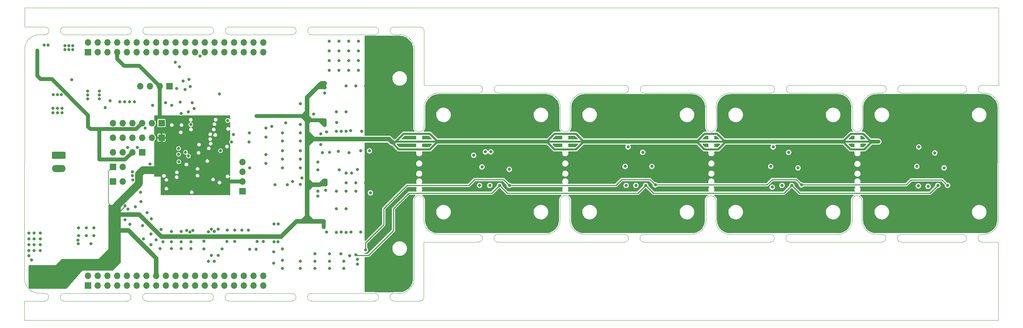
<source format=gbr>
%TF.GenerationSoftware,KiCad,Pcbnew,(6.0.2)*%
%TF.CreationDate,2022-03-24T13:25:50+01:00*%
%TF.ProjectId,GestureControl,47657374-7572-4654-936f-6e74726f6c2e,V0.3*%
%TF.SameCoordinates,PX1268e40PY7fa82d0*%
%TF.FileFunction,Copper,L3,Inr*%
%TF.FilePolarity,Positive*%
%FSLAX46Y46*%
G04 Gerber Fmt 4.6, Leading zero omitted, Abs format (unit mm)*
G04 Created by KiCad (PCBNEW (6.0.2)) date 2022-03-24 13:25:50*
%MOMM*%
%LPD*%
G01*
G04 APERTURE LIST*
G04 Aperture macros list*
%AMRoundRect*
0 Rectangle with rounded corners*
0 $1 Rounding radius*
0 $2 $3 $4 $5 $6 $7 $8 $9 X,Y pos of 4 corners*
0 Add a 4 corners polygon primitive as box body*
4,1,4,$2,$3,$4,$5,$6,$7,$8,$9,$2,$3,0*
0 Add four circle primitives for the rounded corners*
1,1,$1+$1,$2,$3*
1,1,$1+$1,$4,$5*
1,1,$1+$1,$6,$7*
1,1,$1+$1,$8,$9*
0 Add four rect primitives between the rounded corners*
20,1,$1+$1,$2,$3,$4,$5,0*
20,1,$1+$1,$4,$5,$6,$7,0*
20,1,$1+$1,$6,$7,$8,$9,0*
20,1,$1+$1,$8,$9,$2,$3,0*%
G04 Aperture macros list end*
%TA.AperFunction,Profile*%
%ADD10C,0.050000*%
%TD*%
%TA.AperFunction,ComponentPad*%
%ADD11R,1.700000X1.700000*%
%TD*%
%TA.AperFunction,ComponentPad*%
%ADD12O,1.700000X1.700000*%
%TD*%
%TA.AperFunction,ComponentPad*%
%ADD13RoundRect,0.250000X-1.550000X0.650000X-1.550000X-0.650000X1.550000X-0.650000X1.550000X0.650000X0*%
%TD*%
%TA.AperFunction,ComponentPad*%
%ADD14O,3.600000X1.800000*%
%TD*%
%TA.AperFunction,ViaPad*%
%ADD15C,0.800000*%
%TD*%
%TA.AperFunction,Conductor*%
%ADD16C,2.000000*%
%TD*%
%TA.AperFunction,Conductor*%
%ADD17C,0.500000*%
%TD*%
%TA.AperFunction,Conductor*%
%ADD18C,1.000000*%
%TD*%
%TA.AperFunction,Conductor*%
%ADD19C,0.250000*%
%TD*%
%TA.AperFunction,Conductor*%
%ADD20C,1.200000*%
%TD*%
%TA.AperFunction,Conductor*%
%ADD21C,0.200000*%
%TD*%
G04 APERTURE END LIST*
D10*
X75110973Y70070376D02*
G75*
G03*
X75054000Y68072000I-56973J-998376D01*
G01*
X118674000Y52832000D02*
X108204000Y52832000D01*
X249930000Y54832000D02*
X254254000Y54832000D01*
X250380500Y15890000D02*
X249866500Y15890000D01*
X118610500Y13890000D02*
G75*
G03*
X118610500Y15890000I0J1000000D01*
G01*
X97980500Y508000D02*
G75*
G03*
X101790500Y4318000I1J3809999D01*
G01*
X104330500Y13890000D02*
X104330500Y-492000D01*
X32110973Y70070376D02*
X48554000Y70072000D01*
X222632500Y15890000D02*
X223866500Y15890000D01*
X123674000Y54832000D02*
X156774000Y54832000D01*
X194830000Y52832000D02*
G75*
G03*
X194830000Y54832000I0J1000000D01*
G01*
X139890500Y19700000D02*
X139890500Y24780000D01*
X139954000Y43942000D02*
G75*
G03*
X142494000Y43942000I1270000J19D01*
G01*
X244866500Y13890000D02*
X228866500Y13890000D01*
X180486915Y19656414D02*
G75*
G03*
X184296914Y15890000I3766659J-4D01*
G01*
X142494000Y49022000D02*
X142494000Y43942000D01*
X91554000Y68072000D02*
G75*
G03*
X91554000Y70072000I0J1000000D01*
G01*
X218650414Y49065586D02*
X218650414Y43985586D01*
X250380500Y15890000D02*
G75*
G03*
X254190500Y19700000I1J3809999D01*
G01*
X254000Y70072000D02*
X254000Y75072000D01*
X174136914Y15890000D02*
X161710500Y15890000D01*
X142430500Y24780000D02*
X142430500Y19700000D01*
X136144000Y52832000D02*
X123674000Y52832000D01*
X139954000Y49022000D02*
G75*
G03*
X136144000Y52832000I-3809999J1D01*
G01*
X103330500Y-1492000D02*
X96547473Y-1490376D01*
X4064000Y68072000D02*
G75*
G03*
X254000Y64262000I-1J-3809999D01*
G01*
X142430500Y24780000D02*
G75*
G03*
X139890500Y24780000I-1270000J-19D01*
G01*
X104330500Y24780019D02*
G75*
G03*
X101790500Y24780019I-1270000J-19D01*
G01*
X244866500Y13890000D02*
G75*
G03*
X244866500Y15890000I0J1000000D01*
G01*
X26990500Y508000D02*
X10490500Y508000D01*
X244930000Y52832000D02*
G75*
G03*
X244930000Y54832000I0J1000000D01*
G01*
X53490500Y508000D02*
G75*
G03*
X53547473Y-1490376I0J-1000000D01*
G01*
X142430500Y19700000D02*
G75*
G03*
X146240500Y15890000I3809999J-1D01*
G01*
X249930000Y54832000D02*
G75*
G03*
X249930000Y52832000I0J-1000000D01*
G01*
X216110414Y49065586D02*
G75*
G03*
X212300414Y52832000I-3766663J0D01*
G01*
X228930000Y54832000D02*
X244930000Y54832000D01*
X118610500Y13890000D02*
X104330500Y13890000D01*
X180486914Y24736414D02*
X180486914Y19656414D01*
X156774000Y52832000D02*
G75*
G03*
X156774000Y54832000I0J1000000D01*
G01*
X161774000Y54832000D02*
G75*
G03*
X161774000Y52832000I0J-1000000D01*
G01*
X101854000Y64262000D02*
G75*
G03*
X98044000Y68072000I-3809999J1D01*
G01*
X223930000Y54832000D02*
X199830000Y54832000D01*
X194766500Y13890000D02*
G75*
G03*
X194766500Y15890000I0J1000000D01*
G01*
X104330500Y24780019D02*
X104330500Y19700000D01*
X216110414Y43985586D02*
G75*
G03*
X218650414Y43985586I1270000J19D01*
G01*
X48490500Y-1492000D02*
X32047473Y-1490376D01*
X228930000Y54832000D02*
G75*
G03*
X228930000Y52832000I0J-1000000D01*
G01*
X177946914Y19656414D02*
X177946914Y24736414D01*
X69990500Y-1492000D02*
G75*
G03*
X69990500Y508000I0J1000000D01*
G01*
X254190500Y13890000D02*
X254190500Y-6492000D01*
X91490500Y-1492000D02*
X75047473Y-1490376D01*
X75110973Y70070376D02*
X91554000Y70072000D01*
X212236914Y15890000D02*
G75*
G03*
X216046914Y19656414I43337J3766414D01*
G01*
X223930000Y52832000D02*
G75*
G03*
X223930000Y54832000I0J1000000D01*
G01*
X104394000Y54832000D02*
X118674000Y54832000D01*
X254254000Y75072000D02*
X254254000Y54832000D01*
X91490500Y-1492000D02*
G75*
G03*
X91490500Y508000I0J1000000D01*
G01*
X146240500Y15890000D02*
X156710500Y15890000D01*
X194830000Y52832000D02*
X184360414Y52832000D01*
X218586914Y24736414D02*
X218586914Y19656414D01*
X178010414Y43985586D02*
G75*
G03*
X180550414Y43985586I1270000J19D01*
G01*
X48554000Y68072000D02*
G75*
G03*
X48554000Y70072000I0J1000000D01*
G01*
X146304000Y52832000D02*
G75*
G03*
X142494000Y49022000I-1J-3809999D01*
G01*
X4064000Y68072000D02*
X5554000Y68072000D01*
X96490500Y508000D02*
G75*
G03*
X96547473Y-1490376I0J-1000000D01*
G01*
X108204000Y52832000D02*
G75*
G03*
X104394000Y49022000I-1J-3809999D01*
G01*
X123674000Y54832000D02*
G75*
G03*
X123674000Y52832000I0J-1000000D01*
G01*
X32110973Y70070376D02*
G75*
G03*
X32054000Y68072000I-56973J-998376D01*
G01*
X5490500Y508000D02*
X4000500Y508000D01*
X161774000Y54832000D02*
X194830000Y54832000D01*
X244930000Y52832000D02*
X228930000Y52832000D01*
X178010414Y49065586D02*
G75*
G03*
X174200414Y52832000I-3766663J0D01*
G01*
X10554000Y68072000D02*
X27054000Y68072000D01*
X254000Y70072000D02*
X5554000Y70072000D01*
X69990500Y508000D02*
X53490500Y508000D01*
X161774000Y52832000D02*
X174200414Y52832000D01*
X180486914Y24736414D02*
G75*
G03*
X177946914Y24736414I-1270000J-19D01*
G01*
X254190500Y19700000D02*
X254254000Y49022000D01*
X199830000Y52832000D02*
X212300414Y52832000D01*
X97980500Y508000D02*
X96490500Y508000D01*
X218586913Y19656414D02*
G75*
G03*
X222632500Y15890000I3776044J-3D01*
G01*
X75054000Y68072000D02*
X91554000Y68072000D01*
X53610973Y70070376D02*
X70054000Y70072000D01*
X5490500Y-1492000D02*
G75*
G03*
X5490500Y508000I0J1000000D01*
G01*
X254000Y75072000D02*
X254254000Y75072000D01*
X254190500Y13890000D02*
X249866500Y13890000D01*
X228866500Y15890000D02*
G75*
G03*
X228866500Y13890000I0J-1000000D01*
G01*
X91490500Y508000D02*
X74990500Y508000D01*
X161710500Y15890000D02*
G75*
G03*
X161710500Y13890000I0J-1000000D01*
G01*
X156710500Y13890000D02*
G75*
G03*
X156710500Y15890000I0J1000000D01*
G01*
X123610500Y15890000D02*
G75*
G03*
X123610500Y13890000I0J-1000000D01*
G01*
X27054000Y68072000D02*
G75*
G03*
X27054000Y70072000I0J1000000D01*
G01*
X254254000Y49022000D02*
G75*
G03*
X250444000Y52832000I-3809999J1D01*
G01*
X96610973Y70070376D02*
G75*
G03*
X96554000Y68072000I-56973J-998376D01*
G01*
X199766500Y15890000D02*
G75*
G03*
X199766500Y13890000I0J-1000000D01*
G01*
X5554000Y68072000D02*
G75*
G03*
X5554000Y70072000I0J1000000D01*
G01*
X48490500Y508000D02*
X31990500Y508000D01*
X118674000Y52832000D02*
G75*
G03*
X118674000Y54832000I0J1000000D01*
G01*
X184296914Y15890000D02*
X194766500Y15890000D01*
X184360414Y52832000D02*
G75*
G03*
X180550414Y49065586I-43339J-3766412D01*
G01*
X53554000Y68072000D02*
X70054000Y68072000D01*
X103330500Y-1492000D02*
G75*
G03*
X104330500Y-492000I1J999999D01*
G01*
X222504000Y52832000D02*
G75*
G03*
X218650414Y49065586I-86192J-3766408D01*
G01*
X223866500Y13890000D02*
G75*
G03*
X223866500Y15890000I0J1000000D01*
G01*
X104330500Y19700000D02*
G75*
G03*
X108140500Y15890000I3809999J-1D01*
G01*
X199766500Y13890000D02*
X223866500Y13890000D01*
X190500Y4318000D02*
G75*
G03*
X4000500Y508000I3809999J-1D01*
G01*
X101790500Y4318000D02*
X101790500Y24780019D01*
X199830000Y54832000D02*
G75*
G03*
X199830000Y52832000I0J-1000000D01*
G01*
X10610973Y70070376D02*
X27054000Y70072000D01*
X69990500Y-1492000D02*
X53547473Y-1490376D01*
X249866500Y15890000D02*
G75*
G03*
X249866500Y13890000I0J-1000000D01*
G01*
X178010414Y43985586D02*
X178010414Y49065586D01*
X32054000Y68072000D02*
X48554000Y68072000D01*
X104394000Y69072000D02*
X104394000Y54832000D01*
X180550414Y49065586D02*
X180550414Y43985586D01*
X53610973Y70070376D02*
G75*
G03*
X53554000Y68072000I-56973J-998376D01*
G01*
X156774000Y52832000D02*
X146304000Y52832000D01*
X74990500Y508000D02*
G75*
G03*
X75047473Y-1490376I0J-1000000D01*
G01*
X174136914Y15890000D02*
G75*
G03*
X177946914Y19656414I43337J3766414D01*
G01*
X249930000Y52832000D02*
X250444000Y52832000D01*
X228866500Y15890000D02*
X244866500Y15890000D01*
X136080500Y15890000D02*
G75*
G03*
X139890500Y19700000I1J3809999D01*
G01*
X190500Y-6492000D02*
X190500Y-1492000D01*
X108140500Y15890000D02*
X118610500Y15890000D01*
X139954000Y43942000D02*
X139954000Y49022000D01*
X5490500Y-1492000D02*
X190500Y-1492000D01*
X216046914Y19656414D02*
X216046914Y24736414D01*
X194766500Y13890000D02*
X161710500Y13890000D01*
X26990500Y-1492000D02*
X10547473Y-1490376D01*
X10610973Y70070376D02*
G75*
G03*
X10554000Y68072000I-56973J-998376D01*
G01*
X254190500Y-6492000D02*
X190500Y-6492000D01*
X218586914Y24736414D02*
G75*
G03*
X216046914Y24736414I-1270000J-19D01*
G01*
X101854000Y43941981D02*
X101854000Y64262000D01*
X48490500Y-1492000D02*
G75*
G03*
X48490500Y508000I0J1000000D01*
G01*
X96554000Y68072000D02*
X98044000Y68072000D01*
X26990500Y-1492000D02*
G75*
G03*
X26990500Y508000I0J1000000D01*
G01*
X70054000Y68072000D02*
G75*
G03*
X70054000Y70072000I0J1000000D01*
G01*
X104394000Y69072000D02*
G75*
G03*
X103394000Y70072000I-999999J1D01*
G01*
X156710500Y13890000D02*
X123610500Y13890000D01*
X104394000Y49022000D02*
X104394000Y43941981D01*
X10490500Y508000D02*
G75*
G03*
X10547473Y-1490376I0J-1000000D01*
G01*
X190500Y4318000D02*
X254000Y64262000D01*
X96610973Y70070376D02*
X103394000Y70072000D01*
X31990500Y508000D02*
G75*
G03*
X32047473Y-1490376I0J-1000000D01*
G01*
X212236914Y15890000D02*
X199766500Y15890000D01*
X223930000Y52832000D02*
X222504000Y52832000D01*
X123610500Y15890000D02*
X136080500Y15890000D01*
X216110414Y43985586D02*
X216110414Y49065586D01*
X101854000Y43941981D02*
G75*
G03*
X104394000Y43941981I1270000J19D01*
G01*
D11*
%TO.N,SDA2*%
%TO.C,J25*%
X16786000Y63495000D03*
D12*
%TO.N,GPIOI_0*%
X16786000Y66035000D03*
%TO.N,SCL1*%
X19326000Y63495000D03*
%TO.N,unconnected-(J25-Pad4)*%
X19326000Y66035000D03*
%TO.N,SDA1*%
X21866000Y63495000D03*
%TO.N,unconnected-(J25-Pad6)*%
X21866000Y66035000D03*
%TO.N,+3V3*%
X24406000Y63495000D03*
%TO.N,unconnected-(J25-Pad8)*%
X24406000Y66035000D03*
%TO.N,GND*%
X26946000Y63495000D03*
%TO.N,unconnected-(J25-Pad10)*%
X26946000Y66035000D03*
%TO.N,GPIOI_4*%
X29486000Y63495000D03*
%TO.N,unconnected-(J25-Pad12)*%
X29486000Y66035000D03*
%TO.N,XSHUT_0*%
X32026000Y63495000D03*
%TO.N,unconnected-(J25-Pad14)*%
X32026000Y66035000D03*
%TO.N,LED_3*%
X34566000Y63495000D03*
%TO.N,unconnected-(J25-Pad16)*%
X34566000Y66035000D03*
%TO.N,GPIOI_3*%
X37106000Y63495000D03*
%TO.N,unconnected-(J25-Pad18)*%
X37106000Y66035000D03*
%TO.N,GPIOI_2*%
X39646000Y63495000D03*
%TO.N,GND*%
X39646000Y66035000D03*
%TO.N,GPIOI_1*%
X42186000Y63495000D03*
%TO.N,unconnected-(J25-Pad22)*%
X42186000Y66035000D03*
%TO.N,SCL2*%
X44726000Y63495000D03*
%TO.N,unconnected-(J25-Pad24)*%
X44726000Y66035000D03*
%TO.N,LED_0*%
X47266000Y63495000D03*
%TO.N,unconnected-(J25-Pad26)*%
X47266000Y66035000D03*
%TO.N,LED_1*%
X49806000Y63495000D03*
%TO.N,unconnected-(J25-Pad28)*%
X49806000Y66035000D03*
%TO.N,LED_2*%
X52346000Y63495000D03*
%TO.N,unconnected-(J25-Pad30)*%
X52346000Y66035000D03*
%TO.N,unconnected-(J25-Pad31)*%
X54886000Y63495000D03*
%TO.N,GND*%
X54886000Y66035000D03*
%TO.N,LED_4*%
X57426000Y63495000D03*
%TO.N,unconnected-(J25-Pad34)*%
X57426000Y66035000D03*
%TO.N,unconnected-(J25-Pad35)*%
X59966000Y63495000D03*
%TO.N,unconnected-(J25-Pad36)*%
X59966000Y66035000D03*
%TO.N,unconnected-(J25-Pad37)*%
X62506000Y63495000D03*
%TO.N,unconnected-(J25-Pad38)*%
X62506000Y66035000D03*
%TD*%
D11*
%TO.N,unconnected-(J24-Pad1)*%
%TO.C,J24*%
X16774000Y2535000D03*
D12*
%TO.N,unconnected-(J24-Pad2)*%
X16774000Y5075000D03*
%TO.N,unconnected-(J24-Pad3)*%
X19314000Y2535000D03*
%TO.N,unconnected-(J24-Pad4)*%
X19314000Y5075000D03*
%TO.N,unconnected-(J24-Pad5)*%
X21854000Y2535000D03*
%TO.N,unconnected-(J24-Pad6)*%
X21854000Y5075000D03*
%TO.N,unconnected-(J24-Pad7)*%
X24394000Y2535000D03*
%TO.N,GND*%
X24394000Y5075000D03*
%TO.N,unconnected-(J24-Pad9)*%
X26934000Y2535000D03*
%TO.N,unconnected-(J24-Pad10)*%
X26934000Y5075000D03*
%TO.N,unconnected-(J24-Pad11)*%
X29474000Y2535000D03*
%TO.N,unconnected-(J24-Pad12)*%
X29474000Y5075000D03*
%TO.N,unconnected-(J24-Pad13)*%
X32014000Y2535000D03*
%TO.N,unconnected-(J24-Pad14)*%
X32014000Y5075000D03*
%TO.N,unconnected-(J24-Pad15)*%
X34554000Y2535000D03*
%TO.N,+3V3*%
X34554000Y5075000D03*
%TO.N,unconnected-(J24-Pad17)*%
X37094000Y2535000D03*
%TO.N,+5V*%
X37094000Y5075000D03*
%TO.N,GND*%
X39634000Y2535000D03*
X39634000Y5075000D03*
%TO.N,unconnected-(J24-Pad21)*%
X42174000Y2535000D03*
%TO.N,GND*%
X42174000Y5075000D03*
%TO.N,unconnected-(J24-Pad23)*%
X44714000Y2535000D03*
%TO.N,unconnected-(J24-Pad24)*%
X44714000Y5075000D03*
%TO.N,unconnected-(J24-Pad25)*%
X47254000Y2535000D03*
%TO.N,unconnected-(J24-Pad26)*%
X47254000Y5075000D03*
%TO.N,unconnected-(J24-Pad27)*%
X49794000Y2535000D03*
%TO.N,XSHUT_1*%
X49794000Y5075000D03*
%TO.N,unconnected-(J24-Pad29)*%
X52334000Y2535000D03*
%TO.N,XSHUT_2*%
X52334000Y5075000D03*
%TO.N,unconnected-(J24-Pad31)*%
X54874000Y2535000D03*
%TO.N,XSHUT_3*%
X54874000Y5075000D03*
%TO.N,unconnected-(J24-Pad33)*%
X57414000Y2535000D03*
%TO.N,XSHUT_4*%
X57414000Y5075000D03*
%TO.N,unconnected-(J24-Pad35)*%
X59954000Y2535000D03*
%TO.N,SW_1*%
X59954000Y5075000D03*
%TO.N,unconnected-(J24-Pad37)*%
X62494000Y2535000D03*
%TO.N,SW_2*%
X62494000Y5075000D03*
%TD*%
D11*
%TO.N,GND*%
%TO.C,J1*%
X30861000Y37343510D03*
D12*
%TO.N,+5V*%
X28321000Y37343510D03*
%TO.N,SDA1*%
X25781000Y37343510D03*
%TO.N,SCL1*%
X23241000Y37343510D03*
%TD*%
D13*
%TO.N,GND*%
%TO.C,J2*%
X9144000Y36576000D03*
D14*
%TO.N,Net-(D6-Pad2)*%
X9144000Y33076000D03*
%TD*%
D11*
%TO.N,GND*%
%TO.C,J7*%
X35941000Y44963510D03*
D12*
%TO.N,/STM32L151RET6TR/FTDI_CTS*%
X33401000Y44963510D03*
%TO.N,+5V*%
X30861000Y44963510D03*
%TO.N,/STM32L151RET6TR/FTDI_TXD*%
X28321000Y44963510D03*
%TO.N,/STM32L151RET6TR/FTDI_RXD*%
X25781000Y44963510D03*
%TO.N,/STM32L151RET6TR/FTDI_RTS*%
X23241000Y44963510D03*
%TD*%
D11*
%TO.N,GND*%
%TO.C,J10*%
X37973000Y54610000D03*
D12*
%TO.N,+3V3*%
X35433000Y54610000D03*
%TO.N,SDA2*%
X32893000Y54610000D03*
%TO.N,SCL2*%
X30353000Y54610000D03*
%TD*%
D11*
%TO.N,GND*%
%TO.C,J9*%
X57017490Y27183510D03*
D12*
%TO.N,+3V3*%
X57017490Y29723510D03*
%TO.N,/STM32L151RET6TR/UART_TX*%
X57017490Y32263510D03*
%TO.N,/STM32L151RET6TR/UART_RX*%
X57017490Y34803510D03*
%TD*%
D11*
%TO.N,+3V3*%
%TO.C,J8*%
X35935490Y41153510D03*
D12*
%TO.N,/STM32L151RET6TR/SWCLK*%
X33395490Y41153510D03*
%TO.N,GND*%
X30855490Y41153510D03*
%TO.N,/STM32L151RET6TR/SWDAT*%
X28315490Y41153510D03*
%TO.N,/STM32L151RET6TR/RST*%
X25775490Y41153510D03*
%TO.N,/STM32L151RET6TR/SW0*%
X23235490Y41153510D03*
%TD*%
D11*
%TO.N,GND*%
%TO.C,J11*%
X23235490Y29723510D03*
D12*
%TO.N,/STM32L151RET6TR/RST*%
X25775490Y29723510D03*
%TD*%
D11*
%TO.N,+3V3*%
%TO.C,J12*%
X23235490Y33533510D03*
D12*
%TO.N,/STM32L151RET6TR/BOOT*%
X25775490Y33533510D03*
%TD*%
D15*
%TO.N,GND*%
X42946000Y36358000D03*
X40446000Y34858000D03*
X42196000Y37358000D03*
X87316000Y58778000D03*
X84776000Y58778000D03*
X82236000Y58778000D03*
X79696000Y58778000D03*
X87316000Y61318000D03*
X84776000Y61318000D03*
X82236000Y61318000D03*
X79696000Y61318000D03*
X87316000Y63858000D03*
X84776000Y63858000D03*
X82236000Y63858000D03*
X79696000Y63858000D03*
X87316000Y66398000D03*
X84776000Y66398000D03*
X82236000Y66398000D03*
X79696000Y66358000D03*
%TO.N,+5V*%
X14134288Y49520524D03*
%TO.N,+3V3*%
X23096000Y16658000D03*
%TO.N,BUCK_5_EN*%
X21209000Y49022000D03*
%TO.N,GPIOI_0*%
X45974000Y62484000D03*
%TO.N,XSHUT_0*%
X39497000Y60833000D03*
X40640000Y59690000D03*
%TO.N,GND*%
X72136000Y50038000D03*
%TO.N,XSHUT_0*%
X72517000Y30607000D03*
%TO.N,BUCK_5_EN*%
X31675219Y43655021D03*
%TO.N,XSHUT_0*%
X40386000Y36830000D03*
%TO.N,SCL2*%
X39878000Y53975000D03*
%TO.N,GND*%
X46990000Y14097000D03*
X46990000Y12065000D03*
X51689000Y12065000D03*
X83439000Y6985000D03*
X79756000Y6985000D03*
X75946000Y6985000D03*
X72136000Y6985000D03*
X67437000Y6985000D03*
%TO.N,XSHUT_1*%
X48133000Y8890000D03*
%TO.N,XSHUT_2*%
X48895000Y10414000D03*
%TO.N,XSHUT_4*%
X50673000Y10414000D03*
%TO.N,XSHUT_3*%
X49657000Y8890000D03*
%TO.N,GND*%
X239776000Y41402000D03*
X34544000Y14478000D03*
X162143000Y30952000D03*
X43561000Y44577000D03*
X240030000Y35433000D03*
X201930000Y35433000D03*
X182118000Y42418000D03*
X163449000Y28829000D03*
X65151000Y8382000D03*
X132080000Y24638000D03*
X213360000Y27686000D03*
X200243000Y30952000D03*
X43561000Y13970000D03*
X2732000Y16239000D03*
X180848000Y39116000D03*
X124043000Y30952000D03*
X54991000Y14058000D03*
X168148000Y41529000D03*
X207010000Y38735000D03*
X92964000Y36068000D03*
X101219000Y27686000D03*
X72136000Y37719000D03*
X85344000Y16510000D03*
X87884000Y16510000D03*
X219964000Y42926000D03*
X177800000Y39116000D03*
X19685000Y52324000D03*
X177800000Y27686000D03*
X53086000Y17018000D03*
X90424000Y16510000D03*
X214884000Y30734000D03*
X78994000Y42672000D03*
X67437000Y12065000D03*
X117856000Y41783000D03*
X91059000Y13716000D03*
X76708000Y32766000D03*
X129286000Y41783000D03*
X153416000Y29718000D03*
X86578000Y54701000D03*
X143510000Y29718000D03*
X171577000Y41529000D03*
X93218000Y11938000D03*
X205740000Y38735000D03*
X94869000Y13589000D03*
X4332000Y14739000D03*
X38481000Y16637000D03*
X154813000Y41656000D03*
X30988000Y18161000D03*
X105596000Y41158000D03*
X67437000Y9144000D03*
X115824000Y32512000D03*
X230124000Y36322000D03*
X75946000Y10795000D03*
X219710000Y35306000D03*
X152019000Y41402000D03*
X171196000Y25146000D03*
X243840000Y41402000D03*
X7731000Y52387500D03*
X159603000Y30952000D03*
X214884000Y42926000D03*
X130048000Y34290000D03*
X163322000Y38735000D03*
X129286000Y38608000D03*
X138938000Y39116000D03*
X238343000Y30952000D03*
X215138000Y27686000D03*
X184912000Y25654000D03*
X64643000Y44069000D03*
X91186000Y10033000D03*
X63119000Y34417000D03*
X150876000Y34036000D03*
X209296000Y29718000D03*
X98552000Y43561000D03*
X194183000Y41656000D03*
X176276000Y27686000D03*
X5318000Y65341500D03*
X82804000Y16510000D03*
X38481000Y12192000D03*
X33147000Y13208000D03*
X181610000Y36068000D03*
X119305750Y35875348D03*
X243840000Y28702000D03*
X192532000Y41656000D03*
X186944000Y27686000D03*
X84038000Y54701000D03*
X54991000Y17018000D03*
X72136000Y40259000D03*
X1332000Y16239000D03*
X38481000Y13970000D03*
X177038000Y43434000D03*
X205740000Y27813000D03*
X28829000Y50546000D03*
X89118000Y29392000D03*
X131191000Y41783000D03*
X38593040Y49642040D03*
X67437000Y40259000D03*
X208788000Y38735000D03*
X156464000Y41656000D03*
X176530000Y42418000D03*
X211328000Y29718000D03*
X16637000Y53340000D03*
X143510000Y32004000D03*
X200914000Y41656000D03*
X60596000Y12058000D03*
X78994000Y16510000D03*
X152400000Y35052000D03*
X54196000Y40058000D03*
X218821000Y41021000D03*
X18314000Y15587000D03*
X105596000Y43358000D03*
X190754000Y41656000D03*
X239776000Y39370000D03*
X78740000Y27396000D03*
X171577000Y38735000D03*
X101092000Y31750000D03*
X2732000Y14739000D03*
X31242000Y14732000D03*
X110744000Y25146000D03*
X100396000Y34544000D03*
X143510000Y34290000D03*
X221234000Y27686000D03*
X89408000Y9398000D03*
X79756000Y10795000D03*
X63119000Y41275000D03*
X243840000Y39370000D03*
X52996000Y14058000D03*
X84963000Y10287000D03*
X186944000Y25654000D03*
X42481500Y16954500D03*
X214884000Y37338000D03*
X183134000Y27686000D03*
X192532000Y38608000D03*
X149352000Y27686000D03*
X67437000Y42418000D03*
X10017000Y47688500D03*
X105664000Y31750000D03*
X105664000Y25146000D03*
X86578000Y29392000D03*
X114046000Y41783000D03*
X168148000Y38735000D03*
X89118000Y54701000D03*
X226060000Y25146000D03*
X84074000Y27178000D03*
X184531000Y34798000D03*
X243840000Y30988000D03*
X143510000Y39116000D03*
X207010000Y41656000D03*
X115570000Y35687000D03*
X86995000Y8128000D03*
X186182000Y33401000D03*
X121539000Y30988000D03*
X27178000Y22479000D03*
X32893000Y34290000D03*
X210439000Y38735000D03*
X88171506Y42832506D03*
X230124000Y34290000D03*
X196088000Y36527000D03*
X76708000Y27178000D03*
X72136000Y8890000D03*
X85471000Y31877000D03*
X105596000Y34544000D03*
X153035000Y38735000D03*
X197703000Y30952000D03*
X138938000Y43180000D03*
X62496000Y14058000D03*
X43561000Y12192000D03*
X14314000Y17603000D03*
X28474000Y30099000D03*
X97028000Y42164000D03*
X130048000Y32004000D03*
X148336000Y33528000D03*
X205740000Y41656000D03*
X192659000Y24130000D03*
X36322000Y13970000D03*
X207264000Y25654000D03*
X160909000Y28702000D03*
X82804000Y42799000D03*
X143510000Y41148000D03*
X26416000Y19685000D03*
X63119000Y36703000D03*
X234188000Y36527000D03*
X184404000Y31496000D03*
X138938000Y32004000D03*
X208788000Y41656000D03*
X181610000Y29718000D03*
X116459000Y24257000D03*
X230124000Y38354000D03*
X7604000Y48831500D03*
X214884000Y35306000D03*
X239776000Y28702000D03*
X58547000Y17018000D03*
X72136000Y35560000D03*
X209296000Y25654000D03*
X219710000Y37338000D03*
X164084000Y35560000D03*
X138938000Y27686000D03*
X164683000Y30952000D03*
X190754000Y38608000D03*
X60896000Y14058000D03*
X232918000Y35433000D03*
X8797800Y47688500D03*
X171196000Y29718000D03*
X1332000Y11639000D03*
X41021000Y47498000D03*
X188976000Y29718000D03*
X8797800Y48806100D03*
X41021000Y13970000D03*
X154432000Y23876000D03*
X138938000Y36830000D03*
X115951000Y38608000D03*
X205740000Y34163000D03*
X44132500Y16954500D03*
X86995000Y9398000D03*
X72136000Y33274000D03*
X108204000Y25146000D03*
X133096000Y41783000D03*
X56896000Y17018000D03*
X4332000Y11639000D03*
X79756000Y8890000D03*
X181610000Y43434000D03*
X16314000Y15587000D03*
X33640040Y49642040D03*
X202783000Y30952000D03*
X29077490Y23119510D03*
X19685000Y51308000D03*
X122809000Y33782000D03*
X82677000Y10795000D03*
X11795000Y64198500D03*
X224663000Y27813000D03*
X194183000Y38608000D03*
X63119000Y43688000D03*
X230759000Y24130000D03*
X77851000Y37211000D03*
X30480000Y26924000D03*
X33147000Y16002000D03*
X111506000Y36576000D03*
X1332000Y13239000D03*
X43942000Y50292000D03*
X84074000Y31877000D03*
X226695000Y34036000D03*
X65532000Y28829000D03*
X105596000Y37058000D03*
X149352000Y29718000D03*
X186944000Y29718000D03*
X181610000Y31750000D03*
X115951000Y41783000D03*
X32131000Y21590000D03*
X100396000Y39158000D03*
X16314000Y17587000D03*
X198374000Y37211000D03*
X149352000Y25146000D03*
X41021000Y16637000D03*
X112395000Y33655000D03*
X97790000Y25273000D03*
X8763000Y52387500D03*
X167640000Y32258000D03*
X237236000Y28702000D03*
X180594000Y41148000D03*
X79756000Y37338000D03*
X14232000Y13439000D03*
X36957000Y50292000D03*
X67437000Y35560000D03*
X122809000Y37084000D03*
X43301490Y16515510D03*
X40767000Y50419000D03*
X211328000Y25654000D03*
X138938000Y29718000D03*
X130048000Y29972000D03*
X11795000Y65214500D03*
X33274000Y19939000D03*
X54696000Y41989460D03*
X105596000Y39158000D03*
X216027000Y41021000D03*
X152146000Y29718000D03*
X75946000Y8890000D03*
X17532000Y13439000D03*
X92964000Y30226000D03*
X67437000Y37792211D03*
X108204000Y27686000D03*
X228092000Y35306000D03*
X72136000Y42418000D03*
X189992000Y35306000D03*
X160366688Y37430688D03*
X44450000Y48768000D03*
X181610000Y27686000D03*
X2032000Y9239000D03*
X92456000Y20955000D03*
X169926000Y38735000D03*
X83439000Y8890000D03*
X26289000Y50546000D03*
X78486000Y52832000D03*
X100396000Y43358000D03*
X6334000Y65341500D03*
X176530000Y29718000D03*
X2732000Y11639000D03*
X153416000Y32766000D03*
X16637000Y51308000D03*
X177800000Y41148000D03*
X4332000Y16239000D03*
X220218000Y30734000D03*
X76708000Y25908000D03*
X210439000Y41656000D03*
X228854000Y27813000D03*
X126111000Y35560000D03*
X81534000Y27178000D03*
X16637000Y52324000D03*
X68707000Y28829000D03*
X209296000Y27686000D03*
X191516000Y34290000D03*
X143510000Y36830000D03*
X35560000Y12192000D03*
X236474000Y37211000D03*
X176530000Y34036000D03*
X176530000Y31750000D03*
X4332000Y13239000D03*
X110744000Y27686000D03*
X7604000Y47688500D03*
X156464000Y35560000D03*
X218821000Y39243000D03*
X100396000Y37058000D03*
X133096000Y38608000D03*
X238760000Y36576000D03*
X207264000Y29718000D03*
X27684900Y18525755D03*
X224282000Y33401000D03*
X243840000Y33274000D03*
X194818000Y35433000D03*
X219456000Y27686000D03*
X191516000Y32258000D03*
X58896000Y12058000D03*
X214884000Y33020000D03*
X77470000Y42164000D03*
X167640000Y34290000D03*
X156464000Y38735000D03*
X181610000Y34036000D03*
X146304000Y35052000D03*
X9826500Y52387500D03*
X19685000Y53340000D03*
X200660000Y36576000D03*
X228092000Y25146000D03*
X84038000Y29392000D03*
X100457000Y24765000D03*
X12811000Y64198500D03*
X94996000Y17907000D03*
X10779000Y65214500D03*
X18314000Y17587000D03*
X143510000Y27686000D03*
X41021000Y12192000D03*
X200914000Y38735000D03*
X14314000Y15587000D03*
X169926000Y41529000D03*
X1332000Y14739000D03*
X105664000Y27686000D03*
X77470000Y39370000D03*
X98679000Y22860000D03*
X138938000Y41148000D03*
X2732000Y13239000D03*
X14110800Y14402600D03*
X76708000Y34798000D03*
X90424000Y42799000D03*
X51054000Y52578000D03*
X65151000Y11303000D03*
X96393000Y23876000D03*
X154813000Y38735000D03*
X51308299Y37770299D03*
X152146000Y27686000D03*
X124714000Y38608000D03*
X240883000Y30952000D03*
X100396000Y41158000D03*
X81613502Y45085000D03*
X90551000Y12573000D03*
X85257752Y43038832D03*
X235803000Y30952000D03*
X67437000Y33274000D03*
X82042000Y37592000D03*
X10779000Y64198500D03*
X91948000Y18161000D03*
X216027000Y39243000D03*
X97155000Y15748000D03*
X132080000Y30226000D03*
X92964000Y33274000D03*
X167640000Y30226000D03*
X117475000Y38608000D03*
X35814000Y17145000D03*
X230124000Y39878000D03*
X90424000Y32766000D03*
X224028000Y25146000D03*
X143510000Y43180000D03*
X188595000Y34036000D03*
X113284000Y25146000D03*
X205740000Y30099000D03*
X219710000Y33020000D03*
X222631000Y34798000D03*
X84836000Y37211000D03*
X30570000Y24474000D03*
X12811000Y65214500D03*
X97790000Y17907000D03*
X167640000Y36322000D03*
X131191000Y38608000D03*
X42926000Y47879000D03*
X1332000Y10339000D03*
X126583000Y30952000D03*
X230124000Y32258000D03*
X205740000Y32131000D03*
X176530000Y36068000D03*
X122792743Y35051044D03*
X72136000Y44577000D03*
X93345000Y15748000D03*
X138938000Y34290000D03*
X97790000Y20955000D03*
X10017000Y48831500D03*
X95123000Y20955000D03*
X188976000Y25654000D03*
X89408000Y8128000D03*
X114046000Y34163000D03*
%TO.N,+3V3*%
X201930000Y33274000D03*
X78486000Y54229000D03*
X5132000Y4871000D03*
X108966000Y40132000D03*
X222885000Y40132000D03*
X163830000Y33655000D03*
X2232000Y2871000D03*
X126619000Y32893000D03*
X53196000Y32758000D03*
X240030000Y33274000D03*
X119507000Y33528000D03*
X3632000Y4871000D03*
X87066700Y32812702D03*
X38608000Y43180000D03*
X72644000Y46840000D03*
X78486000Y45720000D03*
X183134000Y40132000D03*
X60729000Y46825000D03*
X232918000Y33655000D03*
X51296000Y43458000D03*
X41148000Y32131000D03*
X156845000Y33655000D03*
X78232000Y17780000D03*
X221234000Y40132000D03*
X39496000Y27858000D03*
X78486000Y44450000D03*
X78486000Y55372000D03*
X82296000Y32766000D03*
X35433000Y51943000D03*
X3632000Y3871000D03*
X46355000Y33401000D03*
X95250000Y40767000D03*
X96012000Y40005000D03*
X78740000Y28920000D03*
X147574000Y40132000D03*
X26416000Y23368000D03*
X2232000Y6139000D03*
X5132000Y2871000D03*
X23496000Y22858000D03*
X46609000Y31242000D03*
X146050000Y40132000D03*
X3632000Y2871000D03*
X2232000Y4871000D03*
X38496000Y27858000D03*
X51196000Y45558512D03*
X110236000Y40132000D03*
X2232000Y7139000D03*
X184785000Y40132000D03*
X2232000Y3871000D03*
X5132000Y3871000D03*
X45593000Y36195000D03*
X194818000Y33655000D03*
X78740000Y29936000D03*
X78232000Y19304000D03*
%TO.N,XSHUT_1*%
X121539000Y28702000D03*
X84074000Y47879000D03*
X120396000Y37465000D03*
X48144327Y16627563D03*
%TO.N,GPIOI_1*%
X81534000Y47879000D03*
X118872000Y28702000D03*
X43081013Y56419011D03*
X121793000Y37465000D03*
X117348000Y36576000D03*
%TO.N,XSHUT_2*%
X48891141Y17291848D03*
X84074000Y42799000D03*
X157607000Y38735000D03*
X159639000Y28702000D03*
%TO.N,GPIOI_2*%
X81534000Y42799000D03*
X41553149Y55991450D03*
X75596000Y47358000D03*
X157099000Y28702000D03*
X161417000Y37338000D03*
%TO.N,XSHUT_0*%
X87884000Y37719000D03*
%TO.N,GPIOI_0*%
X90170000Y37719000D03*
%TO.N,LED_3*%
X58785042Y40048500D03*
%TO.N,LED_4*%
X58795490Y42423510D03*
%TO.N,SW_1*%
X68296000Y45058000D03*
X66277503Y13970000D03*
X66344800Y18643600D03*
%TO.N,SW_2*%
X65278000Y18643600D03*
X53196000Y45658000D03*
X65278000Y13970000D03*
%TO.N,+5V*%
X19696000Y36658000D03*
X3540000Y63055500D03*
X19696000Y37858000D03*
X3540000Y62166500D03*
X19696000Y35458000D03*
X3540000Y63944500D03*
%TO.N,SCL1*%
X86614000Y10541000D03*
X28315490Y32263510D03*
X162179000Y28702000D03*
X238379000Y28702000D03*
X86614000Y27142000D03*
X200279000Y28702000D03*
X124079000Y28702000D03*
%TO.N,SDA1*%
X240919000Y28702000D03*
X164719000Y28829000D03*
X126619000Y28702000D03*
X89154000Y11811000D03*
X90424000Y26761000D03*
X28320143Y31242857D03*
X202819000Y28829000D03*
%TO.N,/STM32L151RET6TR/FTDI_RXD*%
X27051000Y38608000D03*
%TO.N,/STM32L151RET6TR/FTDI_TXD*%
X29584299Y38614613D03*
%TO.N,/STM32L151RET6TR/FTDI_CTS*%
X40386000Y38354000D03*
%TO.N,SCL2*%
X27553490Y50551510D03*
%TO.N,/STM32L151RET6TR/PA9*%
X25013490Y50551510D03*
%TO.N,/STM32L151RET6TR/PA10*%
X22473490Y50805510D03*
%TO.N,BUCK_5_EN*%
X12532210Y56302570D03*
%TO.N,XSHUT_3*%
X84074000Y22570000D03*
X195453000Y38735000D03*
X49657000Y16637000D03*
X197739000Y28702000D03*
%TO.N,GPIOI_3*%
X195199000Y28231500D03*
X81534000Y22570000D03*
X43455776Y54490004D03*
X199491600Y37338000D03*
X72136000Y28956000D03*
%TO.N,XSHUT_4*%
X235839000Y28448000D03*
X233426000Y38735000D03*
X50677299Y17267701D03*
X84074000Y16383000D03*
%TO.N,GPIOI_4*%
X42037000Y53765504D03*
X237591600Y37185600D03*
X233299000Y28575000D03*
X81534000Y16383000D03*
X70104000Y29718000D03*
%TO.N,LED_0*%
X58916501Y33279510D03*
%TD*%
D16*
%TO.N,+3V3*%
X33547000Y32658000D02*
X33565979Y32676979D01*
X31096000Y32658000D02*
X33547000Y32658000D01*
X30073511Y31635511D02*
X31096000Y32658000D01*
X33565979Y32676979D02*
X35522021Y32676979D01*
X30073511Y29184511D02*
X30073511Y31635511D01*
X24003000Y23114000D02*
X30073511Y29184511D01*
D17*
X146050000Y40132000D02*
X144018000Y42164000D01*
D18*
%TO.N,+5V*%
X29311489Y43413999D02*
X30861000Y44963510D01*
X17419001Y43413999D02*
X29311489Y43413999D01*
X16796000Y44037000D02*
X17419001Y43413999D01*
X7331944Y56437000D02*
X16796000Y46972944D01*
X3556000Y57277000D02*
X4396000Y56437000D01*
X4396000Y56437000D02*
X7331944Y56437000D01*
X16796000Y46972944D02*
X16796000Y44037000D01*
X3556000Y61398000D02*
X3556000Y57277000D01*
X3556000Y63928500D02*
X3540000Y63944500D01*
X3556000Y61398000D02*
X3556000Y63928500D01*
X3556000Y61398000D02*
X3556000Y62150500D01*
D19*
X3540000Y62166500D02*
X3540000Y63944500D01*
D18*
X3556000Y62150500D02*
X3540000Y62166500D01*
%TO.N,+3V3*%
X24394000Y61712000D02*
X26162000Y59944000D01*
X24394000Y63495000D02*
X24394000Y61712000D01*
X30099000Y59944000D02*
X26162000Y59944000D01*
X35433000Y54610000D02*
X30099000Y59944000D01*
D20*
X34554000Y9642000D02*
X34554000Y5075000D01*
X27305000Y16891000D02*
X34554000Y9642000D01*
X24003000Y16891000D02*
X27305000Y16891000D01*
D17*
X215646000Y42164000D02*
X213614000Y40132000D01*
D20*
X75565000Y40767000D02*
X74041000Y42291000D01*
X73914000Y27559000D02*
X73914000Y20574000D01*
D17*
X107950000Y40132000D02*
X105918000Y42164000D01*
D18*
X73914000Y46840000D02*
X72778000Y46840000D01*
X57017490Y29723510D02*
X52329510Y29723510D01*
D17*
X180848000Y42164000D02*
X182626000Y40386000D01*
D20*
X76644500Y54419500D02*
X77597000Y55372000D01*
D18*
X74158000Y45720000D02*
X73914000Y45476000D01*
X74594000Y45720000D02*
X73914000Y45040000D01*
D17*
X96012000Y39878000D02*
X96393000Y39497000D01*
D20*
X73914000Y28858000D02*
X73914000Y27559000D01*
D18*
X78486000Y44450000D02*
X78486000Y45720000D01*
D20*
X30099000Y21082000D02*
X35865001Y15315999D01*
D17*
X175514000Y40132000D02*
X177546000Y38100000D01*
D18*
X78486000Y54229000D02*
X78295500Y54419500D01*
D20*
X75213000Y28858000D02*
X73914000Y27559000D01*
D17*
X138430000Y38100000D02*
X136398000Y40132000D01*
D18*
X184785000Y40132000D02*
X213614000Y40132000D01*
X77234000Y45720000D02*
X74934000Y45720000D01*
D17*
X177546000Y42164000D02*
X180848000Y42164000D01*
X175514000Y40132000D02*
X177546000Y42164000D01*
D18*
X73914000Y46840000D02*
X73914000Y46740000D01*
D21*
X23235490Y33533510D02*
X22085979Y32383999D01*
D20*
X96012000Y40005000D02*
X95250000Y40767000D01*
D18*
X107950000Y40132000D02*
X108966000Y40132000D01*
X78486000Y44450000D02*
X78486000Y44468000D01*
X182880000Y40132000D02*
X184785000Y40132000D01*
X147574000Y40132000D02*
X148590000Y40132000D01*
D21*
X22085979Y32383999D02*
X22085979Y24015021D01*
D18*
X72778000Y46840000D02*
X71514000Y46840000D01*
D17*
X146558000Y40132000D02*
X136398000Y40132000D01*
D18*
X60744000Y46840000D02*
X60729000Y46825000D01*
X110236000Y40132000D02*
X136398000Y40132000D01*
D20*
X73914000Y39243000D02*
X73914000Y40767000D01*
D17*
X177546000Y38100000D02*
X181102000Y38100000D01*
D20*
X73914000Y28858000D02*
X75213000Y28858000D01*
X75213000Y28858000D02*
X75155000Y28858000D01*
D17*
X96012000Y40005000D02*
X96012000Y39878000D01*
D18*
X148590000Y40132000D02*
X175514000Y40132000D01*
D17*
X96393000Y39497000D02*
X97790000Y38100000D01*
D20*
X73914000Y40767000D02*
X75565000Y40767000D01*
X75484000Y19258000D02*
X75230000Y19258000D01*
D18*
X73778000Y47840000D02*
X72778000Y46840000D01*
D20*
X73914000Y46840000D02*
X73914000Y47840000D01*
D17*
X181102000Y38100000D02*
X182880000Y39878000D01*
D20*
X24003000Y21082000D02*
X30099000Y21082000D01*
D18*
X73914000Y46740000D02*
X74934000Y45720000D01*
X78740000Y29936000D02*
X78740000Y28920000D01*
D20*
X75155000Y28858000D02*
X73914000Y30099000D01*
D17*
X99060000Y42164000D02*
X96901000Y40005000D01*
X105918000Y38100000D02*
X107950000Y40132000D01*
D18*
X146558000Y40132000D02*
X146050000Y40132000D01*
X35433000Y54610000D02*
X35433000Y51943000D01*
D17*
X146050000Y40132000D02*
X144018000Y38100000D01*
X215646000Y42164000D02*
X218948000Y42164000D01*
D18*
X78486000Y45720000D02*
X77234000Y45720000D01*
D20*
X77190000Y28858000D02*
X77252000Y28920000D01*
X78186000Y19258000D02*
X78232000Y19304000D01*
X73914000Y20574000D02*
X73914000Y19258000D01*
D21*
X22085979Y24015021D02*
X22987000Y23114000D01*
D18*
X78740000Y29936000D02*
X78268000Y29936000D01*
D20*
X71074000Y19258000D02*
X72471000Y19258000D01*
X73914000Y51689000D02*
X76156511Y53931511D01*
D18*
X220980000Y40132000D02*
X221234000Y40132000D01*
D17*
X175514000Y40132000D02*
X182880000Y40132000D01*
D18*
X73914000Y47840000D02*
X73778000Y47840000D01*
D17*
X107950000Y40132000D02*
X95885000Y40132000D01*
D20*
X72598000Y19258000D02*
X72471000Y19258000D01*
D17*
X95885000Y40132000D02*
X95250000Y40767000D01*
D20*
X75565000Y40767000D02*
X75438000Y40767000D01*
D17*
X144018000Y42164000D02*
X138430000Y42164000D01*
D18*
X108966000Y40132000D02*
X110236000Y40132000D01*
D20*
X73914000Y47840000D02*
X73914000Y49040000D01*
X35865001Y15315999D02*
X67131999Y15315999D01*
X75438000Y40767000D02*
X73914000Y39243000D01*
D19*
X25273000Y22098000D02*
X26416000Y23241000D01*
D18*
X78268000Y29936000D02*
X77252000Y28920000D01*
D20*
X73914000Y35478366D02*
X73914000Y39243000D01*
X73914000Y20574000D02*
X72598000Y19258000D01*
X75230000Y19258000D02*
X73914000Y20574000D01*
D18*
X74934000Y45720000D02*
X74594000Y45720000D01*
D20*
X73914000Y45040000D02*
X73914000Y45476000D01*
D17*
X213614000Y40132000D02*
X220980000Y40132000D01*
X215646000Y38100000D02*
X219202000Y38100000D01*
D20*
X75213000Y28858000D02*
X77190000Y28858000D01*
X74041000Y42291000D02*
X73914000Y42291000D01*
D18*
X78232000Y19304000D02*
X78232000Y17780000D01*
X71514000Y46840000D02*
X60744000Y46840000D01*
D20*
X76156511Y53931511D02*
X76644500Y54419500D01*
D18*
X78740000Y28920000D02*
X77252000Y28920000D01*
D17*
X96393000Y39497000D02*
X96901000Y40005000D01*
D18*
X148590000Y40132000D02*
X146558000Y40132000D01*
D19*
X24003000Y22098000D02*
X25273000Y22098000D01*
D20*
X78486000Y55372000D02*
X77597000Y55372000D01*
D18*
X72778000Y46612000D02*
X73914000Y45476000D01*
X78486000Y44468000D02*
X77234000Y45720000D01*
D20*
X72471000Y19258000D02*
X75484000Y19258000D01*
D17*
X97790000Y38100000D02*
X105918000Y38100000D01*
D20*
X73914000Y49040000D02*
X73914000Y51689000D01*
D17*
X138430000Y42164000D02*
X136398000Y40132000D01*
D20*
X73914000Y28858000D02*
X73914000Y30099000D01*
D17*
X139954000Y38100000D02*
X138430000Y38100000D01*
D18*
X220980000Y40132000D02*
X222885000Y40132000D01*
D20*
X78295500Y54419500D02*
X76644500Y54419500D01*
D19*
X26416000Y23241000D02*
X26416000Y23368000D01*
D20*
X73914000Y40767000D02*
X73914000Y42291000D01*
X67131999Y15315999D02*
X71074000Y19258000D01*
D17*
X105918000Y42164000D02*
X99060000Y42164000D01*
X215646000Y38100000D02*
X213614000Y40132000D01*
D18*
X74934000Y45720000D02*
X74158000Y45720000D01*
D20*
X75565000Y40767000D02*
X95250000Y40767000D01*
D17*
X218948000Y42164000D02*
X220726000Y40386000D01*
D18*
X35433000Y51943000D02*
X35433000Y46609000D01*
D20*
X73914000Y42291000D02*
X73914000Y45040000D01*
D18*
X182880000Y40132000D02*
X183134000Y40132000D01*
X72778000Y46840000D02*
X72778000Y46612000D01*
D20*
X73914000Y30099000D02*
X73914000Y35478366D01*
D17*
X144018000Y38100000D02*
X139954000Y38100000D01*
D20*
X73914000Y45476000D02*
X73914000Y46840000D01*
D17*
X219202000Y38100000D02*
X220980000Y39878000D01*
D20*
X75484000Y19258000D02*
X78186000Y19258000D01*
D18*
%TO.N,+5V*%
X28321000Y37343510D02*
X26410490Y35433000D01*
X19696000Y37858000D02*
X19696000Y43369998D01*
X19696000Y35458000D02*
X19696000Y36658000D01*
X19721000Y35433000D02*
X19696000Y35458000D01*
X26410490Y35433000D02*
X19721000Y35433000D01*
X19696000Y36658000D02*
X19696000Y37858000D01*
D19*
%TO.N,SCL1*%
X126111000Y26670000D02*
X160147000Y26670000D01*
X96398020Y22611020D02*
X100457000Y26670000D01*
X236347000Y26670000D02*
X202311000Y26670000D01*
X96398020Y16896020D02*
X96398020Y22611020D01*
X124079000Y28702000D02*
X126111000Y26670000D01*
X86614000Y10414000D02*
X89916000Y10414000D01*
X202311000Y26670000D02*
X200279000Y28702000D01*
X162179000Y28702000D02*
X164211000Y26670000D01*
X238379000Y28702000D02*
X236347000Y26670000D01*
X164211000Y26670000D02*
X198247000Y26670000D01*
X198247000Y26670000D02*
X200279000Y28702000D01*
X100457000Y26670000D02*
X122047000Y26670000D01*
X89916000Y10414000D02*
X96398020Y16896020D01*
X122047000Y26670000D02*
X124079000Y28702000D01*
X160147000Y26670000D02*
X162179000Y28702000D01*
%TO.N,SDA1*%
X117602000Y30226000D02*
X125095000Y30226000D01*
X89154000Y11811000D02*
X89154000Y13716000D01*
X164719000Y28829000D02*
X163322000Y30226000D01*
X201422000Y30226000D02*
X195199000Y30226000D01*
X193802000Y28829000D02*
X164719000Y28829000D01*
X195199000Y30226000D02*
X193802000Y28829000D01*
X93853000Y22606000D02*
X99949000Y28702000D01*
X202819000Y28829000D02*
X230124000Y28829000D01*
X116078000Y28702000D02*
X117602000Y30226000D01*
X89154000Y13716000D02*
X93853000Y18415000D01*
X239463000Y30158000D02*
X240919000Y28702000D01*
X163322000Y30226000D02*
X155956000Y30226000D01*
X155956000Y30226000D02*
X154432000Y28702000D01*
X154432000Y28702000D02*
X126619000Y28702000D01*
X202819000Y28829000D02*
X201422000Y30226000D01*
X93853000Y18415000D02*
X93853000Y22606000D01*
X125095000Y30226000D02*
X126619000Y28702000D01*
X231453000Y30158000D02*
X239463000Y30158000D01*
X99949000Y28702000D02*
X116078000Y28702000D01*
X230124000Y28829000D02*
X231453000Y30158000D01*
%TD*%
%TA.AperFunction,Conductor*%
%TO.N,+3V3*%
G36*
X40711367Y46978630D02*
G01*
X40711607Y46978491D01*
X40718159Y46973464D01*
X40725786Y46970305D01*
X40725789Y46970303D01*
X40804667Y46937631D01*
X40864238Y46912956D01*
X41021000Y46892318D01*
X41029188Y46893396D01*
X41169574Y46911878D01*
X41177762Y46912956D01*
X41237333Y46937631D01*
X41316211Y46970303D01*
X41316214Y46970305D01*
X41323841Y46973464D01*
X41330393Y46978491D01*
X41330633Y46978630D01*
X41393632Y46995510D01*
X53716490Y46995510D01*
X53784611Y46975508D01*
X53831104Y46921852D01*
X53842490Y46869510D01*
X53842490Y46170741D01*
X53822488Y46102620D01*
X53768832Y46056127D01*
X53698558Y46046023D01*
X53633978Y46075517D01*
X53628951Y46080198D01*
X53624282Y46086282D01*
X53613020Y46094924D01*
X53554146Y46140099D01*
X53498841Y46182536D01*
X53352762Y46243044D01*
X53196000Y46263682D01*
X53039238Y46243044D01*
X52893159Y46182536D01*
X52837854Y46140099D01*
X52778981Y46094924D01*
X52767718Y46086282D01*
X52671464Y45960841D01*
X52610956Y45814762D01*
X52590318Y45658000D01*
X52610956Y45501238D01*
X52614116Y45493609D01*
X52616468Y45487932D01*
X52671464Y45355159D01*
X52767718Y45229718D01*
X52893159Y45133464D01*
X53039238Y45072956D01*
X53196000Y45052318D01*
X53204188Y45053396D01*
X53344574Y45071878D01*
X53352762Y45072956D01*
X53498841Y45133464D01*
X53624282Y45229718D01*
X53628160Y45234772D01*
X53689707Y45268380D01*
X53760522Y45263315D01*
X53817358Y45220768D01*
X53842169Y45154248D01*
X53842490Y45145259D01*
X53842490Y43883866D01*
X53822488Y43815745D01*
X53768832Y43769252D01*
X53698558Y43759148D01*
X53633978Y43788642D01*
X53621037Y43801619D01*
X53614340Y43809392D01*
X53614334Y43809397D01*
X53608475Y43816197D01*
X53495382Y43889501D01*
X53486785Y43892072D01*
X53486783Y43892073D01*
X53409140Y43915293D01*
X53366259Y43928117D01*
X53357283Y43928172D01*
X53357282Y43928172D01*
X53299847Y43928523D01*
X53231489Y43928940D01*
X53222858Y43926473D01*
X53222856Y43926473D01*
X53110536Y43894372D01*
X53110534Y43894371D01*
X53101905Y43891905D01*
X52987924Y43819988D01*
X52981981Y43813259D01*
X52981980Y43813258D01*
X52923711Y43747280D01*
X52898709Y43718971D01*
X52894895Y43710848D01*
X52894894Y43710846D01*
X52873462Y43665197D01*
X52841432Y43596975D01*
X52840052Y43588110D01*
X52840051Y43588108D01*
X52835090Y43556242D01*
X52820697Y43463807D01*
X52821861Y43454905D01*
X52821861Y43454902D01*
X52837008Y43339071D01*
X52838172Y43330172D01*
X52892451Y43206813D01*
X52898228Y43199940D01*
X52898229Y43199939D01*
X52970425Y43114053D01*
X52979172Y43103647D01*
X53091362Y43028967D01*
X53220002Y42988777D01*
X53228972Y42988613D01*
X53228976Y42988612D01*
X53290742Y42987480D01*
X53354752Y42986307D01*
X53363812Y42988777D01*
X53476117Y43019394D01*
X53476120Y43019395D01*
X53484779Y43021756D01*
X53492429Y43026453D01*
X53492431Y43026454D01*
X53591979Y43087576D01*
X53591982Y43087579D01*
X53599631Y43092275D01*
X53623075Y43118176D01*
X53683617Y43155257D01*
X53754597Y43153720D01*
X53813478Y43114053D01*
X53841566Y43048849D01*
X53842490Y43033621D01*
X53842490Y40605792D01*
X53822488Y40537671D01*
X53793195Y40505831D01*
X53767718Y40486282D01*
X53671464Y40360841D01*
X53610956Y40214762D01*
X53590318Y40058000D01*
X53610956Y39901238D01*
X53671464Y39755159D01*
X53767718Y39629718D01*
X53793193Y39610170D01*
X53835061Y39552834D01*
X53842490Y39510208D01*
X53842490Y31256109D01*
X53822488Y31187988D01*
X53768832Y31141495D01*
X53698558Y31131391D01*
X53633978Y31160885D01*
X53601789Y31203958D01*
X53589448Y31231101D01*
X53558586Y31298978D01*
X53530853Y31331164D01*
X53476472Y31394275D01*
X53470611Y31401077D01*
X53357518Y31474381D01*
X53348921Y31476952D01*
X53348919Y31476953D01*
X53270664Y31500356D01*
X53228395Y31512997D01*
X53219419Y31513052D01*
X53219418Y31513052D01*
X53161983Y31513403D01*
X53093625Y31513820D01*
X53084994Y31511353D01*
X53084992Y31511353D01*
X52972672Y31479252D01*
X52972670Y31479251D01*
X52964041Y31476785D01*
X52850060Y31404868D01*
X52844117Y31398139D01*
X52844116Y31398138D01*
X52783466Y31329465D01*
X52760845Y31303851D01*
X52703568Y31181855D01*
X52702188Y31172990D01*
X52702187Y31172988D01*
X52685120Y31063372D01*
X52682833Y31048687D01*
X52683997Y31039785D01*
X52683997Y31039782D01*
X52699144Y30923951D01*
X52700308Y30915052D01*
X52754587Y30791693D01*
X52760364Y30784820D01*
X52760365Y30784819D01*
X52834928Y30696117D01*
X52841308Y30688527D01*
X52926056Y30632114D01*
X52932061Y30628117D01*
X52953498Y30613847D01*
X53082138Y30573657D01*
X53091108Y30573493D01*
X53091112Y30573492D01*
X53152878Y30572360D01*
X53216888Y30571187D01*
X53225948Y30573657D01*
X53338253Y30604274D01*
X53338256Y30604275D01*
X53346915Y30606636D01*
X53354565Y30611333D01*
X53354567Y30611334D01*
X53454115Y30672456D01*
X53454118Y30672459D01*
X53461767Y30677155D01*
X53472061Y30688527D01*
X53546181Y30770414D01*
X53546182Y30770415D01*
X53552209Y30777074D01*
X53563274Y30799911D01*
X53603098Y30882110D01*
X53650800Y30934693D01*
X53719358Y30953139D01*
X53787006Y30931592D01*
X53832265Y30876892D01*
X53842490Y30827172D01*
X53842490Y26293510D01*
X53822488Y26225389D01*
X53768832Y26178896D01*
X53716490Y26167510D01*
X35807490Y26167510D01*
X35739369Y26187512D01*
X35692876Y26241168D01*
X35681490Y26293510D01*
X35681490Y26935317D01*
X43334187Y26935317D01*
X43335351Y26926415D01*
X43335351Y26926412D01*
X43335829Y26922757D01*
X43351662Y26801682D01*
X43405941Y26678323D01*
X43411718Y26671450D01*
X43411719Y26671449D01*
X43418230Y26663704D01*
X43492662Y26575157D01*
X43604852Y26500477D01*
X43733492Y26460287D01*
X43742462Y26460123D01*
X43742466Y26460122D01*
X43804232Y26458990D01*
X43868242Y26457817D01*
X43877302Y26460287D01*
X43989607Y26490904D01*
X43989610Y26490905D01*
X43998269Y26493266D01*
X44005919Y26497963D01*
X44005921Y26497964D01*
X44105469Y26559086D01*
X44105472Y26559089D01*
X44113121Y26563785D01*
X44123415Y26575157D01*
X44197535Y26657044D01*
X44197536Y26657045D01*
X44203563Y26663704D01*
X44214628Y26686541D01*
X44258411Y26776911D01*
X44258411Y26776912D01*
X44262326Y26784992D01*
X44284686Y26917896D01*
X44284828Y26929510D01*
X44265722Y27062922D01*
X44259500Y27076608D01*
X44213656Y27177434D01*
X44209940Y27185608D01*
X44121965Y27287707D01*
X44008872Y27361011D01*
X44000275Y27363582D01*
X44000273Y27363583D01*
X43916029Y27388777D01*
X43879749Y27399627D01*
X43870773Y27399682D01*
X43870772Y27399682D01*
X43813337Y27400033D01*
X43744979Y27400450D01*
X43736348Y27397983D01*
X43736346Y27397983D01*
X43624026Y27365882D01*
X43624024Y27365881D01*
X43615395Y27363415D01*
X43501414Y27291498D01*
X43495471Y27284769D01*
X43495470Y27284768D01*
X43428804Y27209282D01*
X43412199Y27190481D01*
X43354922Y27068485D01*
X43334187Y26935317D01*
X35681490Y26935317D01*
X35681490Y27863807D01*
X36720697Y27863807D01*
X36721861Y27854905D01*
X36721861Y27854902D01*
X36722339Y27851247D01*
X36738172Y27730172D01*
X36792451Y27606813D01*
X36798228Y27599940D01*
X36798229Y27599939D01*
X36804740Y27592194D01*
X36879172Y27503647D01*
X36991362Y27428967D01*
X37120002Y27388777D01*
X37128972Y27388613D01*
X37128976Y27388612D01*
X37190742Y27387480D01*
X37254752Y27386307D01*
X37263812Y27388777D01*
X37376117Y27419394D01*
X37376120Y27419395D01*
X37384779Y27421756D01*
X37392429Y27426453D01*
X37392431Y27426454D01*
X37491979Y27487576D01*
X37491982Y27487579D01*
X37499631Y27492275D01*
X37509925Y27503647D01*
X37584045Y27585534D01*
X37584046Y27585535D01*
X37590073Y27592194D01*
X37601138Y27615031D01*
X37644921Y27705401D01*
X37644921Y27705402D01*
X37648836Y27713482D01*
X37671196Y27846386D01*
X37671338Y27858000D01*
X37652232Y27991412D01*
X37646010Y28005098D01*
X37600166Y28105924D01*
X37596450Y28114098D01*
X37508475Y28216197D01*
X37395382Y28289501D01*
X37386785Y28292072D01*
X37386783Y28292073D01*
X37309140Y28315293D01*
X37266259Y28328117D01*
X37257283Y28328172D01*
X37257282Y28328172D01*
X37199847Y28328523D01*
X37131489Y28328940D01*
X37122858Y28326473D01*
X37122856Y28326473D01*
X37010536Y28294372D01*
X37010534Y28294371D01*
X37001905Y28291905D01*
X36887924Y28219988D01*
X36881981Y28213259D01*
X36881980Y28213258D01*
X36815314Y28137772D01*
X36798709Y28118971D01*
X36741432Y27996975D01*
X36720697Y27863807D01*
X35681490Y27863807D01*
X35681490Y29465307D01*
X50578697Y29465307D01*
X50579861Y29456405D01*
X50579861Y29456402D01*
X50580339Y29452747D01*
X50596172Y29331672D01*
X50650451Y29208313D01*
X50656228Y29201440D01*
X50656229Y29201439D01*
X50662740Y29193694D01*
X50737172Y29105147D01*
X50849362Y29030467D01*
X50978002Y28990277D01*
X50986972Y28990113D01*
X50986976Y28990112D01*
X51048742Y28988980D01*
X51112752Y28987807D01*
X51121812Y28990277D01*
X51234117Y29020894D01*
X51234120Y29020895D01*
X51242779Y29023256D01*
X51250429Y29027953D01*
X51250431Y29027954D01*
X51349979Y29089076D01*
X51349982Y29089079D01*
X51357631Y29093775D01*
X51367925Y29105147D01*
X51442045Y29187034D01*
X51442046Y29187035D01*
X51448073Y29193694D01*
X51459138Y29216531D01*
X51502921Y29306901D01*
X51502921Y29306902D01*
X51506836Y29314982D01*
X51529196Y29447886D01*
X51529338Y29459500D01*
X51510232Y29592912D01*
X51504010Y29606598D01*
X51491530Y29634045D01*
X51454450Y29715598D01*
X51366475Y29817697D01*
X51253382Y29891001D01*
X51244785Y29893572D01*
X51244783Y29893573D01*
X51167140Y29916793D01*
X51124259Y29929617D01*
X51115283Y29929672D01*
X51115282Y29929672D01*
X51057847Y29930023D01*
X50989489Y29930440D01*
X50980858Y29927973D01*
X50980856Y29927973D01*
X50868536Y29895872D01*
X50868534Y29895871D01*
X50859905Y29893405D01*
X50745924Y29821488D01*
X50739981Y29814759D01*
X50739980Y29814758D01*
X50688773Y29756777D01*
X50656709Y29720471D01*
X50652895Y29712348D01*
X50652894Y29712346D01*
X50640669Y29686307D01*
X50599432Y29598475D01*
X50578697Y29465307D01*
X35681490Y29465307D01*
X35681490Y30163807D01*
X36735697Y30163807D01*
X36736861Y30154905D01*
X36736861Y30154902D01*
X36745354Y30089957D01*
X36753172Y30030172D01*
X36807451Y29906813D01*
X36813228Y29899940D01*
X36813229Y29899939D01*
X36882362Y29817697D01*
X36894172Y29803647D01*
X37006362Y29728967D01*
X37135002Y29688777D01*
X37143972Y29688613D01*
X37143976Y29688612D01*
X37205742Y29687480D01*
X37269752Y29686307D01*
X37278812Y29688777D01*
X37391117Y29719394D01*
X37391120Y29719395D01*
X37399779Y29721756D01*
X37407429Y29726453D01*
X37407431Y29726454D01*
X37506979Y29787576D01*
X37506982Y29787579D01*
X37514631Y29792275D01*
X37523382Y29801942D01*
X37599045Y29885534D01*
X37599046Y29885535D01*
X37605073Y29892194D01*
X37616138Y29915031D01*
X37659921Y30005401D01*
X37659921Y30005402D01*
X37663836Y30013482D01*
X37686196Y30146386D01*
X37686338Y30158000D01*
X37675768Y30231807D01*
X48927697Y30231807D01*
X48928861Y30222905D01*
X48928861Y30222902D01*
X48938867Y30146386D01*
X48945172Y30098172D01*
X48999451Y29974813D01*
X49005228Y29967940D01*
X49005229Y29967939D01*
X49074499Y29885534D01*
X49086172Y29871647D01*
X49198362Y29796967D01*
X49327002Y29756777D01*
X49335972Y29756613D01*
X49335976Y29756612D01*
X49397742Y29755480D01*
X49461752Y29754307D01*
X49470812Y29756777D01*
X49583117Y29787394D01*
X49583120Y29787395D01*
X49591779Y29789756D01*
X49599429Y29794453D01*
X49599431Y29794454D01*
X49698979Y29855576D01*
X49698982Y29855579D01*
X49706631Y29860275D01*
X49716925Y29871647D01*
X49791045Y29953534D01*
X49791046Y29953535D01*
X49797073Y29960194D01*
X49808138Y29983031D01*
X49851921Y30073401D01*
X49851921Y30073402D01*
X49855836Y30081482D01*
X49878196Y30214386D01*
X49878338Y30226000D01*
X49870243Y30282526D01*
X49860505Y30350526D01*
X49860504Y30350529D01*
X49859232Y30359412D01*
X49853010Y30373098D01*
X49807166Y30473924D01*
X49803450Y30482098D01*
X49715475Y30584197D01*
X49602382Y30657501D01*
X49593785Y30660072D01*
X49593783Y30660073D01*
X49498638Y30688527D01*
X49473259Y30696117D01*
X49464283Y30696172D01*
X49464282Y30696172D01*
X49406847Y30696523D01*
X49338489Y30696940D01*
X49329858Y30694473D01*
X49329856Y30694473D01*
X49217536Y30662372D01*
X49217534Y30662371D01*
X49208905Y30659905D01*
X49094924Y30587988D01*
X49088981Y30581259D01*
X49088980Y30581258D01*
X49080086Y30571187D01*
X49005709Y30486971D01*
X48948432Y30364975D01*
X48947052Y30356110D01*
X48947051Y30356108D01*
X48936978Y30291412D01*
X48927697Y30231807D01*
X37675768Y30231807D01*
X37668505Y30282526D01*
X37668504Y30282529D01*
X37667232Y30291412D01*
X37661010Y30305098D01*
X37632600Y30367581D01*
X37611450Y30414098D01*
X37598367Y30429282D01*
X37535997Y30501665D01*
X37523475Y30516197D01*
X37410382Y30589501D01*
X37401785Y30592072D01*
X37401783Y30592073D01*
X37312339Y30618822D01*
X37281259Y30628117D01*
X37272283Y30628172D01*
X37272282Y30628172D01*
X37214847Y30628523D01*
X37146489Y30628940D01*
X37137858Y30626473D01*
X37137856Y30626473D01*
X37025536Y30594372D01*
X37025534Y30594371D01*
X37016905Y30591905D01*
X36902924Y30519988D01*
X36896981Y30513259D01*
X36896980Y30513258D01*
X36881091Y30495267D01*
X36813709Y30418971D01*
X36809895Y30410848D01*
X36809894Y30410846D01*
X36800887Y30391661D01*
X36756432Y30296975D01*
X36755052Y30288110D01*
X36755051Y30288108D01*
X36742826Y30209591D01*
X36735697Y30163807D01*
X35681490Y30163807D01*
X35681490Y30993510D01*
X34156490Y30993510D01*
X34088369Y31013512D01*
X34041876Y31067168D01*
X34030490Y31119510D01*
X34030490Y31197007D01*
X36100697Y31197007D01*
X36101861Y31188105D01*
X36101861Y31188102D01*
X36117008Y31072271D01*
X36118172Y31063372D01*
X36172451Y30940013D01*
X36178228Y30933140D01*
X36178229Y30933139D01*
X36238876Y30860992D01*
X36259172Y30836847D01*
X36371362Y30762167D01*
X36435711Y30742063D01*
X36489283Y30725326D01*
X36500002Y30721977D01*
X36508972Y30721813D01*
X36508976Y30721812D01*
X36570742Y30720680D01*
X36634752Y30719507D01*
X36643812Y30721977D01*
X36756117Y30752594D01*
X36756120Y30752595D01*
X36764779Y30754956D01*
X36772429Y30759653D01*
X36772431Y30759654D01*
X36871979Y30820776D01*
X36871982Y30820779D01*
X36879631Y30825475D01*
X36889925Y30836847D01*
X36917036Y30866799D01*
X39402689Y30866799D01*
X39403853Y30857897D01*
X39403853Y30857894D01*
X39416371Y30762167D01*
X39420164Y30733164D01*
X39474443Y30609805D01*
X39480220Y30602932D01*
X39480221Y30602931D01*
X39553130Y30516197D01*
X39561164Y30506639D01*
X39673354Y30431959D01*
X39801994Y30391769D01*
X39810964Y30391605D01*
X39810968Y30391604D01*
X39872734Y30390472D01*
X39936744Y30389299D01*
X39945804Y30391769D01*
X40058109Y30422386D01*
X40058112Y30422387D01*
X40066771Y30424748D01*
X40074421Y30429445D01*
X40074423Y30429446D01*
X40173971Y30490568D01*
X40173974Y30490571D01*
X40181623Y30495267D01*
X40191917Y30506639D01*
X40266037Y30588526D01*
X40266038Y30588527D01*
X40272065Y30595186D01*
X40277613Y30606636D01*
X40326913Y30708393D01*
X40326913Y30708394D01*
X40330828Y30716474D01*
X40353188Y30849378D01*
X40353330Y30860992D01*
X40342775Y30934693D01*
X40335497Y30985518D01*
X40335496Y30985521D01*
X40334224Y30994404D01*
X40328002Y31008090D01*
X40282158Y31108916D01*
X40278442Y31117090D01*
X40190467Y31219189D01*
X40137815Y31253317D01*
X44858187Y31253317D01*
X44859351Y31244415D01*
X44859351Y31244412D01*
X44874131Y31131391D01*
X44875662Y31119682D01*
X44929941Y30996323D01*
X44935718Y30989450D01*
X44935719Y30989449D01*
X45005163Y30906837D01*
X45016662Y30893157D01*
X45075128Y30854239D01*
X45108728Y30831873D01*
X45128852Y30818477D01*
X45257492Y30778287D01*
X45266462Y30778123D01*
X45266466Y30778122D01*
X45328232Y30776990D01*
X45392242Y30775817D01*
X45401302Y30778287D01*
X45513607Y30808904D01*
X45513610Y30808905D01*
X45522269Y30811266D01*
X45529919Y30815963D01*
X45529921Y30815964D01*
X45629469Y30877086D01*
X45629472Y30877089D01*
X45637121Y30881785D01*
X45647415Y30893157D01*
X45721535Y30975044D01*
X45721536Y30975045D01*
X45727563Y30981704D01*
X45732116Y30991100D01*
X45782411Y31094911D01*
X45782411Y31094912D01*
X45786326Y31102992D01*
X45808686Y31235896D01*
X45808828Y31247510D01*
X45789722Y31380922D01*
X45783500Y31394608D01*
X45761021Y31444046D01*
X45733940Y31503608D01*
X45645965Y31605707D01*
X45532872Y31679011D01*
X45524275Y31681582D01*
X45524273Y31681583D01*
X45446630Y31704803D01*
X45403749Y31717627D01*
X45394773Y31717682D01*
X45394772Y31717682D01*
X45337337Y31718033D01*
X45268979Y31718450D01*
X45260348Y31715983D01*
X45260346Y31715983D01*
X45148026Y31683882D01*
X45148024Y31683881D01*
X45139395Y31681415D01*
X45108846Y31662140D01*
X45038604Y31617820D01*
X45025414Y31609498D01*
X45019471Y31602769D01*
X45019470Y31602768D01*
X44979914Y31557979D01*
X44936199Y31508481D01*
X44932385Y31500358D01*
X44932384Y31500356D01*
X44907474Y31447298D01*
X44878922Y31386485D01*
X44877542Y31377620D01*
X44877541Y31377618D01*
X44863916Y31290109D01*
X44858187Y31253317D01*
X40137815Y31253317D01*
X40077374Y31292493D01*
X40068777Y31295064D01*
X40068775Y31295065D01*
X39969975Y31324612D01*
X39948251Y31331109D01*
X39939275Y31331164D01*
X39939274Y31331164D01*
X39881839Y31331515D01*
X39813481Y31331932D01*
X39804850Y31329465D01*
X39804848Y31329465D01*
X39692528Y31297364D01*
X39692526Y31297363D01*
X39683897Y31294897D01*
X39676309Y31290109D01*
X39590387Y31235896D01*
X39569916Y31222980D01*
X39563973Y31216251D01*
X39563972Y31216250D01*
X39535885Y31184447D01*
X39480701Y31121963D01*
X39423424Y30999967D01*
X39422044Y30991102D01*
X39422043Y30991100D01*
X39404261Y30876892D01*
X39402689Y30866799D01*
X36917036Y30866799D01*
X36964045Y30918734D01*
X36964046Y30918735D01*
X36970073Y30925394D01*
X36974579Y30934693D01*
X37024921Y31038601D01*
X37024921Y31038602D01*
X37028836Y31046682D01*
X37051196Y31179586D01*
X37051338Y31191200D01*
X37036488Y31294897D01*
X37033505Y31315726D01*
X37033504Y31315729D01*
X37032232Y31324612D01*
X37026010Y31338298D01*
X36980166Y31439124D01*
X36976450Y31447298D01*
X36888475Y31549397D01*
X36775382Y31622701D01*
X36766785Y31625272D01*
X36766783Y31625273D01*
X36689140Y31648493D01*
X36646259Y31661317D01*
X36637283Y31661372D01*
X36637282Y31661372D01*
X36579847Y31661723D01*
X36511489Y31662140D01*
X36502858Y31659673D01*
X36502856Y31659673D01*
X36390536Y31627572D01*
X36390534Y31627571D01*
X36381905Y31625105D01*
X36267924Y31553188D01*
X36261981Y31546459D01*
X36261980Y31546458D01*
X36202626Y31479252D01*
X36178709Y31452171D01*
X36174895Y31444048D01*
X36174894Y31444046D01*
X36151683Y31394608D01*
X36121432Y31330175D01*
X36120052Y31321310D01*
X36120051Y31321308D01*
X36103092Y31212387D01*
X36100697Y31197007D01*
X34030490Y31197007D01*
X34030490Y32111407D01*
X39453497Y32111407D01*
X39454661Y32102505D01*
X39454661Y32102502D01*
X39455139Y32098847D01*
X39470972Y31977772D01*
X39525251Y31854413D01*
X39531028Y31847540D01*
X39531029Y31847539D01*
X39537540Y31839794D01*
X39611972Y31751247D01*
X39666344Y31715054D01*
X39716627Y31681583D01*
X39724162Y31676567D01*
X39852802Y31636377D01*
X39861772Y31636213D01*
X39861776Y31636212D01*
X39923542Y31635080D01*
X39987552Y31633907D01*
X39996612Y31636377D01*
X40108917Y31666994D01*
X40108920Y31666995D01*
X40117579Y31669356D01*
X40125229Y31674053D01*
X40125231Y31674054D01*
X40224779Y31735176D01*
X40224782Y31735179D01*
X40232431Y31739875D01*
X40242725Y31751247D01*
X40316845Y31833134D01*
X40316846Y31833135D01*
X40322873Y31839794D01*
X40333938Y31862631D01*
X40377721Y31953001D01*
X40377721Y31953002D01*
X40381636Y31961082D01*
X40403996Y32093986D01*
X40404138Y32105600D01*
X40385032Y32239012D01*
X40378810Y32252698D01*
X40332966Y32353524D01*
X40329250Y32361698D01*
X40241275Y32463797D01*
X40128182Y32537101D01*
X40119585Y32539672D01*
X40119583Y32539673D01*
X40041940Y32562893D01*
X39999059Y32575717D01*
X39990083Y32575772D01*
X39990082Y32575772D01*
X39932647Y32576123D01*
X39864289Y32576540D01*
X39855658Y32574073D01*
X39855656Y32574073D01*
X39743336Y32541972D01*
X39743334Y32541971D01*
X39734705Y32539505D01*
X39620724Y32467588D01*
X39614781Y32460859D01*
X39614780Y32460858D01*
X39548114Y32385372D01*
X39531509Y32366571D01*
X39474232Y32244575D01*
X39453497Y32111407D01*
X34030490Y32111407D01*
X34030490Y33025807D01*
X44863697Y33025807D01*
X44864861Y33016905D01*
X44864861Y33016902D01*
X44865339Y33013247D01*
X44881172Y32892172D01*
X44935451Y32768813D01*
X44941228Y32761940D01*
X44941229Y32761939D01*
X44947740Y32754194D01*
X45022172Y32665647D01*
X45134362Y32590967D01*
X45263002Y32550777D01*
X45271972Y32550613D01*
X45271976Y32550612D01*
X45333742Y32549480D01*
X45397752Y32548307D01*
X45406812Y32550777D01*
X45519117Y32581394D01*
X45519120Y32581395D01*
X45527779Y32583756D01*
X45535429Y32588453D01*
X45535431Y32588454D01*
X45634979Y32649576D01*
X45634982Y32649579D01*
X45642631Y32654275D01*
X45652925Y32665647D01*
X45727045Y32747534D01*
X45727046Y32747535D01*
X45733073Y32754194D01*
X45744138Y32777031D01*
X45787921Y32867401D01*
X45787921Y32867402D01*
X45791836Y32875482D01*
X45814196Y33008386D01*
X45814338Y33020000D01*
X45795232Y33153412D01*
X45789010Y33167098D01*
X45743166Y33267924D01*
X45739450Y33276098D01*
X45651475Y33378197D01*
X45538382Y33451501D01*
X45529785Y33454072D01*
X45529783Y33454073D01*
X45452140Y33477293D01*
X45409259Y33490117D01*
X45400283Y33490172D01*
X45400282Y33490172D01*
X45342847Y33490523D01*
X45274489Y33490940D01*
X45265858Y33488473D01*
X45265856Y33488473D01*
X45153536Y33456372D01*
X45153534Y33456371D01*
X45144905Y33453905D01*
X45030924Y33381988D01*
X45024981Y33375259D01*
X45024980Y33375258D01*
X44958314Y33299772D01*
X44941709Y33280971D01*
X44884432Y33158975D01*
X44863697Y33025807D01*
X34030490Y33025807D01*
X34030490Y34168807D01*
X41942697Y34168807D01*
X41943861Y34159905D01*
X41943861Y34159902D01*
X41944339Y34156247D01*
X41960172Y34035172D01*
X42014451Y33911813D01*
X42020228Y33904940D01*
X42020229Y33904939D01*
X42026740Y33897194D01*
X42101172Y33808647D01*
X42213362Y33733967D01*
X42342002Y33693777D01*
X42350972Y33693613D01*
X42350976Y33693612D01*
X42412742Y33692480D01*
X42476752Y33691307D01*
X42485812Y33693777D01*
X42598117Y33724394D01*
X42598120Y33724395D01*
X42606779Y33726756D01*
X42614429Y33731453D01*
X42614431Y33731454D01*
X42713979Y33792576D01*
X42713982Y33792579D01*
X42721631Y33797275D01*
X42731925Y33808647D01*
X42806045Y33890534D01*
X42806046Y33890535D01*
X42812073Y33897194D01*
X42823138Y33920031D01*
X42866921Y34010401D01*
X42866921Y34010402D01*
X42870836Y34018482D01*
X42893196Y34151386D01*
X42893338Y34163000D01*
X42880547Y34252318D01*
X42875505Y34287526D01*
X42875504Y34287529D01*
X42874232Y34296412D01*
X42868010Y34310098D01*
X42822166Y34410924D01*
X42818450Y34419098D01*
X42730475Y34521197D01*
X42617382Y34594501D01*
X42608785Y34597072D01*
X42608783Y34597073D01*
X42503774Y34628477D01*
X42488259Y34633117D01*
X42479283Y34633172D01*
X42479282Y34633172D01*
X42421847Y34633523D01*
X42353489Y34633940D01*
X42344858Y34631473D01*
X42344856Y34631473D01*
X42232536Y34599372D01*
X42232534Y34599371D01*
X42223905Y34596905D01*
X42109924Y34524988D01*
X42103981Y34518259D01*
X42103980Y34518258D01*
X42037314Y34442772D01*
X42020709Y34423971D01*
X41963432Y34301975D01*
X41962052Y34293110D01*
X41962051Y34293108D01*
X41958746Y34271878D01*
X41942697Y34168807D01*
X34030490Y34168807D01*
X34030490Y34858000D01*
X39840318Y34858000D01*
X39860956Y34701238D01*
X39921464Y34555159D01*
X40017718Y34429718D01*
X40143159Y34333464D01*
X40289238Y34272956D01*
X40446000Y34252318D01*
X40454188Y34253396D01*
X40594574Y34271878D01*
X40602762Y34272956D01*
X40748841Y34333464D01*
X40874282Y34429718D01*
X40970536Y34555159D01*
X41031044Y34701238D01*
X41051682Y34858000D01*
X41031044Y35014762D01*
X41010932Y35063317D01*
X47398187Y35063317D01*
X47399351Y35054415D01*
X47399351Y35054412D01*
X47404536Y35014762D01*
X47415662Y34929682D01*
X47469941Y34806323D01*
X47475718Y34799450D01*
X47475719Y34799449D01*
X47482230Y34791704D01*
X47556662Y34703157D01*
X47668852Y34628477D01*
X47761954Y34599390D01*
X47769908Y34596905D01*
X47797492Y34588287D01*
X47806462Y34588123D01*
X47806466Y34588122D01*
X47868232Y34586990D01*
X47932242Y34585817D01*
X47941302Y34588287D01*
X48053607Y34618904D01*
X48053610Y34618905D01*
X48062269Y34621266D01*
X48069919Y34625963D01*
X48069921Y34625964D01*
X48169469Y34687086D01*
X48169472Y34687089D01*
X48177121Y34691785D01*
X48185678Y34701238D01*
X48261535Y34785044D01*
X48261536Y34785045D01*
X48267563Y34791704D01*
X48278628Y34814541D01*
X48322411Y34904911D01*
X48322411Y34904912D01*
X48326326Y34912992D01*
X48348686Y35045896D01*
X48348828Y35057510D01*
X48329722Y35190922D01*
X48323500Y35204608D01*
X48311020Y35232055D01*
X48273940Y35313608D01*
X48185965Y35415707D01*
X48072872Y35489011D01*
X48064275Y35491582D01*
X48064273Y35491583D01*
X47986630Y35514803D01*
X47943749Y35527627D01*
X47934773Y35527682D01*
X47934772Y35527682D01*
X47877337Y35528033D01*
X47808979Y35528450D01*
X47800348Y35525983D01*
X47800346Y35525983D01*
X47688026Y35493882D01*
X47688024Y35493881D01*
X47679395Y35491415D01*
X47565414Y35419498D01*
X47559471Y35412769D01*
X47559470Y35412768D01*
X47535561Y35385696D01*
X47476199Y35318481D01*
X47472385Y35310358D01*
X47472384Y35310356D01*
X47458008Y35279736D01*
X47418922Y35196485D01*
X47398187Y35063317D01*
X41010932Y35063317D01*
X40970536Y35160841D01*
X40874282Y35286282D01*
X40748841Y35382536D01*
X40602762Y35443044D01*
X40446000Y35463682D01*
X40289238Y35443044D01*
X40143159Y35382536D01*
X40017718Y35286282D01*
X39921464Y35160841D01*
X39860956Y35014762D01*
X39840318Y34858000D01*
X34030490Y34858000D01*
X34030490Y36830000D01*
X39780318Y36830000D01*
X39800956Y36673238D01*
X39861464Y36527159D01*
X39957718Y36401718D01*
X40083159Y36305464D01*
X40229238Y36244956D01*
X40386000Y36224318D01*
X40394188Y36225396D01*
X40534574Y36243878D01*
X40542762Y36244956D01*
X40688841Y36305464D01*
X40814282Y36401718D01*
X40910536Y36527159D01*
X40971044Y36673238D01*
X40991682Y36830000D01*
X40971044Y36986762D01*
X40910536Y37132841D01*
X40814282Y37258282D01*
X40688841Y37354536D01*
X40680478Y37358000D01*
X41590318Y37358000D01*
X41610956Y37201238D01*
X41671464Y37055159D01*
X41767718Y36929718D01*
X41893159Y36833464D01*
X42039238Y36772956D01*
X42196000Y36752318D01*
X42204188Y36753396D01*
X42258173Y36760503D01*
X42328322Y36749563D01*
X42381420Y36702435D01*
X42400610Y36634081D01*
X42391028Y36587363D01*
X42360956Y36514762D01*
X42340318Y36358000D01*
X42360956Y36201238D01*
X42421464Y36055159D01*
X42517718Y35929718D01*
X42643159Y35833464D01*
X42789238Y35772956D01*
X42946000Y35752318D01*
X42954188Y35753396D01*
X43094574Y35771878D01*
X43102762Y35772956D01*
X43248841Y35833464D01*
X43374282Y35929718D01*
X43470536Y36055159D01*
X43531044Y36201238D01*
X43551682Y36358000D01*
X43531044Y36514762D01*
X43470536Y36660841D01*
X43374282Y36786282D01*
X43248841Y36882536D01*
X43102762Y36943044D01*
X42946000Y36963682D01*
X42937812Y36962604D01*
X42883827Y36955497D01*
X42813678Y36966437D01*
X42760580Y37013565D01*
X42741390Y37081919D01*
X42750972Y37128637D01*
X42777884Y37193608D01*
X42777885Y37193611D01*
X42781044Y37201238D01*
X42783094Y37216807D01*
X45117697Y37216807D01*
X45118861Y37207905D01*
X45118861Y37207902D01*
X45134008Y37092071D01*
X45135172Y37083172D01*
X45189451Y36959813D01*
X45195228Y36952940D01*
X45195229Y36952939D01*
X45254410Y36882536D01*
X45276172Y36856647D01*
X45388362Y36781967D01*
X45457064Y36760503D01*
X45492081Y36749563D01*
X45517002Y36741777D01*
X45525972Y36741613D01*
X45525976Y36741612D01*
X45587742Y36740480D01*
X45651752Y36739307D01*
X45660812Y36741777D01*
X45773117Y36772394D01*
X45773120Y36772395D01*
X45781779Y36774756D01*
X45789429Y36779453D01*
X45789431Y36779454D01*
X45888979Y36840576D01*
X45888982Y36840579D01*
X45896631Y36845275D01*
X45906925Y36856647D01*
X45981045Y36938534D01*
X45981046Y36938535D01*
X45987073Y36945194D01*
X45996031Y36963682D01*
X46041921Y37058401D01*
X46041921Y37058402D01*
X46045836Y37066482D01*
X46068196Y37199386D01*
X46068338Y37211000D01*
X46049232Y37344412D01*
X46043010Y37358098D01*
X46018554Y37411884D01*
X45993450Y37467098D01*
X45905475Y37569197D01*
X45792382Y37642501D01*
X45783785Y37645072D01*
X45783783Y37645073D01*
X45706140Y37668293D01*
X45663259Y37681117D01*
X45654283Y37681172D01*
X45654282Y37681172D01*
X45596847Y37681523D01*
X45528489Y37681940D01*
X45519858Y37679473D01*
X45519856Y37679473D01*
X45407536Y37647372D01*
X45407534Y37647371D01*
X45398905Y37644905D01*
X45284924Y37572988D01*
X45278981Y37566259D01*
X45278980Y37566258D01*
X45240238Y37522391D01*
X45195709Y37471971D01*
X45138432Y37349975D01*
X45137052Y37341110D01*
X45137051Y37341108D01*
X45121714Y37242603D01*
X45117697Y37216807D01*
X42783094Y37216807D01*
X42801682Y37358000D01*
X42781044Y37514762D01*
X42720536Y37660841D01*
X42636546Y37770299D01*
X50702617Y37770299D01*
X50723255Y37613537D01*
X50783763Y37467458D01*
X50880017Y37342017D01*
X51005458Y37245763D01*
X51151537Y37185255D01*
X51308299Y37164617D01*
X51316487Y37165695D01*
X51456873Y37184177D01*
X51465061Y37185255D01*
X51611140Y37245763D01*
X51736581Y37342017D01*
X51832835Y37467458D01*
X51893343Y37613537D01*
X51913981Y37770299D01*
X51899205Y37882536D01*
X51894421Y37918873D01*
X51893343Y37927061D01*
X51832835Y38073140D01*
X51764358Y38162381D01*
X51741604Y38192035D01*
X51736581Y38198581D01*
X51727661Y38205426D01*
X51617691Y38289808D01*
X51611140Y38294835D01*
X51465061Y38355343D01*
X51431154Y38359807D01*
X51363763Y38368679D01*
X51308299Y38375981D01*
X51252835Y38368679D01*
X51185445Y38359807D01*
X51151537Y38355343D01*
X51005458Y38294835D01*
X50998907Y38289808D01*
X50888938Y38205426D01*
X50880017Y38198581D01*
X50874994Y38192035D01*
X50852240Y38162381D01*
X50783763Y38073140D01*
X50723255Y37927061D01*
X50722177Y37918873D01*
X50717393Y37882536D01*
X50702617Y37770299D01*
X42636546Y37770299D01*
X42624282Y37786282D01*
X42498841Y37882536D01*
X42352762Y37943044D01*
X42196000Y37963682D01*
X42039238Y37943044D01*
X41893159Y37882536D01*
X41767718Y37786282D01*
X41671464Y37660841D01*
X41610956Y37514762D01*
X41590318Y37358000D01*
X40680478Y37358000D01*
X40542762Y37415044D01*
X40386000Y37435682D01*
X40229238Y37415044D01*
X40083159Y37354536D01*
X39957718Y37258282D01*
X39861464Y37132841D01*
X39800956Y36986762D01*
X39780318Y36830000D01*
X34030490Y36830000D01*
X34030490Y38354000D01*
X39780318Y38354000D01*
X39800956Y38197238D01*
X39861464Y38051159D01*
X39913322Y37983576D01*
X39950834Y37934690D01*
X39957718Y37925718D01*
X39964264Y37920695D01*
X39993918Y37897941D01*
X40083159Y37829464D01*
X40229238Y37768956D01*
X40386000Y37748318D01*
X40394188Y37749396D01*
X40534574Y37767878D01*
X40542762Y37768956D01*
X40688841Y37829464D01*
X40778082Y37897941D01*
X40807736Y37920695D01*
X40814282Y37925718D01*
X40821167Y37934690D01*
X40858678Y37983576D01*
X40910536Y38051159D01*
X40971044Y38197238D01*
X40991682Y38354000D01*
X40990917Y38359807D01*
X47784697Y38359807D01*
X47785861Y38350905D01*
X47785861Y38350902D01*
X47801008Y38235071D01*
X47802172Y38226172D01*
X47856451Y38102813D01*
X47862228Y38095940D01*
X47862229Y38095939D01*
X47887808Y38065510D01*
X47943172Y37999647D01*
X47998821Y37962604D01*
X48032953Y37939884D01*
X48055362Y37924967D01*
X48184002Y37884777D01*
X48192972Y37884613D01*
X48192976Y37884612D01*
X48254742Y37883480D01*
X48318752Y37882307D01*
X48331183Y37885696D01*
X48440117Y37915394D01*
X48440120Y37915395D01*
X48448779Y37917756D01*
X48456429Y37922453D01*
X48456431Y37922454D01*
X48555979Y37983576D01*
X48555982Y37983579D01*
X48563631Y37988275D01*
X48573925Y37999647D01*
X48648045Y38081534D01*
X48648046Y38081535D01*
X48654073Y38088194D01*
X48665138Y38111031D01*
X48708921Y38201401D01*
X48708921Y38201402D01*
X48712836Y38209482D01*
X48735196Y38342386D01*
X48735338Y38354000D01*
X48716232Y38487412D01*
X48710010Y38501098D01*
X48672814Y38582905D01*
X48660450Y38610098D01*
X48572475Y38712197D01*
X48459382Y38785501D01*
X48450785Y38788072D01*
X48450783Y38788073D01*
X48373140Y38811293D01*
X48330259Y38824117D01*
X48321283Y38824172D01*
X48321282Y38824172D01*
X48263847Y38824523D01*
X48195489Y38824940D01*
X48186858Y38822473D01*
X48186856Y38822473D01*
X48074536Y38790372D01*
X48074534Y38790371D01*
X48065905Y38787905D01*
X47951924Y38715988D01*
X47945981Y38709259D01*
X47945980Y38709258D01*
X47934667Y38696448D01*
X47862709Y38614971D01*
X47858895Y38606848D01*
X47858894Y38606846D01*
X47850881Y38589779D01*
X47805432Y38492975D01*
X47804052Y38484110D01*
X47804051Y38484108D01*
X47786171Y38369273D01*
X47784697Y38359807D01*
X40990917Y38359807D01*
X40971044Y38510762D01*
X40910536Y38656841D01*
X40814282Y38782282D01*
X40730235Y38846773D01*
X52520697Y38846773D01*
X52521861Y38837871D01*
X52521861Y38837868D01*
X52529986Y38775736D01*
X52538172Y38713138D01*
X52592451Y38589779D01*
X52598228Y38582906D01*
X52598229Y38582905D01*
X52671634Y38495581D01*
X52679172Y38486613D01*
X52791362Y38411933D01*
X52920002Y38371743D01*
X52928972Y38371579D01*
X52928976Y38371578D01*
X52990742Y38370446D01*
X53054752Y38369273D01*
X53063812Y38371743D01*
X53176117Y38402360D01*
X53176120Y38402361D01*
X53184779Y38404722D01*
X53192429Y38409419D01*
X53192431Y38409420D01*
X53291979Y38470542D01*
X53291982Y38470545D01*
X53299631Y38475241D01*
X53309925Y38486613D01*
X53384045Y38568500D01*
X53384046Y38568501D01*
X53390073Y38575160D01*
X53401138Y38597997D01*
X53444921Y38688367D01*
X53444921Y38688368D01*
X53448836Y38696448D01*
X53471196Y38829352D01*
X53471338Y38840966D01*
X53459056Y38926726D01*
X53453505Y38965492D01*
X53453504Y38965495D01*
X53452232Y38974378D01*
X53446010Y38988064D01*
X53433530Y39015511D01*
X53396450Y39097064D01*
X53308475Y39199163D01*
X53195382Y39272467D01*
X53186785Y39275038D01*
X53186783Y39275039D01*
X53109140Y39298259D01*
X53066259Y39311083D01*
X53057283Y39311138D01*
X53057282Y39311138D01*
X52999847Y39311489D01*
X52931489Y39311906D01*
X52922858Y39309439D01*
X52922856Y39309439D01*
X52810536Y39277338D01*
X52810534Y39277337D01*
X52801905Y39274871D01*
X52687924Y39202954D01*
X52681981Y39196225D01*
X52681980Y39196224D01*
X52677073Y39190668D01*
X52598709Y39101937D01*
X52594895Y39093814D01*
X52594894Y39093812D01*
X52567460Y39035379D01*
X52541432Y38979941D01*
X52540052Y38971076D01*
X52540051Y38971074D01*
X52525643Y38878536D01*
X52520697Y38846773D01*
X40730235Y38846773D01*
X40688841Y38878536D01*
X40542762Y38939044D01*
X40386000Y38959682D01*
X40229238Y38939044D01*
X40083159Y38878536D01*
X39957718Y38782282D01*
X39861464Y38656841D01*
X39800956Y38510762D01*
X39780318Y38354000D01*
X34030490Y38354000D01*
X34030490Y39364079D01*
X45244370Y39364079D01*
X45245534Y39355177D01*
X45245534Y39355174D01*
X45259382Y39249277D01*
X45261845Y39230444D01*
X45316124Y39107085D01*
X45321901Y39100212D01*
X45321902Y39100211D01*
X45331419Y39088890D01*
X45402845Y39003919D01*
X45515035Y38929239D01*
X45643675Y38889049D01*
X45652645Y38888885D01*
X45652649Y38888884D01*
X45714415Y38887752D01*
X45778425Y38886579D01*
X45787485Y38889049D01*
X45899790Y38919666D01*
X45899793Y38919667D01*
X45908452Y38922028D01*
X45916102Y38926725D01*
X45916104Y38926726D01*
X46015652Y38987848D01*
X46015655Y38987851D01*
X46023304Y38992547D01*
X46033598Y39003919D01*
X46107718Y39085806D01*
X46107719Y39085807D01*
X46113746Y39092466D01*
X46119270Y39103866D01*
X46168594Y39205673D01*
X46168594Y39205674D01*
X46172509Y39213754D01*
X46194869Y39346658D01*
X46195011Y39358272D01*
X46181543Y39452318D01*
X46177178Y39482798D01*
X46177177Y39482801D01*
X46175905Y39491684D01*
X46169683Y39505370D01*
X46148102Y39552834D01*
X46120123Y39614370D01*
X46110526Y39625508D01*
X48288398Y39625508D01*
X48289562Y39616606D01*
X48289562Y39616603D01*
X48290403Y39610172D01*
X48305873Y39491873D01*
X48360152Y39368514D01*
X48365929Y39361641D01*
X48365930Y39361640D01*
X48440889Y39272467D01*
X48446873Y39265348D01*
X48559063Y39190668D01*
X48687703Y39150478D01*
X48696673Y39150314D01*
X48696677Y39150313D01*
X48758443Y39149181D01*
X48822453Y39148008D01*
X48831513Y39150478D01*
X48943818Y39181095D01*
X48943821Y39181096D01*
X48952480Y39183457D01*
X48960130Y39188154D01*
X48960132Y39188155D01*
X49059680Y39249277D01*
X49059683Y39249280D01*
X49067332Y39253976D01*
X49077626Y39265348D01*
X49151746Y39347235D01*
X49151747Y39347236D01*
X49157774Y39353895D01*
X49167007Y39372951D01*
X49212622Y39467102D01*
X49212622Y39467103D01*
X49216537Y39475183D01*
X49238897Y39608087D01*
X49239039Y39619701D01*
X49224638Y39720260D01*
X49221206Y39744227D01*
X49221205Y39744230D01*
X49219933Y39753113D01*
X49213711Y39766799D01*
X49186877Y39825816D01*
X49164151Y39875799D01*
X49076176Y39977898D01*
X48963083Y40051202D01*
X48954486Y40053773D01*
X48954484Y40053774D01*
X48876841Y40076994D01*
X48833960Y40089818D01*
X48824983Y40089873D01*
X48824982Y40089873D01*
X48769325Y40090213D01*
X48701328Y40110631D01*
X48701212Y40110766D01*
X48643541Y40074737D01*
X48621800Y40068523D01*
X48578236Y40056073D01*
X48578233Y40056071D01*
X48569606Y40053606D01*
X48455625Y39981689D01*
X48449682Y39974960D01*
X48449681Y39974959D01*
X48391805Y39909426D01*
X48366410Y39880672D01*
X48362596Y39872549D01*
X48362595Y39872547D01*
X48342224Y39829157D01*
X48309133Y39758676D01*
X48307753Y39749811D01*
X48307752Y39749809D01*
X48290074Y39636269D01*
X48288398Y39625508D01*
X46110526Y39625508D01*
X46032148Y39716469D01*
X45919055Y39789773D01*
X45910458Y39792344D01*
X45910456Y39792345D01*
X45832813Y39815565D01*
X45789932Y39828389D01*
X45780956Y39828444D01*
X45780955Y39828444D01*
X45723520Y39828795D01*
X45655162Y39829212D01*
X45646531Y39826745D01*
X45646529Y39826745D01*
X45534209Y39794644D01*
X45534207Y39794643D01*
X45525578Y39792177D01*
X45411597Y39720260D01*
X45405654Y39713531D01*
X45405653Y39713530D01*
X45338987Y39638044D01*
X45322382Y39619243D01*
X45265105Y39497247D01*
X45263725Y39488382D01*
X45263724Y39488380D01*
X45261323Y39472956D01*
X45244370Y39364079D01*
X34030490Y39364079D01*
X34030490Y40255010D01*
X34040764Y40289999D01*
X34885490Y40289999D01*
X34886697Y40277744D01*
X34894673Y40237646D01*
X34903989Y40215155D01*
X34934405Y40169634D01*
X34951614Y40152425D01*
X34997135Y40122009D01*
X35019626Y40112693D01*
X35059724Y40104717D01*
X35071979Y40103510D01*
X35663375Y40103510D01*
X35678614Y40107985D01*
X35679819Y40109375D01*
X35681490Y40117058D01*
X35681490Y40121625D01*
X36189490Y40121625D01*
X36193965Y40106386D01*
X36195355Y40105181D01*
X36203038Y40103510D01*
X36799001Y40103510D01*
X36811256Y40104717D01*
X36851354Y40112693D01*
X36873845Y40122009D01*
X36919366Y40152425D01*
X36936575Y40169634D01*
X36966991Y40215155D01*
X36976307Y40237646D01*
X36984283Y40277744D01*
X36985490Y40289999D01*
X36985490Y40798207D01*
X48140297Y40798207D01*
X48141461Y40789305D01*
X48141461Y40789302D01*
X48149979Y40724166D01*
X48157772Y40664572D01*
X48212051Y40541213D01*
X48217828Y40534340D01*
X48217829Y40534339D01*
X48263733Y40479731D01*
X48298772Y40438047D01*
X48410962Y40363367D01*
X48539602Y40323177D01*
X48548574Y40323013D01*
X48548577Y40323012D01*
X48611225Y40321864D01*
X48677976Y40300928D01*
X48736954Y40337774D01*
X48795715Y40353794D01*
X48804379Y40356156D01*
X48812029Y40360853D01*
X48812031Y40360854D01*
X48911579Y40421976D01*
X48911582Y40421979D01*
X48919231Y40426675D01*
X48929525Y40438047D01*
X49003645Y40519934D01*
X49003646Y40519935D01*
X49009673Y40526594D01*
X49016351Y40540376D01*
X49064521Y40639801D01*
X49064521Y40639802D01*
X49068436Y40647882D01*
X49090796Y40780786D01*
X49090938Y40792400D01*
X49071832Y40925812D01*
X49065610Y40939498D01*
X49019766Y41040324D01*
X49016050Y41048498D01*
X48928075Y41150597D01*
X48814982Y41223901D01*
X48806385Y41226472D01*
X48806383Y41226473D01*
X48728740Y41249693D01*
X48685859Y41262517D01*
X48676883Y41262572D01*
X48676882Y41262572D01*
X48619447Y41262923D01*
X48551089Y41263340D01*
X48542458Y41260873D01*
X48542456Y41260873D01*
X48430136Y41228772D01*
X48430134Y41228771D01*
X48421505Y41226305D01*
X48307524Y41154388D01*
X48301581Y41147659D01*
X48301580Y41147658D01*
X48283831Y41127561D01*
X48218309Y41053371D01*
X48161032Y40931375D01*
X48159652Y40922510D01*
X48159651Y40922508D01*
X48153250Y40881395D01*
X48140297Y40798207D01*
X36985490Y40798207D01*
X36985490Y40881395D01*
X36981015Y40896634D01*
X36979625Y40897839D01*
X36971942Y40899510D01*
X36207605Y40899510D01*
X36192366Y40895035D01*
X36191161Y40893645D01*
X36189490Y40885962D01*
X36189490Y40121625D01*
X35681490Y40121625D01*
X35681490Y40881395D01*
X35677015Y40896634D01*
X35675625Y40897839D01*
X35667942Y40899510D01*
X34903605Y40899510D01*
X34888366Y40895035D01*
X34887161Y40893645D01*
X34885490Y40885962D01*
X34885490Y40289999D01*
X34040764Y40289999D01*
X34050492Y40323131D01*
X34078917Y40354299D01*
X34118585Y40385291D01*
X34118591Y40385297D01*
X34123441Y40389086D01*
X34161410Y40433073D01*
X34254030Y40540376D01*
X34254030Y40540377D01*
X34258054Y40545038D01*
X34278877Y40581692D01*
X34313729Y40643044D01*
X34359813Y40724166D01*
X34424841Y40919647D01*
X34450661Y41124036D01*
X34451073Y41153510D01*
X34430970Y41358540D01*
X34410716Y41425625D01*
X34885490Y41425625D01*
X34889965Y41410386D01*
X34891355Y41409181D01*
X34899038Y41407510D01*
X35663375Y41407510D01*
X35678614Y41411985D01*
X35679819Y41413375D01*
X35681490Y41421058D01*
X35681490Y41425625D01*
X36189490Y41425625D01*
X36193965Y41410386D01*
X36195355Y41409181D01*
X36203038Y41407510D01*
X36967375Y41407510D01*
X36982614Y41411985D01*
X36983819Y41413375D01*
X36985490Y41421058D01*
X36985490Y42017021D01*
X36984283Y42029276D01*
X36976539Y42068207D01*
X48191097Y42068207D01*
X48192261Y42059305D01*
X48192261Y42059302D01*
X48206053Y41953834D01*
X48208572Y41934572D01*
X48262851Y41811213D01*
X48268628Y41804340D01*
X48268629Y41804339D01*
X48339664Y41719834D01*
X48349572Y41708047D01*
X48461762Y41633367D01*
X48547351Y41606627D01*
X48568669Y41599967D01*
X48590402Y41593177D01*
X48599372Y41593013D01*
X48599376Y41593012D01*
X48661142Y41591880D01*
X48725152Y41590707D01*
X48734212Y41593177D01*
X48846517Y41623794D01*
X48846520Y41623795D01*
X48855179Y41626156D01*
X48862829Y41630853D01*
X48862831Y41630854D01*
X48962379Y41691976D01*
X48962382Y41691979D01*
X48970031Y41696675D01*
X48980325Y41708047D01*
X49054445Y41789934D01*
X49054446Y41789935D01*
X49060473Y41796594D01*
X49071538Y41819431D01*
X49100030Y41878240D01*
X49461218Y41878240D01*
X49462382Y41869338D01*
X49462382Y41869335D01*
X49472765Y41789934D01*
X49478693Y41744605D01*
X49532972Y41621246D01*
X49538749Y41614373D01*
X49538750Y41614372D01*
X49556567Y41593177D01*
X49619693Y41518080D01*
X49731883Y41443400D01*
X49824985Y41414313D01*
X49846760Y41407510D01*
X49860523Y41403210D01*
X49869493Y41403046D01*
X49869497Y41403045D01*
X49931263Y41401913D01*
X49995273Y41400740D01*
X50004333Y41403210D01*
X50116638Y41433827D01*
X50116641Y41433828D01*
X50125300Y41436189D01*
X50132950Y41440886D01*
X50132952Y41440887D01*
X50232500Y41502009D01*
X50232503Y41502012D01*
X50240152Y41506708D01*
X50250446Y41518080D01*
X50324566Y41599967D01*
X50324567Y41599968D01*
X50330594Y41606627D01*
X50338912Y41623794D01*
X50385442Y41719834D01*
X50385442Y41719835D01*
X50389357Y41727915D01*
X50411717Y41860819D01*
X50411859Y41872433D01*
X50392753Y42005845D01*
X50386531Y42019531D01*
X50369248Y42057541D01*
X50336971Y42128531D01*
X50248996Y42230630D01*
X50135903Y42303934D01*
X50127306Y42306505D01*
X50127304Y42306506D01*
X50048413Y42330099D01*
X50006780Y42342550D01*
X49997804Y42342605D01*
X49997803Y42342605D01*
X49940368Y42342956D01*
X49872010Y42343373D01*
X49863379Y42340906D01*
X49863377Y42340906D01*
X49751057Y42308805D01*
X49751055Y42308804D01*
X49742426Y42306338D01*
X49628445Y42234421D01*
X49622502Y42227692D01*
X49622501Y42227691D01*
X49589180Y42189962D01*
X49539230Y42133404D01*
X49535416Y42125281D01*
X49535415Y42125279D01*
X49509168Y42069374D01*
X49481953Y42011408D01*
X49480573Y42002543D01*
X49480572Y42002541D01*
X49463444Y41892535D01*
X49461218Y41878240D01*
X49100030Y41878240D01*
X49115321Y41909801D01*
X49115321Y41909802D01*
X49119236Y41917882D01*
X49141596Y42050786D01*
X49141738Y42062400D01*
X49131738Y42132230D01*
X49123905Y42186926D01*
X49123904Y42186929D01*
X49122632Y42195812D01*
X49116410Y42209498D01*
X49102899Y42239212D01*
X49066850Y42318498D01*
X48978875Y42420597D01*
X48865782Y42493901D01*
X48857185Y42496472D01*
X48857183Y42496473D01*
X48779540Y42519693D01*
X48736659Y42532517D01*
X48727683Y42532572D01*
X48727682Y42532572D01*
X48670247Y42532923D01*
X48601889Y42533340D01*
X48593258Y42530873D01*
X48593256Y42530873D01*
X48480936Y42498772D01*
X48480934Y42498771D01*
X48472305Y42496305D01*
X48358324Y42424388D01*
X48352381Y42417659D01*
X48352380Y42417658D01*
X48345029Y42409334D01*
X48269109Y42323371D01*
X48265295Y42315248D01*
X48265294Y42315246D01*
X48252163Y42287278D01*
X48211832Y42201375D01*
X48210452Y42192510D01*
X48210451Y42192508D01*
X48192693Y42078454D01*
X48191097Y42068207D01*
X36976539Y42068207D01*
X36976307Y42069374D01*
X36966991Y42091865D01*
X36936575Y42137386D01*
X36919366Y42154595D01*
X36873845Y42185011D01*
X36851354Y42194327D01*
X36811256Y42202303D01*
X36799001Y42203510D01*
X36207605Y42203510D01*
X36192366Y42199035D01*
X36191161Y42197645D01*
X36189490Y42189962D01*
X36189490Y41425625D01*
X35681490Y41425625D01*
X35681490Y42185395D01*
X35677015Y42200634D01*
X35675625Y42201839D01*
X35667942Y42203510D01*
X35071979Y42203510D01*
X35059724Y42202303D01*
X35019626Y42194327D01*
X34997135Y42185011D01*
X34951614Y42154595D01*
X34934405Y42137386D01*
X34903989Y42091865D01*
X34894673Y42069374D01*
X34886697Y42029276D01*
X34885490Y42017021D01*
X34885490Y41425625D01*
X34410716Y41425625D01*
X34371425Y41555761D01*
X34274708Y41737661D01*
X34178173Y41856024D01*
X34148396Y41892535D01*
X34148393Y41892538D01*
X34144501Y41897310D01*
X34076175Y41953835D01*
X34036436Y42012668D01*
X34030490Y42050919D01*
X34030490Y42550807D01*
X40477197Y42550807D01*
X40478361Y42541905D01*
X40478361Y42541902D01*
X40493102Y42429179D01*
X40494672Y42417172D01*
X40548951Y42293813D01*
X40554728Y42286940D01*
X40554729Y42286939D01*
X40629790Y42197645D01*
X40635672Y42190647D01*
X40747862Y42115967D01*
X40876502Y42075777D01*
X40885472Y42075613D01*
X40885476Y42075612D01*
X40947242Y42074480D01*
X41011252Y42073307D01*
X41025088Y42077079D01*
X41132617Y42106394D01*
X41132620Y42106395D01*
X41141279Y42108756D01*
X41148929Y42113453D01*
X41148931Y42113454D01*
X41248479Y42174576D01*
X41248482Y42174579D01*
X41256131Y42179275D01*
X41263057Y42186926D01*
X41340545Y42272534D01*
X41340546Y42272535D01*
X41346573Y42279194D01*
X41357405Y42301550D01*
X41401421Y42392401D01*
X41401421Y42392402D01*
X41405336Y42400482D01*
X41427696Y42533386D01*
X41427838Y42545000D01*
X41408732Y42678412D01*
X41402510Y42692098D01*
X41356666Y42792924D01*
X41352950Y42801098D01*
X41264975Y42903197D01*
X41151882Y42976501D01*
X41143285Y42979072D01*
X41143283Y42979073D01*
X41065640Y43002293D01*
X41022759Y43015117D01*
X41013783Y43015172D01*
X41013782Y43015172D01*
X40956347Y43015523D01*
X40887989Y43015940D01*
X40879358Y43013473D01*
X40879356Y43013473D01*
X40767036Y42981372D01*
X40767034Y42981371D01*
X40758405Y42978905D01*
X40644424Y42906988D01*
X40638481Y42900259D01*
X40638480Y42900258D01*
X40612425Y42870756D01*
X40555209Y42805971D01*
X40497932Y42683975D01*
X40477197Y42550807D01*
X34030490Y42550807D01*
X34030490Y44060706D01*
X34040196Y44093762D01*
X34890500Y44093762D01*
X34891707Y44087694D01*
X34898715Y44052464D01*
X34902133Y44035279D01*
X34946448Y43968958D01*
X35012769Y43924643D01*
X35024938Y43922222D01*
X35024939Y43922222D01*
X35065184Y43914217D01*
X35071252Y43913010D01*
X36810748Y43913010D01*
X36816816Y43914217D01*
X36857061Y43922222D01*
X36857062Y43922222D01*
X36869231Y43924643D01*
X36935552Y43968958D01*
X36979867Y44035279D01*
X36983286Y44052464D01*
X36990293Y44087694D01*
X36991500Y44093762D01*
X36991500Y44455807D01*
X38132697Y44455807D01*
X38133861Y44446905D01*
X38133861Y44446902D01*
X38149008Y44331071D01*
X38150172Y44322172D01*
X38204451Y44198813D01*
X38210228Y44191940D01*
X38210229Y44191939D01*
X38246561Y44148718D01*
X38291172Y44095647D01*
X38403362Y44020967D01*
X38482595Y43996213D01*
X38502043Y43990137D01*
X38532002Y43980777D01*
X38540972Y43980613D01*
X38540976Y43980612D01*
X38602742Y43979480D01*
X38666752Y43978307D01*
X38682352Y43982560D01*
X38788117Y44011394D01*
X38788120Y44011395D01*
X38796779Y44013756D01*
X38804429Y44018453D01*
X38804431Y44018454D01*
X38903979Y44079576D01*
X38903982Y44079579D01*
X38911631Y44084275D01*
X38920219Y44093762D01*
X38996045Y44177534D01*
X38996046Y44177535D01*
X39002073Y44184194D01*
X39007451Y44195293D01*
X39056921Y44297401D01*
X39056921Y44297402D01*
X39060836Y44305482D01*
X39083196Y44438386D01*
X39083338Y44450000D01*
X39082506Y44455807D01*
X40672697Y44455807D01*
X40673861Y44446905D01*
X40673861Y44446902D01*
X40689008Y44331071D01*
X40690172Y44322172D01*
X40744451Y44198813D01*
X40750228Y44191940D01*
X40750229Y44191939D01*
X40786561Y44148718D01*
X40831172Y44095647D01*
X40943362Y44020967D01*
X41022595Y43996213D01*
X41042043Y43990137D01*
X41072002Y43980777D01*
X41080972Y43980613D01*
X41080976Y43980612D01*
X41142742Y43979480D01*
X41206752Y43978307D01*
X41222352Y43982560D01*
X41328117Y44011394D01*
X41328120Y44011395D01*
X41336779Y44013756D01*
X41344429Y44018453D01*
X41344431Y44018454D01*
X41443979Y44079576D01*
X41443982Y44079579D01*
X41451631Y44084275D01*
X41460219Y44093762D01*
X41536045Y44177534D01*
X41536046Y44177535D01*
X41542073Y44184194D01*
X41547451Y44195293D01*
X41596921Y44297401D01*
X41596921Y44297402D01*
X41600836Y44305482D01*
X41623196Y44438386D01*
X41623338Y44450000D01*
X41611285Y44534166D01*
X41605505Y44574526D01*
X41605504Y44574529D01*
X41605150Y44577000D01*
X42955318Y44577000D01*
X42975956Y44420238D01*
X43036464Y44274159D01*
X43132718Y44148718D01*
X43139264Y44143695D01*
X43168918Y44120941D01*
X43258159Y44052464D01*
X43404238Y43991956D01*
X43412427Y43990878D01*
X43415192Y43990137D01*
X43475815Y43953185D01*
X43506836Y43889325D01*
X43498408Y43818830D01*
X43453205Y43764083D01*
X43417209Y43747282D01*
X43394895Y43740905D01*
X43280914Y43668988D01*
X43274971Y43662259D01*
X43274970Y43662258D01*
X43224488Y43605098D01*
X43191699Y43567971D01*
X43187885Y43559848D01*
X43187884Y43559846D01*
X43160450Y43501413D01*
X43134422Y43445975D01*
X43133042Y43437110D01*
X43133041Y43437108D01*
X43115112Y43321957D01*
X43113687Y43312807D01*
X43114851Y43303905D01*
X43114851Y43303902D01*
X43127547Y43206813D01*
X43131162Y43179172D01*
X43185441Y43055813D01*
X43191218Y43048940D01*
X43191219Y43048939D01*
X43250090Y42978905D01*
X43272162Y42952647D01*
X43384352Y42877967D01*
X43512992Y42837777D01*
X43521962Y42837613D01*
X43521966Y42837612D01*
X43583732Y42836480D01*
X43647742Y42835307D01*
X43656802Y42837777D01*
X43769107Y42868394D01*
X43769110Y42868395D01*
X43777769Y42870756D01*
X43785419Y42875453D01*
X43785421Y42875454D01*
X43884969Y42936576D01*
X43884972Y42936579D01*
X43892621Y42941275D01*
X43902915Y42952647D01*
X43977035Y43034534D01*
X43977036Y43034535D01*
X43983063Y43041194D01*
X43994128Y43064031D01*
X44037911Y43154401D01*
X44037911Y43154402D01*
X44041826Y43162482D01*
X44064186Y43295386D01*
X44064315Y43305951D01*
X49070152Y43305951D01*
X49071316Y43297049D01*
X49071316Y43297046D01*
X49086463Y43181215D01*
X49087627Y43172316D01*
X49141906Y43048957D01*
X49147683Y43042084D01*
X49147684Y43042083D01*
X49198718Y42981372D01*
X49228627Y42945791D01*
X49313375Y42889378D01*
X49323044Y42882942D01*
X49340817Y42871111D01*
X49469457Y42830921D01*
X49478427Y42830757D01*
X49478431Y42830756D01*
X49540197Y42829624D01*
X49604207Y42828451D01*
X49613267Y42830921D01*
X49725572Y42861538D01*
X49725575Y42861539D01*
X49734234Y42863900D01*
X49741884Y42868597D01*
X49741886Y42868598D01*
X49841434Y42929720D01*
X49841437Y42929723D01*
X49849086Y42934419D01*
X49859380Y42945791D01*
X49933500Y43027678D01*
X49933501Y43027679D01*
X49939528Y43034338D01*
X49946559Y43048849D01*
X49994376Y43147545D01*
X49994376Y43147546D01*
X49998291Y43155626D01*
X50020651Y43288530D01*
X50020793Y43300144D01*
X50001687Y43433556D01*
X49996041Y43445975D01*
X49949621Y43548068D01*
X49945905Y43556242D01*
X49857930Y43658341D01*
X49744837Y43731645D01*
X49736240Y43734216D01*
X49736238Y43734217D01*
X49652873Y43759148D01*
X49615714Y43770261D01*
X49606738Y43770316D01*
X49606737Y43770316D01*
X49549302Y43770667D01*
X49480944Y43771084D01*
X49472313Y43768617D01*
X49472311Y43768617D01*
X49359991Y43736516D01*
X49359989Y43736515D01*
X49351360Y43734049D01*
X49237379Y43662132D01*
X49231436Y43655403D01*
X49231435Y43655402D01*
X49187008Y43605098D01*
X49148164Y43561115D01*
X49090887Y43439119D01*
X49070152Y43305951D01*
X44064315Y43305951D01*
X44064328Y43307000D01*
X44056632Y43360741D01*
X44046495Y43431526D01*
X44046494Y43431529D01*
X44045222Y43440412D01*
X44039000Y43454098D01*
X44026520Y43481545D01*
X43989440Y43563098D01*
X43901465Y43665197D01*
X43788372Y43738501D01*
X43779775Y43741072D01*
X43779773Y43741073D01*
X43731511Y43755506D01*
X43671977Y43794187D01*
X43642807Y43858915D01*
X43653262Y43929137D01*
X43700023Y43982560D01*
X43719395Y43992632D01*
X43799811Y44025942D01*
X43863841Y44052464D01*
X43953082Y44120941D01*
X43982736Y44143695D01*
X43989282Y44148718D01*
X44085536Y44274159D01*
X44146044Y44420238D01*
X44166682Y44577000D01*
X44156363Y44655381D01*
X44149198Y44709807D01*
X49257897Y44709807D01*
X49259061Y44700905D01*
X49259061Y44700902D01*
X49274193Y44585188D01*
X49275372Y44576172D01*
X49329651Y44452813D01*
X49335428Y44445940D01*
X49335429Y44445939D01*
X49350151Y44428426D01*
X49416372Y44349647D01*
X49528562Y44274967D01*
X49657202Y44234777D01*
X49666172Y44234613D01*
X49666176Y44234612D01*
X49727942Y44233480D01*
X49791952Y44232307D01*
X49801012Y44234777D01*
X49913317Y44265394D01*
X49913320Y44265395D01*
X49921979Y44267756D01*
X49929629Y44272453D01*
X49929631Y44272454D01*
X50029179Y44333576D01*
X50029182Y44333579D01*
X50036831Y44338275D01*
X50047125Y44349647D01*
X50121245Y44431534D01*
X50121246Y44431535D01*
X50127273Y44438194D01*
X50135327Y44454816D01*
X50182121Y44551401D01*
X50182121Y44551402D01*
X50186036Y44559482D01*
X50208396Y44692386D01*
X50208538Y44704000D01*
X50193073Y44811988D01*
X50190705Y44828526D01*
X50190704Y44828529D01*
X50189432Y44837412D01*
X50183210Y44851098D01*
X50168293Y44883905D01*
X50133650Y44960098D01*
X50045675Y45062197D01*
X49932582Y45135501D01*
X49923985Y45138072D01*
X49923983Y45138073D01*
X49842899Y45162322D01*
X49803459Y45174117D01*
X49794483Y45174172D01*
X49794482Y45174172D01*
X49737047Y45174523D01*
X49668689Y45174940D01*
X49660058Y45172473D01*
X49660056Y45172473D01*
X49547736Y45140372D01*
X49547734Y45140371D01*
X49539105Y45137905D01*
X49486472Y45104696D01*
X49436168Y45072956D01*
X49425124Y45065988D01*
X49419181Y45059259D01*
X49419180Y45059258D01*
X49371510Y45005282D01*
X49335909Y44964971D01*
X49278632Y44842975D01*
X49277252Y44834110D01*
X49277251Y44834108D01*
X49262815Y44741391D01*
X49257897Y44709807D01*
X44149198Y44709807D01*
X44147122Y44725574D01*
X44146044Y44733762D01*
X44085536Y44879841D01*
X43989282Y45005282D01*
X43863841Y45101536D01*
X43717762Y45162044D01*
X43717877Y45162322D01*
X43661424Y45196730D01*
X43630401Y45260590D01*
X43638828Y45331084D01*
X43684030Y45385832D01*
X43721514Y45403050D01*
X43741116Y45408394D01*
X43741117Y45408395D01*
X43749779Y45410756D01*
X43757429Y45415453D01*
X43757431Y45415454D01*
X43856979Y45476576D01*
X43856982Y45476579D01*
X43864631Y45481275D01*
X43874925Y45492647D01*
X43949045Y45574534D01*
X43949046Y45574535D01*
X43955073Y45581194D01*
X43964153Y45599934D01*
X44009921Y45694401D01*
X44009921Y45694402D01*
X44013836Y45702482D01*
X44036196Y45835386D01*
X44036338Y45847000D01*
X44031869Y45878207D01*
X49583175Y45878207D01*
X49584339Y45869305D01*
X49584339Y45869302D01*
X49591471Y45814762D01*
X49600650Y45744572D01*
X49654929Y45621213D01*
X49660706Y45614340D01*
X49660707Y45614339D01*
X49716757Y45547661D01*
X49741650Y45518047D01*
X49853840Y45443367D01*
X49982480Y45403177D01*
X49991450Y45403013D01*
X49991454Y45403012D01*
X50053220Y45401880D01*
X50117230Y45400707D01*
X50126290Y45403177D01*
X50238595Y45433794D01*
X50238598Y45433795D01*
X50247257Y45436156D01*
X50254907Y45440853D01*
X50254909Y45440854D01*
X50354457Y45501976D01*
X50354460Y45501979D01*
X50362109Y45506675D01*
X50372403Y45518047D01*
X50446523Y45599934D01*
X50446524Y45599935D01*
X50452551Y45606594D01*
X50463616Y45629431D01*
X50507399Y45719801D01*
X50507399Y45719802D01*
X50511314Y45727882D01*
X50533674Y45860786D01*
X50533816Y45872400D01*
X50521548Y45958062D01*
X50515983Y45996926D01*
X50515982Y45996929D01*
X50514710Y46005812D01*
X50508488Y46019498D01*
X50478122Y46086282D01*
X50458928Y46128498D01*
X50370953Y46230597D01*
X50257860Y46303901D01*
X50249263Y46306472D01*
X50249261Y46306473D01*
X50171618Y46329693D01*
X50128737Y46342517D01*
X50119761Y46342572D01*
X50119760Y46342572D01*
X50062325Y46342923D01*
X49993967Y46343340D01*
X49985336Y46340873D01*
X49985334Y46340873D01*
X49873014Y46308772D01*
X49873012Y46308771D01*
X49864383Y46306305D01*
X49856795Y46301517D01*
X49759113Y46239884D01*
X49750402Y46234388D01*
X49744459Y46227659D01*
X49744458Y46227658D01*
X49724621Y46205197D01*
X49661187Y46133371D01*
X49657373Y46125248D01*
X49657372Y46125246D01*
X49646974Y46103098D01*
X49603910Y46011375D01*
X49602530Y46002510D01*
X49602529Y46002508D01*
X49586889Y45902057D01*
X49583175Y45878207D01*
X44031869Y45878207D01*
X44028453Y45902057D01*
X44018505Y45971526D01*
X44018504Y45971529D01*
X44017232Y45980412D01*
X44011010Y45994098D01*
X43972072Y46079736D01*
X43961450Y46103098D01*
X43873475Y46205197D01*
X43760382Y46278501D01*
X43751785Y46281072D01*
X43751783Y46281073D01*
X43659163Y46308772D01*
X43631259Y46317117D01*
X43622283Y46317172D01*
X43622282Y46317172D01*
X43564847Y46317523D01*
X43496489Y46317940D01*
X43487858Y46315473D01*
X43487856Y46315473D01*
X43375536Y46283372D01*
X43375534Y46283371D01*
X43366905Y46280905D01*
X43337900Y46262604D01*
X43276392Y46223795D01*
X43252924Y46208988D01*
X43246981Y46202259D01*
X43246980Y46202258D01*
X43232353Y46185696D01*
X43163709Y46107971D01*
X43159895Y46099848D01*
X43159894Y46099846D01*
X43148472Y46075517D01*
X43106432Y45985975D01*
X43105052Y45977110D01*
X43105051Y45977108D01*
X43087670Y45865477D01*
X43085697Y45852807D01*
X43086861Y45843905D01*
X43086861Y45843902D01*
X43102008Y45728071D01*
X43103172Y45719172D01*
X43157451Y45595813D01*
X43163228Y45588940D01*
X43163229Y45588939D01*
X43230068Y45509426D01*
X43244172Y45492647D01*
X43356362Y45417967D01*
X43364932Y45415290D01*
X43364933Y45415289D01*
X43379443Y45410756D01*
X43404048Y45403069D01*
X43406714Y45402236D01*
X43465771Y45362831D01*
X43494149Y45297752D01*
X43482837Y45227662D01*
X43435428Y45174815D01*
X43406593Y45162354D01*
X43404238Y45162044D01*
X43396612Y45158885D01*
X43396611Y45158885D01*
X43363715Y45145259D01*
X43258159Y45101536D01*
X43132718Y45005282D01*
X43036464Y44879841D01*
X42975956Y44733762D01*
X42974878Y44725574D01*
X42965637Y44655381D01*
X42955318Y44577000D01*
X41605150Y44577000D01*
X41604232Y44583412D01*
X41598010Y44597098D01*
X41585530Y44624545D01*
X41548450Y44706098D01*
X41460475Y44808197D01*
X41347382Y44881501D01*
X41338785Y44884072D01*
X41338783Y44884073D01*
X41261140Y44907293D01*
X41218259Y44920117D01*
X41209283Y44920172D01*
X41209282Y44920172D01*
X41151847Y44920523D01*
X41083489Y44920940D01*
X41074858Y44918473D01*
X41074856Y44918473D01*
X40962536Y44886372D01*
X40962534Y44886371D01*
X40953905Y44883905D01*
X40839924Y44811988D01*
X40833981Y44805259D01*
X40833980Y44805258D01*
X40805453Y44772957D01*
X40750709Y44710971D01*
X40746895Y44702848D01*
X40746894Y44702846D01*
X40741983Y44692386D01*
X40693432Y44588975D01*
X40692052Y44580110D01*
X40692051Y44580108D01*
X40684063Y44528803D01*
X40672697Y44455807D01*
X39082506Y44455807D01*
X39071285Y44534166D01*
X39065505Y44574526D01*
X39065504Y44574529D01*
X39064232Y44583412D01*
X39058010Y44597098D01*
X39045530Y44624545D01*
X39008450Y44706098D01*
X38920475Y44808197D01*
X38807382Y44881501D01*
X38798785Y44884072D01*
X38798783Y44884073D01*
X38721140Y44907293D01*
X38678259Y44920117D01*
X38669283Y44920172D01*
X38669282Y44920172D01*
X38611847Y44920523D01*
X38543489Y44920940D01*
X38534858Y44918473D01*
X38534856Y44918473D01*
X38422536Y44886372D01*
X38422534Y44886371D01*
X38413905Y44883905D01*
X38299924Y44811988D01*
X38293981Y44805259D01*
X38293980Y44805258D01*
X38265453Y44772957D01*
X38210709Y44710971D01*
X38206895Y44702848D01*
X38206894Y44702846D01*
X38201983Y44692386D01*
X38153432Y44588975D01*
X38152052Y44580110D01*
X38152051Y44580108D01*
X38144063Y44528803D01*
X38132697Y44455807D01*
X36991500Y44455807D01*
X36991500Y45833258D01*
X36987809Y45851816D01*
X36982288Y45879571D01*
X36982288Y45879572D01*
X36979867Y45891741D01*
X36935552Y45958062D01*
X36869231Y46002377D01*
X36857062Y46004798D01*
X36857061Y46004798D01*
X36816816Y46012803D01*
X36810748Y46014010D01*
X35071252Y46014010D01*
X35065184Y46012803D01*
X35024939Y46004798D01*
X35024938Y46004798D01*
X35012769Y46002377D01*
X34946448Y45958062D01*
X34902133Y45891741D01*
X34899712Y45879572D01*
X34899712Y45879571D01*
X34894191Y45851816D01*
X34890500Y45833258D01*
X34890500Y44093762D01*
X34040196Y44093762D01*
X34050492Y44128827D01*
X34078915Y44159994D01*
X34128951Y44199086D01*
X34263564Y44355038D01*
X34284387Y44391692D01*
X34362276Y44528803D01*
X34365323Y44534166D01*
X34430351Y44729647D01*
X34456171Y44934036D01*
X34456583Y44963510D01*
X34436480Y45168540D01*
X34376935Y45365761D01*
X34280218Y45547661D01*
X34196905Y45649812D01*
X34153906Y45702535D01*
X34153903Y45702538D01*
X34150011Y45707310D01*
X34135673Y45719172D01*
X34114899Y45736357D01*
X34076174Y45768393D01*
X34036437Y45827226D01*
X34030490Y45865477D01*
X34030490Y46869510D01*
X34050492Y46937631D01*
X34104148Y46984124D01*
X34156490Y46995510D01*
X40648368Y46995510D01*
X40711367Y46978630D01*
G37*
%TD.AperFunction*%
%TD*%
%TA.AperFunction,Conductor*%
%TO.N,+3V3*%
G36*
X25232191Y23603093D02*
G01*
X25268155Y23553593D01*
X25273000Y23523000D01*
X25273000Y21181000D01*
X25254093Y21122809D01*
X25204593Y21086845D01*
X25174000Y21082000D01*
X22197000Y21082000D01*
X22138809Y21100907D01*
X22102845Y21150407D01*
X22098000Y21181000D01*
X22098000Y23523000D01*
X22116907Y23581191D01*
X22166407Y23617155D01*
X22197000Y23622000D01*
X25174000Y23622000D01*
X25232191Y23603093D01*
G37*
%TD.AperFunction*%
%TD*%
%TA.AperFunction,Conductor*%
%TO.N,GND*%
G36*
X102081117Y26224498D02*
G01*
X102127610Y26170842D01*
X102137714Y26100568D01*
X102108220Y26035988D01*
X102086425Y26016577D01*
X102086469Y26016522D01*
X102085453Y26015711D01*
X102083970Y26014391D01*
X102082778Y26013579D01*
X102082768Y26013571D01*
X102078884Y26010923D01*
X101906390Y25850874D01*
X101903457Y25847196D01*
X101903454Y25847193D01*
X101811065Y25731343D01*
X101759676Y25666904D01*
X101642020Y25463123D01*
X101556050Y25244081D01*
X101503686Y25014674D01*
X101503335Y25009988D01*
X101503334Y25009983D01*
X101500066Y24966378D01*
X101486265Y24782253D01*
X101485872Y24780024D01*
X101487786Y24769168D01*
X101488586Y24764630D01*
X101490500Y24742753D01*
X101490500Y4355271D01*
X101488586Y4333392D01*
X101485872Y4318000D01*
X101487787Y4307142D01*
X101487787Y4299438D01*
X101488798Y4283341D01*
X101473902Y3980142D01*
X101472690Y3967837D01*
X101423965Y3639358D01*
X101421553Y3627231D01*
X101340866Y3305110D01*
X101337276Y3293277D01*
X101225401Y2980609D01*
X101220670Y2969185D01*
X101078690Y2668991D01*
X101072861Y2658086D01*
X100902139Y2373254D01*
X100895269Y2362973D01*
X100697459Y2096257D01*
X100689615Y2086699D01*
X100466602Y1840642D01*
X100457858Y1831898D01*
X100211801Y1608885D01*
X100202243Y1601041D01*
X99935527Y1403231D01*
X99925246Y1396361D01*
X99640414Y1225639D01*
X99629513Y1219812D01*
X99494223Y1155825D01*
X99329315Y1077830D01*
X99317891Y1073099D01*
X99005223Y961224D01*
X98993390Y957634D01*
X98901599Y934642D01*
X98671261Y876945D01*
X98659151Y874537D01*
X98330658Y825809D01*
X98318364Y824599D01*
X98015157Y809702D01*
X97999062Y810713D01*
X97991358Y810713D01*
X97980500Y812628D01*
X97969645Y810714D01*
X97969644Y810714D01*
X97965108Y809914D01*
X97943229Y808000D01*
X96527771Y808000D01*
X96511144Y809455D01*
X96508994Y809367D01*
X96490500Y812628D01*
X96490500Y812700D01*
X96271893Y794256D01*
X96162371Y765996D01*
X96130890Y762000D01*
X91849897Y762000D01*
X91818966Y765856D01*
X91710265Y793383D01*
X91710264Y793383D01*
X91705206Y794664D01*
X91700015Y795094D01*
X91700010Y795095D01*
X91505507Y811212D01*
X91505506Y811212D01*
X91492351Y812302D01*
X91490500Y812628D01*
X91475108Y809914D01*
X91453229Y808000D01*
X89026000Y808000D01*
X88957879Y828002D01*
X88911386Y881658D01*
X88900000Y934000D01*
X88900000Y9862500D01*
X88920002Y9930621D01*
X88973658Y9977114D01*
X89026000Y9988500D01*
X89983393Y9988500D01*
X90006210Y9995914D01*
X90025429Y10000528D01*
X90049126Y10004281D01*
X90057964Y10008784D01*
X90070502Y10015172D01*
X90088763Y10022736D01*
X90102147Y10027085D01*
X90102150Y10027087D01*
X90111581Y10030151D01*
X90130991Y10044253D01*
X90147837Y10054577D01*
X90169220Y10065472D01*
X92252515Y12148767D01*
X96138906Y12148767D01*
X96165102Y11874208D01*
X96166187Y11869774D01*
X96166188Y11869768D01*
X96184185Y11796222D01*
X96230657Y11606306D01*
X96334199Y11350674D01*
X96336500Y11346744D01*
X96336503Y11346738D01*
X96471255Y11116597D01*
X96471260Y11116590D01*
X96473558Y11112665D01*
X96476405Y11109105D01*
X96594028Y10962026D01*
X96645816Y10897268D01*
X96649157Y10894147D01*
X96724550Y10823719D01*
X96847364Y10708992D01*
X97073979Y10551784D01*
X97078055Y10549756D01*
X97078057Y10549755D01*
X97316827Y10430968D01*
X97316830Y10430967D01*
X97320914Y10428935D01*
X97582998Y10343020D01*
X97587489Y10342240D01*
X97587490Y10342240D01*
X97850957Y10296494D01*
X97850965Y10296493D01*
X97854738Y10295838D01*
X97858575Y10295647D01*
X97940305Y10291578D01*
X97940313Y10291578D01*
X97941876Y10291500D01*
X98114070Y10291500D01*
X98116338Y10291665D01*
X98116350Y10291665D01*
X98250603Y10301406D01*
X98319083Y10306375D01*
X98323538Y10307359D01*
X98323541Y10307359D01*
X98583947Y10364852D01*
X98583950Y10364853D01*
X98588403Y10365836D01*
X98846319Y10463551D01*
X99087428Y10597475D01*
X99306678Y10764802D01*
X99309873Y10768070D01*
X99496283Y10958758D01*
X99496287Y10958763D01*
X99499477Y10962026D01*
X99569478Y11058197D01*
X99659100Y11181324D01*
X99659102Y11181327D01*
X99661787Y11185016D01*
X99790206Y11429101D01*
X99882045Y11689168D01*
X99918516Y11874208D01*
X99934499Y11955296D01*
X99934500Y11955302D01*
X99935380Y11959768D01*
X99935978Y11971780D01*
X99948867Y12230664D01*
X99948867Y12230670D01*
X99949094Y12235233D01*
X99922898Y12509792D01*
X99857343Y12777694D01*
X99753801Y13033326D01*
X99751500Y13037256D01*
X99751497Y13037262D01*
X99616745Y13267403D01*
X99616740Y13267410D01*
X99614442Y13271335D01*
X99496927Y13418280D01*
X99445036Y13483166D01*
X99445035Y13483167D01*
X99442184Y13486732D01*
X99385427Y13539752D01*
X99243972Y13671892D01*
X99243969Y13671894D01*
X99240636Y13675008D01*
X99014021Y13832216D01*
X99009943Y13834245D01*
X98771173Y13953032D01*
X98771170Y13953033D01*
X98767086Y13955065D01*
X98505002Y14040980D01*
X98500510Y14041760D01*
X98237043Y14087506D01*
X98237035Y14087507D01*
X98233262Y14088162D01*
X98223029Y14088671D01*
X98147695Y14092422D01*
X98147687Y14092422D01*
X98146124Y14092500D01*
X97973930Y14092500D01*
X97971662Y14092335D01*
X97971650Y14092335D01*
X97837397Y14082594D01*
X97768917Y14077625D01*
X97764462Y14076641D01*
X97764459Y14076641D01*
X97504053Y14019148D01*
X97504050Y14019147D01*
X97499597Y14018164D01*
X97241681Y13920449D01*
X97237694Y13918235D01*
X97237693Y13918234D01*
X97113275Y13849126D01*
X97000572Y13786525D01*
X96781322Y13619198D01*
X96778129Y13615932D01*
X96778127Y13615930D01*
X96591717Y13425242D01*
X96591713Y13425237D01*
X96588523Y13421974D01*
X96426213Y13198984D01*
X96297794Y12954899D01*
X96205955Y12694832D01*
X96205075Y12690366D01*
X96168587Y12505240D01*
X96152620Y12424232D01*
X96152393Y12419678D01*
X96152393Y12419676D01*
X96143211Y12235233D01*
X96138906Y12148767D01*
X92252515Y12148767D01*
X96746548Y16642800D01*
X96757438Y16664174D01*
X96767764Y16681026D01*
X96781870Y16700440D01*
X96784935Y16709872D01*
X96789285Y16723259D01*
X96796851Y16741526D01*
X96803239Y16754063D01*
X96807739Y16762894D01*
X96809290Y16772686D01*
X96809291Y16772689D01*
X96811493Y16786589D01*
X96816107Y16805808D01*
X96820456Y16819193D01*
X96820457Y16819200D01*
X96823520Y16828627D01*
X96823520Y22382582D01*
X96843522Y22450703D01*
X96860425Y22471677D01*
X100596343Y26207595D01*
X100658655Y26241621D01*
X100685438Y26244500D01*
X102012996Y26244500D01*
X102081117Y26224498D01*
G37*
%TD.AperFunction*%
%TA.AperFunction,Conductor*%
G36*
X102389527Y28256498D02*
G01*
X102436020Y28202842D01*
X102446124Y28132568D01*
X102427791Y28082986D01*
X102399963Y28039136D01*
X102397598Y28032494D01*
X102342081Y27876586D01*
X102342080Y27876581D01*
X102339719Y27869951D01*
X102338886Y27862965D01*
X102338885Y27862961D01*
X102327850Y27770417D01*
X102318455Y27691624D01*
X102319191Y27684621D01*
X102319191Y27684620D01*
X102335459Y27529840D01*
X102337227Y27513017D01*
X102339498Y27506346D01*
X102368080Y27422388D01*
X102395103Y27343007D01*
X102398794Y27337008D01*
X102398795Y27337005D01*
X102429237Y27287523D01*
X102447896Y27219022D01*
X102426558Y27151308D01*
X102371998Y27105879D01*
X102321920Y27095500D01*
X100389607Y27095500D01*
X100380180Y27092437D01*
X100380173Y27092436D01*
X100366788Y27088087D01*
X100347569Y27083473D01*
X100333669Y27081271D01*
X100333666Y27081270D01*
X100323874Y27079719D01*
X100302503Y27068830D01*
X100284239Y27061265D01*
X100270852Y27056915D01*
X100270849Y27056914D01*
X100261420Y27053850D01*
X100242006Y27039744D01*
X100225154Y27029418D01*
X100203780Y27018528D01*
X96049492Y22864240D01*
X96038597Y22842857D01*
X96028273Y22826011D01*
X96014171Y22806601D01*
X96011107Y22797170D01*
X96011105Y22797167D01*
X96006756Y22783783D01*
X95999192Y22765522D01*
X95992804Y22752984D01*
X95988301Y22744146D01*
X95985108Y22723984D01*
X95984548Y22720450D01*
X95979934Y22701230D01*
X95972520Y22678413D01*
X95972520Y17124458D01*
X95952518Y17056337D01*
X95935615Y17035363D01*
X89776657Y10876405D01*
X89714345Y10842379D01*
X89687562Y10839500D01*
X89026000Y10839500D01*
X88957879Y10859502D01*
X88911386Y10913158D01*
X88900000Y10965500D01*
X88900000Y10990076D01*
X88920002Y11058197D01*
X88973658Y11104690D01*
X89043338Y11114709D01*
X89043356Y11114843D01*
X89043826Y11114779D01*
X89043932Y11114794D01*
X89044388Y11114702D01*
X89050881Y11113813D01*
X89058233Y11111884D01*
X89144609Y11110527D01*
X89220161Y11109340D01*
X89220164Y11109340D01*
X89227760Y11109221D01*
X89235165Y11110917D01*
X89235166Y11110917D01*
X89295586Y11124755D01*
X89393029Y11147072D01*
X89544498Y11223253D01*
X89673423Y11333366D01*
X89772361Y11471053D01*
X89835601Y11628366D01*
X89859490Y11796222D01*
X89859645Y11811000D01*
X89839276Y11979320D01*
X89779345Y12137923D01*
X89768752Y12153336D01*
X89687614Y12271392D01*
X89687613Y12271393D01*
X89683312Y12277651D01*
X89621679Y12332564D01*
X89584125Y12392814D01*
X89579500Y12426639D01*
X89579500Y13487562D01*
X89599502Y13555683D01*
X89616405Y13576657D01*
X94201528Y18161780D01*
X94212418Y18183154D01*
X94222744Y18200006D01*
X94236850Y18219420D01*
X94239915Y18228852D01*
X94244265Y18242239D01*
X94251831Y18260506D01*
X94258219Y18273043D01*
X94262719Y18281874D01*
X94264270Y18291666D01*
X94264271Y18291669D01*
X94266473Y18305569D01*
X94271087Y18324788D01*
X94275436Y18338173D01*
X94275437Y18338180D01*
X94278500Y18347607D01*
X94278500Y22377562D01*
X94298502Y22445683D01*
X94315405Y22466657D01*
X100088343Y28239595D01*
X100150655Y28273621D01*
X100177438Y28276500D01*
X102321406Y28276500D01*
X102389527Y28256498D01*
G37*
%TD.AperFunction*%
%TA.AperFunction,Conductor*%
G36*
X228601534Y52574144D02*
G01*
X228715294Y52545336D01*
X228720485Y52544906D01*
X228720490Y52544905D01*
X228914993Y52528788D01*
X228914994Y52528788D01*
X228928149Y52527698D01*
X228930000Y52527372D01*
X228945392Y52530086D01*
X228967271Y52532000D01*
X244892729Y52532000D01*
X244914608Y52530086D01*
X244930000Y52527372D01*
X244931851Y52527698D01*
X245015730Y52534649D01*
X245139510Y52544905D01*
X245139515Y52544906D01*
X245144706Y52545336D01*
X245258466Y52574144D01*
X245289397Y52578000D01*
X249570603Y52578000D01*
X249601534Y52574144D01*
X249715294Y52545336D01*
X249720485Y52544906D01*
X249720490Y52544905D01*
X249914993Y52528788D01*
X249914994Y52528788D01*
X249928149Y52527698D01*
X249930000Y52527372D01*
X249945392Y52530086D01*
X249967271Y52532000D01*
X250406729Y52532000D01*
X250428608Y52530086D01*
X250433144Y52529286D01*
X250433145Y52529286D01*
X250444000Y52527372D01*
X250454858Y52529287D01*
X250462562Y52529287D01*
X250478657Y52530298D01*
X250781864Y52515401D01*
X250794158Y52514191D01*
X251122651Y52465463D01*
X251134761Y52463055D01*
X251365099Y52405358D01*
X251456890Y52382366D01*
X251468723Y52378776D01*
X251781391Y52266901D01*
X251792815Y52262170D01*
X251957723Y52184175D01*
X252093013Y52120188D01*
X252103910Y52114363D01*
X252143313Y52090746D01*
X252388746Y51943639D01*
X252399027Y51936769D01*
X252665743Y51738959D01*
X252675301Y51731115D01*
X252921358Y51508102D01*
X252930102Y51499358D01*
X253153115Y51253301D01*
X253160959Y51243743D01*
X253358769Y50977027D01*
X253365639Y50966746D01*
X253451464Y50823555D01*
X253509161Y50727295D01*
X253536361Y50681914D01*
X253542190Y50671009D01*
X253684170Y50370815D01*
X253688901Y50359391D01*
X253800776Y50046723D01*
X253804366Y50034890D01*
X253878078Y49740616D01*
X253885053Y49712769D01*
X253887463Y49700651D01*
X253930520Y49410385D01*
X253936190Y49372163D01*
X253937401Y49359864D01*
X253950854Y49086049D01*
X253952298Y49056659D01*
X253951287Y49040562D01*
X253951287Y49032858D01*
X253949372Y49022000D01*
X253951286Y49011146D01*
X253951286Y49011140D01*
X253952004Y49007070D01*
X253953919Y48984917D01*
X253890753Y19816665D01*
X253890581Y19737456D01*
X253888666Y19715845D01*
X253887786Y19710857D01*
X253887786Y19710856D01*
X253885872Y19700000D01*
X253887787Y19689142D01*
X253887787Y19681438D01*
X253888798Y19665343D01*
X253886660Y19621815D01*
X253873902Y19362142D01*
X253872691Y19349842D01*
X253862041Y19278045D01*
X253823965Y19021358D01*
X253821555Y19009239D01*
X253763858Y18778901D01*
X253740866Y18687110D01*
X253737276Y18675277D01*
X253625401Y18362609D01*
X253620670Y18351185D01*
X253478690Y18050991D01*
X253472861Y18040086D01*
X253302139Y17755254D01*
X253295269Y17744973D01*
X253097459Y17478257D01*
X253089615Y17468699D01*
X252866602Y17222642D01*
X252857858Y17213898D01*
X252611801Y16990885D01*
X252602243Y16983041D01*
X252335527Y16785231D01*
X252325246Y16778361D01*
X252263791Y16741526D01*
X252079812Y16631253D01*
X252040414Y16607639D01*
X252029513Y16601812D01*
X251996629Y16586259D01*
X251729315Y16459830D01*
X251717891Y16455099D01*
X251405223Y16343224D01*
X251393390Y16339634D01*
X251074577Y16259776D01*
X251043962Y16256000D01*
X221672985Y16256000D01*
X221649789Y16258154D01*
X221641129Y16259776D01*
X221554956Y16275916D01*
X221542399Y16278942D01*
X221212837Y16376497D01*
X221200655Y16380795D01*
X220882830Y16511600D01*
X220871156Y16517121D01*
X220658757Y16631253D01*
X220568405Y16679804D01*
X220557347Y16686499D01*
X220272867Y16879338D01*
X220262553Y16887131D01*
X220213687Y16928153D01*
X219999323Y17108109D01*
X219989877Y17116903D01*
X219750665Y17363696D01*
X219742159Y17373425D01*
X219690407Y17439131D01*
X219529510Y17643407D01*
X219522043Y17653958D01*
X219338165Y17944324D01*
X219331819Y17955585D01*
X219178667Y18263248D01*
X219173507Y18275101D01*
X219052681Y18596844D01*
X219048763Y18609163D01*
X218961539Y18941594D01*
X218958904Y18954250D01*
X218956589Y18969172D01*
X218928627Y19149348D01*
X218906200Y19293868D01*
X218904876Y19306726D01*
X218888691Y19621815D01*
X218889628Y19637009D01*
X218889628Y19645559D01*
X218891542Y19656414D01*
X218888828Y19671806D01*
X218886914Y19693685D01*
X218886914Y21673767D01*
X221868906Y21673767D01*
X221895102Y21399208D01*
X221960657Y21131306D01*
X222064199Y20875674D01*
X222066500Y20871744D01*
X222066503Y20871738D01*
X222201255Y20641597D01*
X222201260Y20641590D01*
X222203558Y20637665D01*
X222206405Y20634105D01*
X222324028Y20487026D01*
X222375816Y20422268D01*
X222577364Y20233992D01*
X222803979Y20076784D01*
X222808055Y20074756D01*
X222808057Y20074755D01*
X223046827Y19955968D01*
X223046830Y19955967D01*
X223050914Y19953935D01*
X223312998Y19868020D01*
X223317489Y19867240D01*
X223317490Y19867240D01*
X223580957Y19821494D01*
X223580965Y19821493D01*
X223584738Y19820838D01*
X223588575Y19820647D01*
X223670305Y19816578D01*
X223670313Y19816578D01*
X223671876Y19816500D01*
X223844070Y19816500D01*
X223846338Y19816665D01*
X223846350Y19816665D01*
X223980603Y19826406D01*
X224049083Y19831375D01*
X224053538Y19832359D01*
X224053541Y19832359D01*
X224313947Y19889852D01*
X224313950Y19889853D01*
X224318403Y19890836D01*
X224576319Y19988551D01*
X224817428Y20122475D01*
X225036678Y20289802D01*
X225039873Y20293070D01*
X225226283Y20483758D01*
X225226287Y20483763D01*
X225229477Y20487026D01*
X225391787Y20710016D01*
X225520206Y20954101D01*
X225612045Y21214168D01*
X225648516Y21399208D01*
X225664499Y21480296D01*
X225664500Y21480302D01*
X225665380Y21484768D01*
X225665607Y21489324D01*
X225674790Y21673767D01*
X247268906Y21673767D01*
X247295102Y21399208D01*
X247360657Y21131306D01*
X247464199Y20875674D01*
X247466500Y20871744D01*
X247466503Y20871738D01*
X247601255Y20641597D01*
X247601260Y20641590D01*
X247603558Y20637665D01*
X247606405Y20634105D01*
X247724028Y20487026D01*
X247775816Y20422268D01*
X247977364Y20233992D01*
X248203979Y20076784D01*
X248208055Y20074756D01*
X248208057Y20074755D01*
X248446827Y19955968D01*
X248446830Y19955967D01*
X248450914Y19953935D01*
X248712998Y19868020D01*
X248717489Y19867240D01*
X248717490Y19867240D01*
X248980957Y19821494D01*
X248980965Y19821493D01*
X248984738Y19820838D01*
X248988575Y19820647D01*
X249070305Y19816578D01*
X249070313Y19816578D01*
X249071876Y19816500D01*
X249244070Y19816500D01*
X249246338Y19816665D01*
X249246350Y19816665D01*
X249380603Y19826406D01*
X249449083Y19831375D01*
X249453538Y19832359D01*
X249453541Y19832359D01*
X249713947Y19889852D01*
X249713950Y19889853D01*
X249718403Y19890836D01*
X249976319Y19988551D01*
X250217428Y20122475D01*
X250436678Y20289802D01*
X250439873Y20293070D01*
X250626283Y20483758D01*
X250626287Y20483763D01*
X250629477Y20487026D01*
X250791787Y20710016D01*
X250920206Y20954101D01*
X251012045Y21214168D01*
X251048516Y21399208D01*
X251064499Y21480296D01*
X251064500Y21480302D01*
X251065380Y21484768D01*
X251065607Y21489324D01*
X251078867Y21755664D01*
X251078867Y21755670D01*
X251079094Y21760233D01*
X251052898Y22034792D01*
X250987343Y22302694D01*
X250883801Y22558326D01*
X250881500Y22562256D01*
X250881497Y22562262D01*
X250746745Y22792403D01*
X250746740Y22792410D01*
X250744442Y22796335D01*
X250626927Y22943280D01*
X250575036Y23008166D01*
X250575035Y23008167D01*
X250572184Y23011732D01*
X250370636Y23200008D01*
X250144021Y23357216D01*
X249966667Y23445449D01*
X249901173Y23478032D01*
X249901170Y23478033D01*
X249897086Y23480065D01*
X249635002Y23565980D01*
X249630510Y23566760D01*
X249367043Y23612506D01*
X249367035Y23612507D01*
X249363262Y23613162D01*
X249353029Y23613671D01*
X249277695Y23617422D01*
X249277687Y23617422D01*
X249276124Y23617500D01*
X249103930Y23617500D01*
X249101662Y23617335D01*
X249101650Y23617335D01*
X248967397Y23607594D01*
X248898917Y23602625D01*
X248894462Y23601641D01*
X248894459Y23601641D01*
X248634053Y23544148D01*
X248634050Y23544147D01*
X248629597Y23543164D01*
X248371681Y23445449D01*
X248130572Y23311525D01*
X247911322Y23144198D01*
X247908129Y23140932D01*
X247908127Y23140930D01*
X247721717Y22950242D01*
X247721713Y22950237D01*
X247718523Y22946974D01*
X247715836Y22943282D01*
X247715834Y22943280D01*
X247560106Y22729332D01*
X247556213Y22723984D01*
X247427794Y22479899D01*
X247335955Y22219832D01*
X247335075Y22215366D01*
X247298587Y22030240D01*
X247282620Y21949232D01*
X247282393Y21944678D01*
X247282393Y21944676D01*
X247273211Y21760233D01*
X247268906Y21673767D01*
X225674790Y21673767D01*
X225678867Y21755664D01*
X225678867Y21755670D01*
X225679094Y21760233D01*
X225652898Y22034792D01*
X225587343Y22302694D01*
X225483801Y22558326D01*
X225481500Y22562256D01*
X225481497Y22562262D01*
X225346745Y22792403D01*
X225346740Y22792410D01*
X225344442Y22796335D01*
X225226927Y22943280D01*
X225175036Y23008166D01*
X225175035Y23008167D01*
X225172184Y23011732D01*
X224970636Y23200008D01*
X224744021Y23357216D01*
X224566667Y23445449D01*
X224501173Y23478032D01*
X224501170Y23478033D01*
X224497086Y23480065D01*
X224235002Y23565980D01*
X224230510Y23566760D01*
X223967043Y23612506D01*
X223967035Y23612507D01*
X223963262Y23613162D01*
X223953029Y23613671D01*
X223877695Y23617422D01*
X223877687Y23617422D01*
X223876124Y23617500D01*
X223703930Y23617500D01*
X223701662Y23617335D01*
X223701650Y23617335D01*
X223567397Y23607594D01*
X223498917Y23602625D01*
X223494462Y23601641D01*
X223494459Y23601641D01*
X223234053Y23544148D01*
X223234050Y23544147D01*
X223229597Y23543164D01*
X222971681Y23445449D01*
X222730572Y23311525D01*
X222511322Y23144198D01*
X222508129Y23140932D01*
X222508127Y23140930D01*
X222321717Y22950242D01*
X222321713Y22950237D01*
X222318523Y22946974D01*
X222315836Y22943282D01*
X222315834Y22943280D01*
X222160106Y22729332D01*
X222156213Y22723984D01*
X222027794Y22479899D01*
X221935955Y22219832D01*
X221935075Y22215366D01*
X221898587Y22030240D01*
X221882620Y21949232D01*
X221882393Y21944678D01*
X221882393Y21944676D01*
X221873211Y21760233D01*
X221868906Y21673767D01*
X218886914Y21673767D01*
X218886914Y24699148D01*
X218888828Y24721025D01*
X218889628Y24725563D01*
X218891542Y24736419D01*
X218891149Y24738648D01*
X218890016Y24753774D01*
X218874080Y24966378D01*
X218874079Y24966383D01*
X218873728Y24971069D01*
X218821364Y25200476D01*
X218735394Y25419518D01*
X218617738Y25623299D01*
X218575578Y25676165D01*
X218473960Y25803588D01*
X218473957Y25803591D01*
X218471024Y25807269D01*
X218298530Y25967318D01*
X218294637Y25969972D01*
X218294631Y25969977D01*
X218229483Y26014394D01*
X218184466Y26069294D01*
X218176277Y26139816D01*
X218207515Y26203571D01*
X218268263Y26240317D01*
X218300461Y26244500D01*
X236414393Y26244500D01*
X236437210Y26251914D01*
X236456429Y26256528D01*
X236480126Y26260281D01*
X236488964Y26264784D01*
X236501502Y26271172D01*
X236519763Y26278736D01*
X236533147Y26283085D01*
X236533150Y26283087D01*
X236542581Y26286151D01*
X236561991Y26300253D01*
X236578837Y26310577D01*
X236600220Y26321472D01*
X238243930Y27965182D01*
X238306242Y27999208D01*
X238335002Y28002071D01*
X238379647Y28001369D01*
X238445162Y28000340D01*
X238445165Y28000340D01*
X238452760Y28000221D01*
X238460165Y28001917D01*
X238460166Y28001917D01*
X238578387Y28028993D01*
X238618029Y28038072D01*
X238769498Y28114253D01*
X238873222Y28202842D01*
X238892651Y28219436D01*
X238892652Y28219437D01*
X238898423Y28224366D01*
X238997361Y28362053D01*
X239006712Y28385313D01*
X239057766Y28512313D01*
X239057767Y28512315D01*
X239060601Y28519366D01*
X239073326Y28608780D01*
X239083909Y28683138D01*
X239083909Y28683141D01*
X239084490Y28687222D01*
X239084562Y28694068D01*
X239084602Y28697865D01*
X239084602Y28697871D01*
X239084645Y28702000D01*
X239082840Y28716920D01*
X239075820Y28774923D01*
X239064276Y28870320D01*
X239004345Y29028923D01*
X238989496Y29050528D01*
X238912614Y29162392D01*
X238912613Y29162393D01*
X238908312Y29168651D01*
X238896514Y29179163D01*
X238787392Y29276388D01*
X238787388Y29276390D01*
X238781721Y29281440D01*
X238762901Y29291405D01*
X238709795Y29319523D01*
X238631881Y29360776D01*
X238467441Y29402081D01*
X238459843Y29402121D01*
X238459841Y29402121D01*
X238382668Y29402525D01*
X238297895Y29402969D01*
X238290508Y29401195D01*
X238290504Y29401195D01*
X238166845Y29371506D01*
X238133032Y29363388D01*
X238126288Y29359907D01*
X238126285Y29359906D01*
X237989117Y29289108D01*
X237982369Y29285625D01*
X237976647Y29280633D01*
X237976645Y29280632D01*
X237927960Y29238161D01*
X237854604Y29174169D01*
X237834968Y29146230D01*
X237770871Y29055028D01*
X237757113Y29035453D01*
X237695524Y28877487D01*
X237694532Y28869954D01*
X237694532Y28869953D01*
X237677813Y28742953D01*
X237673394Y28709389D01*
X237674228Y28701839D01*
X237674228Y28701837D01*
X237677815Y28669339D01*
X237665409Y28599435D01*
X237641671Y28566419D01*
X236207657Y27132405D01*
X236145345Y27098379D01*
X236118562Y27095500D01*
X218226594Y27095500D01*
X218158473Y27115502D01*
X218111980Y27169158D01*
X218101876Y27239432D01*
X218120209Y27289014D01*
X218144258Y27326910D01*
X218148037Y27332864D01*
X218178985Y27419776D01*
X218205919Y27495414D01*
X218205920Y27495419D01*
X218208281Y27502049D01*
X218209114Y27509035D01*
X218209115Y27509039D01*
X218228711Y27673383D01*
X218229545Y27680376D01*
X218222612Y27746340D01*
X218211510Y27851975D01*
X218211509Y27851979D01*
X218210773Y27858983D01*
X218193618Y27909377D01*
X218155168Y28022323D01*
X218155167Y28022326D01*
X218152897Y28028993D01*
X218148355Y28036377D01*
X218097411Y28119184D01*
X218058794Y28181955D01*
X218051560Y28189342D01*
X218050562Y28191215D01*
X218049529Y28192538D01*
X218049761Y28192720D01*
X218018189Y28252006D01*
X218023994Y28322765D01*
X218067133Y28379153D01*
X218133910Y28403266D01*
X218141583Y28403500D01*
X230191393Y28403500D01*
X230214210Y28410914D01*
X230233429Y28415528D01*
X230257126Y28419281D01*
X230265964Y28423784D01*
X230278502Y28430172D01*
X230296763Y28437736D01*
X230310147Y28442085D01*
X230310150Y28442087D01*
X230319581Y28445151D01*
X230338991Y28459253D01*
X230355837Y28469577D01*
X230377220Y28480472D01*
X230479137Y28582389D01*
X232593394Y28582389D01*
X232611999Y28413865D01*
X232670266Y28254644D01*
X232674502Y28248341D01*
X232674502Y28248340D01*
X232685818Y28231500D01*
X232764830Y28113917D01*
X232770442Y28108810D01*
X232770445Y28108807D01*
X232884612Y28004923D01*
X232884616Y28004920D01*
X232890233Y27999809D01*
X232896906Y27996186D01*
X232896910Y27996183D01*
X233032558Y27922533D01*
X233032560Y27922532D01*
X233039235Y27918908D01*
X233046584Y27916980D01*
X233195883Y27877812D01*
X233195885Y27877812D01*
X233203233Y27875884D01*
X233289609Y27874527D01*
X233365161Y27873340D01*
X233365164Y27873340D01*
X233372760Y27873221D01*
X233380165Y27874917D01*
X233380166Y27874917D01*
X233483572Y27898600D01*
X233538029Y27911072D01*
X233689498Y27987253D01*
X233818423Y28097366D01*
X233917361Y28235053D01*
X233927216Y28259568D01*
X233977766Y28385313D01*
X233977767Y28385315D01*
X233980601Y28392366D01*
X233989570Y28455389D01*
X235133394Y28455389D01*
X235151999Y28286865D01*
X235170684Y28235807D01*
X235195321Y28168484D01*
X235210266Y28127644D01*
X235214502Y28121341D01*
X235214502Y28121340D01*
X235226470Y28103530D01*
X235304830Y27986917D01*
X235310442Y27981810D01*
X235310445Y27981807D01*
X235424612Y27877923D01*
X235424616Y27877920D01*
X235430233Y27872809D01*
X235436906Y27869186D01*
X235436910Y27869183D01*
X235572558Y27795533D01*
X235572560Y27795532D01*
X235579235Y27791908D01*
X235586584Y27789980D01*
X235735883Y27750812D01*
X235735885Y27750812D01*
X235743233Y27748884D01*
X235829609Y27747527D01*
X235905161Y27746340D01*
X235905164Y27746340D01*
X235912760Y27746221D01*
X235920165Y27747917D01*
X235920166Y27747917D01*
X236018407Y27770417D01*
X236078029Y27784072D01*
X236229498Y27860253D01*
X236350635Y27963714D01*
X236352651Y27965436D01*
X236352652Y27965437D01*
X236358423Y27970366D01*
X236457361Y28108053D01*
X236465067Y28127221D01*
X236517766Y28258313D01*
X236517767Y28258315D01*
X236520601Y28265366D01*
X236538663Y28392280D01*
X236543909Y28429138D01*
X236543909Y28429141D01*
X236544490Y28433222D01*
X236544645Y28448000D01*
X236542840Y28462920D01*
X236533407Y28540865D01*
X236524276Y28616320D01*
X236464345Y28774923D01*
X236383794Y28892125D01*
X236372614Y28908392D01*
X236372613Y28908393D01*
X236368312Y28914651D01*
X236362119Y28920169D01*
X236247392Y29022388D01*
X236247388Y29022390D01*
X236241721Y29027440D01*
X236226703Y29035392D01*
X236131405Y29085849D01*
X236091881Y29106776D01*
X235927441Y29148081D01*
X235919843Y29148121D01*
X235919841Y29148121D01*
X235842668Y29148525D01*
X235757895Y29148969D01*
X235750508Y29147195D01*
X235750504Y29147195D01*
X235624833Y29117023D01*
X235593032Y29109388D01*
X235586288Y29105907D01*
X235586285Y29105906D01*
X235449117Y29035108D01*
X235442369Y29031625D01*
X235314604Y28920169D01*
X235291099Y28886724D01*
X235255723Y28836389D01*
X235217113Y28781453D01*
X235155524Y28623487D01*
X235154532Y28615954D01*
X235154532Y28615953D01*
X235134670Y28465079D01*
X235133394Y28455389D01*
X233989570Y28455389D01*
X233998165Y28515778D01*
X234003909Y28556138D01*
X234003909Y28556141D01*
X234004490Y28560222D01*
X234004645Y28575000D01*
X234002840Y28589920D01*
X233992946Y28671671D01*
X233984276Y28743320D01*
X233924345Y28901923D01*
X233910797Y28921635D01*
X233832614Y29035392D01*
X233832613Y29035393D01*
X233828312Y29041651D01*
X233813298Y29055028D01*
X233707392Y29149388D01*
X233707388Y29149390D01*
X233701721Y29154440D01*
X233686703Y29162392D01*
X233613486Y29201158D01*
X233551881Y29233776D01*
X233387441Y29275081D01*
X233379843Y29275121D01*
X233379841Y29275121D01*
X233302668Y29275525D01*
X233217895Y29275969D01*
X233210508Y29274195D01*
X233210504Y29274195D01*
X233067162Y29239780D01*
X233053032Y29236388D01*
X233046288Y29232907D01*
X233046285Y29232906D01*
X232909667Y29162392D01*
X232902369Y29158625D01*
X232896647Y29153633D01*
X232896645Y29153632D01*
X232850377Y29113270D01*
X232774604Y29047169D01*
X232733475Y28988649D01*
X232692067Y28929730D01*
X232677113Y28908453D01*
X232615524Y28750487D01*
X232614532Y28742954D01*
X232614532Y28742953D01*
X232597813Y28615953D01*
X232593394Y28582389D01*
X230479137Y28582389D01*
X231592343Y29695595D01*
X231654655Y29729621D01*
X231681438Y29732500D01*
X239234562Y29732500D01*
X239302683Y29712498D01*
X239323657Y29695595D01*
X240180680Y28838572D01*
X240214706Y28776260D01*
X240216507Y28733033D01*
X240213394Y28709389D01*
X240231999Y28540865D01*
X240246097Y28502340D01*
X240286374Y28392280D01*
X240290266Y28381644D01*
X240294502Y28375341D01*
X240294502Y28375340D01*
X240304483Y28360486D01*
X240384830Y28240917D01*
X240390442Y28235810D01*
X240390445Y28235807D01*
X240504612Y28131923D01*
X240504616Y28131920D01*
X240510233Y28126809D01*
X240516906Y28123186D01*
X240516910Y28123183D01*
X240652558Y28049533D01*
X240652560Y28049532D01*
X240659235Y28045908D01*
X240666584Y28043980D01*
X240815883Y28004812D01*
X240815885Y28004812D01*
X240823233Y28002884D01*
X240909609Y28001527D01*
X240985161Y28000340D01*
X240985164Y28000340D01*
X240992760Y28000221D01*
X241000165Y28001917D01*
X241000166Y28001917D01*
X241118387Y28028993D01*
X241158029Y28038072D01*
X241309498Y28114253D01*
X241413222Y28202842D01*
X241432651Y28219436D01*
X241432652Y28219437D01*
X241438423Y28224366D01*
X241537361Y28362053D01*
X241546712Y28385313D01*
X241597766Y28512313D01*
X241597767Y28512315D01*
X241600601Y28519366D01*
X241613326Y28608780D01*
X241623909Y28683138D01*
X241623909Y28683141D01*
X241624490Y28687222D01*
X241624562Y28694068D01*
X241624602Y28697865D01*
X241624602Y28697871D01*
X241624645Y28702000D01*
X241622840Y28716920D01*
X241615820Y28774923D01*
X241604276Y28870320D01*
X241544345Y29028923D01*
X241529496Y29050528D01*
X241452614Y29162392D01*
X241452613Y29162393D01*
X241448312Y29168651D01*
X241436514Y29179163D01*
X241327392Y29276388D01*
X241327388Y29276390D01*
X241321721Y29281440D01*
X241302901Y29291405D01*
X241249795Y29319523D01*
X241171881Y29360776D01*
X241007441Y29402081D01*
X240999843Y29402121D01*
X240999841Y29402121D01*
X240902216Y29402632D01*
X240871487Y29402793D01*
X240803472Y29423151D01*
X240783052Y29439696D01*
X239716220Y30506528D01*
X239694837Y30517423D01*
X239677991Y30527747D01*
X239666604Y30536020D01*
X239658581Y30541849D01*
X239649150Y30544913D01*
X239649147Y30544915D01*
X239635763Y30549264D01*
X239617502Y30556828D01*
X239604964Y30563216D01*
X239604963Y30563216D01*
X239596126Y30567719D01*
X239572429Y30571472D01*
X239553210Y30576086D01*
X239530393Y30583500D01*
X231385607Y30583500D01*
X231376180Y30580437D01*
X231376173Y30580436D01*
X231362788Y30576087D01*
X231343569Y30571473D01*
X231329672Y30569272D01*
X231329665Y30569270D01*
X231319874Y30567719D01*
X231298499Y30556828D01*
X231280237Y30549264D01*
X231257419Y30541850D01*
X231249397Y30536021D01*
X231249396Y30536021D01*
X231238011Y30527749D01*
X231221156Y30517419D01*
X231199780Y30506528D01*
X229984657Y29291405D01*
X229922345Y29257379D01*
X229895562Y29254500D01*
X218287354Y29254500D01*
X218219233Y29274502D01*
X218172740Y29328158D01*
X218162636Y29398432D01*
X218168655Y29422767D01*
X218205919Y29527415D01*
X218205919Y29527417D01*
X218208281Y29534049D01*
X218209114Y29541035D01*
X218209115Y29541039D01*
X218228711Y29705383D01*
X218229545Y29712376D01*
X218210773Y29890983D01*
X218152897Y30060993D01*
X218058794Y30213955D01*
X218053868Y30218986D01*
X218053865Y30218989D01*
X217993024Y30281117D01*
X217933141Y30342268D01*
X217916413Y30353049D01*
X217788109Y30435735D01*
X217782183Y30439554D01*
X217775563Y30441963D01*
X217775560Y30441965D01*
X217620039Y30498570D01*
X217620036Y30498571D01*
X217613422Y30500978D01*
X217533842Y30511031D01*
X217478645Y30518004D01*
X217478642Y30518004D01*
X217474717Y30518500D01*
X217378845Y30518500D01*
X217245528Y30503546D01*
X217238875Y30501229D01*
X217238874Y30501229D01*
X217170549Y30477436D01*
X217075927Y30444485D01*
X217069953Y30440752D01*
X217069951Y30440751D01*
X217061924Y30435735D01*
X216923625Y30349316D01*
X216859635Y30285771D01*
X216801190Y30227733D01*
X216801187Y30227729D01*
X216796193Y30222770D01*
X216699963Y30071136D01*
X216697598Y30064494D01*
X216642081Y29908586D01*
X216642080Y29908581D01*
X216639719Y29901951D01*
X216638886Y29894965D01*
X216638885Y29894961D01*
X216625237Y29780498D01*
X216618455Y29723624D01*
X216637227Y29545017D01*
X216639498Y29538346D01*
X216679410Y29421105D01*
X216682428Y29350173D01*
X216646618Y29288869D01*
X216583349Y29256657D01*
X216560132Y29254500D01*
X203440266Y29254500D01*
X203372145Y29274502D01*
X203349445Y29294002D01*
X203348312Y29295651D01*
X203321519Y29319523D01*
X203227392Y29403388D01*
X203227388Y29403390D01*
X203221721Y29408440D01*
X203071881Y29487776D01*
X202907441Y29529081D01*
X202899843Y29529121D01*
X202899841Y29529121D01*
X202802216Y29529632D01*
X202771487Y29529793D01*
X202703472Y29550151D01*
X202683052Y29566696D01*
X201675220Y30574528D01*
X201653837Y30585423D01*
X201636991Y30595747D01*
X201625604Y30604020D01*
X201617581Y30609849D01*
X201608150Y30612913D01*
X201608147Y30612915D01*
X201594763Y30617264D01*
X201576502Y30624828D01*
X201563964Y30631216D01*
X201563963Y30631216D01*
X201555126Y30635719D01*
X201531429Y30639472D01*
X201512210Y30644086D01*
X201489393Y30651500D01*
X195131607Y30651500D01*
X195108790Y30644086D01*
X195089571Y30639472D01*
X195065874Y30635719D01*
X195057037Y30631216D01*
X195057036Y30631216D01*
X195044498Y30624828D01*
X195026237Y30617264D01*
X195012853Y30612915D01*
X195012850Y30612913D01*
X195003419Y30609849D01*
X194995396Y30604020D01*
X194984009Y30595747D01*
X194967163Y30585423D01*
X194945780Y30574528D01*
X193662657Y29291405D01*
X193600345Y29257379D01*
X193573562Y29254500D01*
X180187354Y29254500D01*
X180119233Y29274502D01*
X180072740Y29328158D01*
X180062636Y29398432D01*
X180068655Y29422767D01*
X180105919Y29527415D01*
X180105919Y29527417D01*
X180108281Y29534049D01*
X180109114Y29541035D01*
X180109115Y29541039D01*
X180128711Y29705383D01*
X180129545Y29712376D01*
X180110773Y29890983D01*
X180052897Y30060993D01*
X179958794Y30213955D01*
X179953868Y30218986D01*
X179953865Y30218989D01*
X179893024Y30281117D01*
X179833141Y30342268D01*
X179816413Y30353049D01*
X179688109Y30435735D01*
X179682183Y30439554D01*
X179675563Y30441963D01*
X179675560Y30441965D01*
X179520039Y30498570D01*
X179520036Y30498571D01*
X179513422Y30500978D01*
X179433842Y30511031D01*
X179378645Y30518004D01*
X179378642Y30518004D01*
X179374717Y30518500D01*
X179278845Y30518500D01*
X179145528Y30503546D01*
X179138875Y30501229D01*
X179138874Y30501229D01*
X179070549Y30477436D01*
X178975927Y30444485D01*
X178969953Y30440752D01*
X178969951Y30440751D01*
X178961924Y30435735D01*
X178823625Y30349316D01*
X178759635Y30285771D01*
X178701190Y30227733D01*
X178701187Y30227729D01*
X178696193Y30222770D01*
X178599963Y30071136D01*
X178597598Y30064494D01*
X178542081Y29908586D01*
X178542080Y29908581D01*
X178539719Y29901951D01*
X178538886Y29894965D01*
X178538885Y29894961D01*
X178525237Y29780498D01*
X178518455Y29723624D01*
X178537227Y29545017D01*
X178539498Y29538346D01*
X178579410Y29421105D01*
X178582428Y29350173D01*
X178546618Y29288869D01*
X178483349Y29256657D01*
X178460132Y29254500D01*
X165340266Y29254500D01*
X165272145Y29274502D01*
X165249445Y29294002D01*
X165248312Y29295651D01*
X165221519Y29319523D01*
X165127392Y29403388D01*
X165127388Y29403390D01*
X165121721Y29408440D01*
X164971881Y29487776D01*
X164807441Y29529081D01*
X164799843Y29529121D01*
X164799841Y29529121D01*
X164702216Y29529632D01*
X164671487Y29529793D01*
X164603472Y29550151D01*
X164583052Y29566696D01*
X163575220Y30574528D01*
X163553837Y30585423D01*
X163536991Y30595747D01*
X163525604Y30604020D01*
X163517581Y30609849D01*
X163508150Y30612913D01*
X163508147Y30612915D01*
X163494763Y30617264D01*
X163476502Y30624828D01*
X163463964Y30631216D01*
X163463963Y30631216D01*
X163455126Y30635719D01*
X163431429Y30639472D01*
X163412210Y30644086D01*
X163389393Y30651500D01*
X155888607Y30651500D01*
X155865790Y30644086D01*
X155846571Y30639472D01*
X155822874Y30635719D01*
X155814037Y30631216D01*
X155814036Y30631216D01*
X155801498Y30624828D01*
X155783237Y30617264D01*
X155769853Y30612915D01*
X155769850Y30612913D01*
X155760419Y30609849D01*
X155752396Y30604020D01*
X155741009Y30595747D01*
X155724163Y30585423D01*
X155702780Y30574528D01*
X154292657Y29164405D01*
X154230345Y29130379D01*
X154203562Y29127500D01*
X142026594Y29127500D01*
X141958473Y29147502D01*
X141911980Y29201158D01*
X141901876Y29271432D01*
X141920209Y29321014D01*
X141924743Y29328158D01*
X141948037Y29364864D01*
X141964819Y29411993D01*
X142005919Y29527414D01*
X142005920Y29527419D01*
X142008281Y29534049D01*
X142009114Y29541035D01*
X142009115Y29541039D01*
X142028711Y29705383D01*
X142029545Y29712376D01*
X142010773Y29890983D01*
X141952897Y30060993D01*
X141858794Y30213955D01*
X141853868Y30218986D01*
X141853865Y30218989D01*
X141793024Y30281117D01*
X141733141Y30342268D01*
X141716413Y30353049D01*
X141588109Y30435735D01*
X141582183Y30439554D01*
X141575563Y30441963D01*
X141575560Y30441965D01*
X141420039Y30498570D01*
X141420036Y30498571D01*
X141413422Y30500978D01*
X141333842Y30511031D01*
X141278645Y30518004D01*
X141278642Y30518004D01*
X141274717Y30518500D01*
X141178845Y30518500D01*
X141045528Y30503546D01*
X141038875Y30501229D01*
X141038874Y30501229D01*
X140970549Y30477436D01*
X140875927Y30444485D01*
X140869953Y30440752D01*
X140869951Y30440751D01*
X140861924Y30435735D01*
X140723625Y30349316D01*
X140659635Y30285771D01*
X140601190Y30227733D01*
X140601187Y30227729D01*
X140596193Y30222770D01*
X140499963Y30071136D01*
X140497598Y30064494D01*
X140442081Y29908586D01*
X140442080Y29908581D01*
X140439719Y29901951D01*
X140438886Y29894965D01*
X140438885Y29894961D01*
X140425237Y29780498D01*
X140418455Y29723624D01*
X140437227Y29545017D01*
X140439498Y29538346D01*
X140485873Y29402121D01*
X140495103Y29375007D01*
X140498794Y29369008D01*
X140498795Y29369005D01*
X140529237Y29319523D01*
X140547896Y29251022D01*
X140526558Y29183308D01*
X140471998Y29137879D01*
X140421920Y29127500D01*
X127240266Y29127500D01*
X127172145Y29147502D01*
X127149445Y29167002D01*
X127148312Y29168651D01*
X127136514Y29179163D01*
X127027392Y29276388D01*
X127027388Y29276390D01*
X127021721Y29281440D01*
X127002901Y29291405D01*
X126949795Y29319523D01*
X126871881Y29360776D01*
X126707441Y29402081D01*
X126699843Y29402121D01*
X126699841Y29402121D01*
X126602216Y29402632D01*
X126571487Y29402793D01*
X126503472Y29423151D01*
X126483052Y29439696D01*
X125348220Y30574528D01*
X125326837Y30585423D01*
X125309991Y30595747D01*
X125298604Y30604020D01*
X125290581Y30609849D01*
X125281150Y30612913D01*
X125281147Y30612915D01*
X125267763Y30617264D01*
X125249502Y30624828D01*
X125236964Y30631216D01*
X125236963Y30631216D01*
X125228126Y30635719D01*
X125204429Y30639472D01*
X125185210Y30644086D01*
X125162393Y30651500D01*
X117534607Y30651500D01*
X117511790Y30644086D01*
X117492571Y30639472D01*
X117468874Y30635719D01*
X117460037Y30631216D01*
X117460036Y30631216D01*
X117447498Y30624828D01*
X117429237Y30617264D01*
X117415853Y30612915D01*
X117415850Y30612913D01*
X117406419Y30609849D01*
X117398396Y30604020D01*
X117387009Y30595747D01*
X117370163Y30585423D01*
X117348780Y30574528D01*
X115938657Y29164405D01*
X115876345Y29130379D01*
X115849562Y29127500D01*
X103926594Y29127500D01*
X103858473Y29147502D01*
X103811980Y29201158D01*
X103801876Y29271432D01*
X103820209Y29321014D01*
X103824743Y29328158D01*
X103848037Y29364864D01*
X103864819Y29411993D01*
X103905919Y29527414D01*
X103905920Y29527419D01*
X103908281Y29534049D01*
X103909114Y29541035D01*
X103909115Y29541039D01*
X103928711Y29705383D01*
X103929545Y29712376D01*
X103910773Y29890983D01*
X103852897Y30060993D01*
X103758794Y30213955D01*
X103753868Y30218986D01*
X103753865Y30218989D01*
X103693024Y30281117D01*
X103633141Y30342268D01*
X103616413Y30353049D01*
X103488109Y30435735D01*
X103482183Y30439554D01*
X103475563Y30441963D01*
X103475560Y30441965D01*
X103320039Y30498570D01*
X103320036Y30498571D01*
X103313422Y30500978D01*
X103233842Y30511031D01*
X103178645Y30518004D01*
X103178642Y30518004D01*
X103174717Y30518500D01*
X103078845Y30518500D01*
X102945528Y30503546D01*
X102938875Y30501229D01*
X102938874Y30501229D01*
X102870549Y30477436D01*
X102775927Y30444485D01*
X102769953Y30440752D01*
X102769951Y30440751D01*
X102761924Y30435735D01*
X102623625Y30349316D01*
X102559635Y30285771D01*
X102501190Y30227733D01*
X102501187Y30227729D01*
X102496193Y30222770D01*
X102399963Y30071136D01*
X102397598Y30064494D01*
X102342081Y29908586D01*
X102342080Y29908581D01*
X102339719Y29901951D01*
X102338886Y29894965D01*
X102338885Y29894961D01*
X102325237Y29780498D01*
X102318455Y29723624D01*
X102337227Y29545017D01*
X102339498Y29538346D01*
X102385873Y29402121D01*
X102395103Y29375007D01*
X102398794Y29369008D01*
X102398795Y29369005D01*
X102429237Y29319523D01*
X102447896Y29251022D01*
X102426558Y29183308D01*
X102371998Y29137879D01*
X102321920Y29127500D01*
X99881607Y29127500D01*
X99858790Y29120086D01*
X99839571Y29115472D01*
X99815874Y29111719D01*
X99807037Y29107216D01*
X99807036Y29107216D01*
X99794498Y29100828D01*
X99776237Y29093264D01*
X99762853Y29088915D01*
X99762850Y29088913D01*
X99753419Y29085849D01*
X99745396Y29080020D01*
X99734009Y29071747D01*
X99717163Y29061423D01*
X99695780Y29050528D01*
X93504472Y22859220D01*
X93493577Y22837837D01*
X93483253Y22820991D01*
X93469151Y22801581D01*
X93466087Y22792150D01*
X93466085Y22792147D01*
X93461736Y22778763D01*
X93454172Y22760502D01*
X93443281Y22739126D01*
X93440883Y22723984D01*
X93439528Y22715430D01*
X93434914Y22696210D01*
X93427500Y22673393D01*
X93427500Y18643438D01*
X93407498Y18575317D01*
X93390595Y18554343D01*
X89115095Y14278843D01*
X89052783Y14244817D01*
X88981968Y14249882D01*
X88925132Y14292429D01*
X88900321Y14358949D01*
X88900000Y14367938D01*
X88900000Y26768389D01*
X89718394Y26768389D01*
X89736999Y26599865D01*
X89795266Y26440644D01*
X89799502Y26434341D01*
X89799502Y26434340D01*
X89812574Y26414887D01*
X89889830Y26299917D01*
X89895442Y26294810D01*
X89895445Y26294807D01*
X90009612Y26190923D01*
X90009616Y26190920D01*
X90015233Y26185809D01*
X90021906Y26182186D01*
X90021910Y26182183D01*
X90157558Y26108533D01*
X90157560Y26108532D01*
X90164235Y26104908D01*
X90171584Y26102980D01*
X90320883Y26063812D01*
X90320885Y26063812D01*
X90328233Y26061884D01*
X90414609Y26060527D01*
X90490161Y26059340D01*
X90490164Y26059340D01*
X90497760Y26059221D01*
X90505165Y26060917D01*
X90505166Y26060917D01*
X90565586Y26074755D01*
X90663029Y26097072D01*
X90814498Y26173253D01*
X90916394Y26260281D01*
X90937651Y26278436D01*
X90937652Y26278437D01*
X90943423Y26283366D01*
X91042361Y26421053D01*
X91050237Y26440644D01*
X91102766Y26571313D01*
X91102767Y26571315D01*
X91105601Y26578366D01*
X91129490Y26746222D01*
X91129645Y26761000D01*
X91127840Y26775920D01*
X91110188Y26921780D01*
X91109276Y26929320D01*
X91049345Y27087923D01*
X91018773Y27132405D01*
X90957614Y27221392D01*
X90957613Y27221393D01*
X90953312Y27227651D01*
X90941514Y27238163D01*
X90832392Y27335388D01*
X90832388Y27335390D01*
X90826721Y27340440D01*
X90809276Y27349677D01*
X90759080Y27376254D01*
X90676881Y27419776D01*
X90512441Y27461081D01*
X90504843Y27461121D01*
X90504841Y27461121D01*
X90427668Y27461525D01*
X90342895Y27461969D01*
X90335508Y27460195D01*
X90335504Y27460195D01*
X90192162Y27425780D01*
X90178032Y27422388D01*
X90171288Y27418907D01*
X90171285Y27418906D01*
X90166089Y27416224D01*
X90027369Y27344625D01*
X89899604Y27233169D01*
X89802113Y27094453D01*
X89740524Y26936487D01*
X89718394Y26768389D01*
X88900000Y26768389D01*
X88900000Y31755624D01*
X102318455Y31755624D01*
X102337227Y31577017D01*
X102395103Y31407007D01*
X102489206Y31254045D01*
X102494132Y31249014D01*
X102494135Y31249011D01*
X102497838Y31245230D01*
X102614859Y31125732D01*
X102620784Y31121913D01*
X102620786Y31121912D01*
X102759891Y31032265D01*
X102765817Y31028446D01*
X102772437Y31026037D01*
X102772440Y31026035D01*
X102927961Y30969430D01*
X102927964Y30969429D01*
X102934578Y30967022D01*
X102961121Y30963669D01*
X103069355Y30949996D01*
X103069358Y30949996D01*
X103073283Y30949500D01*
X103169155Y30949500D01*
X103302472Y30964454D01*
X103309847Y30967022D01*
X103377451Y30990564D01*
X103472073Y31023515D01*
X103479965Y31028446D01*
X103618401Y31114951D01*
X103624375Y31118684D01*
X103688365Y31182229D01*
X103746810Y31240267D01*
X103746813Y31240271D01*
X103751807Y31245230D01*
X103848037Y31396864D01*
X103858643Y31426648D01*
X103905919Y31559414D01*
X103905920Y31559419D01*
X103908281Y31566049D01*
X103909114Y31573035D01*
X103909115Y31573039D01*
X103928711Y31737383D01*
X103929545Y31744376D01*
X103928363Y31755624D01*
X140418455Y31755624D01*
X140437227Y31577017D01*
X140495103Y31407007D01*
X140589206Y31254045D01*
X140594132Y31249014D01*
X140594135Y31249011D01*
X140597838Y31245230D01*
X140714859Y31125732D01*
X140720784Y31121913D01*
X140720786Y31121912D01*
X140859891Y31032265D01*
X140865817Y31028446D01*
X140872437Y31026037D01*
X140872440Y31026035D01*
X141027961Y30969430D01*
X141027964Y30969429D01*
X141034578Y30967022D01*
X141061121Y30963669D01*
X141169355Y30949996D01*
X141169358Y30949996D01*
X141173283Y30949500D01*
X141269155Y30949500D01*
X141402472Y30964454D01*
X141409847Y30967022D01*
X141477451Y30990564D01*
X141572073Y31023515D01*
X141579965Y31028446D01*
X141718401Y31114951D01*
X141724375Y31118684D01*
X141788365Y31182229D01*
X141846810Y31240267D01*
X141846813Y31240271D01*
X141851807Y31245230D01*
X141948037Y31396864D01*
X141958643Y31426648D01*
X142005919Y31559414D01*
X142005920Y31559419D01*
X142008281Y31566049D01*
X142009114Y31573035D01*
X142009115Y31573039D01*
X142028711Y31737383D01*
X142029545Y31744376D01*
X142028363Y31755624D01*
X178518455Y31755624D01*
X178537227Y31577017D01*
X178595103Y31407007D01*
X178689206Y31254045D01*
X178694132Y31249014D01*
X178694135Y31249011D01*
X178697838Y31245230D01*
X178814859Y31125732D01*
X178820784Y31121913D01*
X178820786Y31121912D01*
X178959891Y31032265D01*
X178965817Y31028446D01*
X178972437Y31026037D01*
X178972440Y31026035D01*
X179127961Y30969430D01*
X179127964Y30969429D01*
X179134578Y30967022D01*
X179161121Y30963669D01*
X179269355Y30949996D01*
X179269358Y30949996D01*
X179273283Y30949500D01*
X179369155Y30949500D01*
X179502472Y30964454D01*
X179509847Y30967022D01*
X179577451Y30990564D01*
X179672073Y31023515D01*
X179679965Y31028446D01*
X179818401Y31114951D01*
X179824375Y31118684D01*
X179888365Y31182229D01*
X179946810Y31240267D01*
X179946813Y31240271D01*
X179951807Y31245230D01*
X180048037Y31396864D01*
X180058643Y31426648D01*
X180105919Y31559414D01*
X180105920Y31559419D01*
X180108281Y31566049D01*
X180109114Y31573035D01*
X180109115Y31573039D01*
X180128711Y31737383D01*
X180129545Y31744376D01*
X180128363Y31755624D01*
X216618455Y31755624D01*
X216637227Y31577017D01*
X216695103Y31407007D01*
X216789206Y31254045D01*
X216794132Y31249014D01*
X216794135Y31249011D01*
X216797838Y31245230D01*
X216914859Y31125732D01*
X216920784Y31121913D01*
X216920786Y31121912D01*
X217059891Y31032265D01*
X217065817Y31028446D01*
X217072437Y31026037D01*
X217072440Y31026035D01*
X217227961Y30969430D01*
X217227964Y30969429D01*
X217234578Y30967022D01*
X217261121Y30963669D01*
X217369355Y30949996D01*
X217369358Y30949996D01*
X217373283Y30949500D01*
X217469155Y30949500D01*
X217602472Y30964454D01*
X217609847Y30967022D01*
X217677451Y30990564D01*
X217772073Y31023515D01*
X217779965Y31028446D01*
X217918401Y31114951D01*
X217924375Y31118684D01*
X217988365Y31182229D01*
X218046810Y31240267D01*
X218046813Y31240271D01*
X218051807Y31245230D01*
X218148037Y31396864D01*
X218158643Y31426648D01*
X218205919Y31559414D01*
X218205920Y31559419D01*
X218208281Y31566049D01*
X218209114Y31573035D01*
X218209115Y31573039D01*
X218228711Y31737383D01*
X218229545Y31744376D01*
X218210773Y31922983D01*
X218152897Y32092993D01*
X218058794Y32245955D01*
X218053868Y32250986D01*
X218053865Y32250989D01*
X217988430Y32317809D01*
X217933141Y32374268D01*
X217916413Y32385049D01*
X217788109Y32467735D01*
X217782183Y32471554D01*
X217775563Y32473963D01*
X217775560Y32473965D01*
X217620039Y32530570D01*
X217620036Y32530571D01*
X217613422Y32532978D01*
X217556692Y32540144D01*
X217478645Y32550004D01*
X217478642Y32550004D01*
X217474717Y32550500D01*
X217378845Y32550500D01*
X217245528Y32535546D01*
X217238875Y32533229D01*
X217238874Y32533229D01*
X217170549Y32509436D01*
X217075927Y32476485D01*
X217069953Y32472752D01*
X217069951Y32472751D01*
X217061924Y32467735D01*
X216923625Y32381316D01*
X216864823Y32322923D01*
X216801190Y32259733D01*
X216801187Y32259729D01*
X216796193Y32254770D01*
X216792419Y32248824D01*
X216792418Y32248822D01*
X216778809Y32227377D01*
X216699963Y32103136D01*
X216697598Y32096494D01*
X216642081Y31940586D01*
X216642080Y31940581D01*
X216639719Y31933951D01*
X216638886Y31926965D01*
X216638885Y31926961D01*
X216623648Y31799177D01*
X216618455Y31755624D01*
X180128363Y31755624D01*
X180110773Y31922983D01*
X180052897Y32092993D01*
X179958794Y32245955D01*
X179953868Y32250986D01*
X179953865Y32250989D01*
X179888430Y32317809D01*
X179833141Y32374268D01*
X179816413Y32385049D01*
X179688109Y32467735D01*
X179682183Y32471554D01*
X179675563Y32473963D01*
X179675560Y32473965D01*
X179520039Y32530570D01*
X179520036Y32530571D01*
X179513422Y32532978D01*
X179456692Y32540144D01*
X179378645Y32550004D01*
X179378642Y32550004D01*
X179374717Y32550500D01*
X179278845Y32550500D01*
X179145528Y32535546D01*
X179138875Y32533229D01*
X179138874Y32533229D01*
X179070549Y32509436D01*
X178975927Y32476485D01*
X178969953Y32472752D01*
X178969951Y32472751D01*
X178961924Y32467735D01*
X178823625Y32381316D01*
X178764823Y32322923D01*
X178701190Y32259733D01*
X178701187Y32259729D01*
X178696193Y32254770D01*
X178692419Y32248824D01*
X178692418Y32248822D01*
X178678809Y32227377D01*
X178599963Y32103136D01*
X178597598Y32096494D01*
X178542081Y31940586D01*
X178542080Y31940581D01*
X178539719Y31933951D01*
X178538886Y31926965D01*
X178538885Y31926961D01*
X178523648Y31799177D01*
X178518455Y31755624D01*
X142028363Y31755624D01*
X142010773Y31922983D01*
X141952897Y32092993D01*
X141858794Y32245955D01*
X141853868Y32250986D01*
X141853865Y32250989D01*
X141788430Y32317809D01*
X141733141Y32374268D01*
X141716413Y32385049D01*
X141588109Y32467735D01*
X141582183Y32471554D01*
X141575563Y32473963D01*
X141575560Y32473965D01*
X141420039Y32530570D01*
X141420036Y32530571D01*
X141413422Y32532978D01*
X141356692Y32540144D01*
X141278645Y32550004D01*
X141278642Y32550004D01*
X141274717Y32550500D01*
X141178845Y32550500D01*
X141045528Y32535546D01*
X141038875Y32533229D01*
X141038874Y32533229D01*
X140970549Y32509436D01*
X140875927Y32476485D01*
X140869953Y32472752D01*
X140869951Y32472751D01*
X140861924Y32467735D01*
X140723625Y32381316D01*
X140664823Y32322923D01*
X140601190Y32259733D01*
X140601187Y32259729D01*
X140596193Y32254770D01*
X140592419Y32248824D01*
X140592418Y32248822D01*
X140578809Y32227377D01*
X140499963Y32103136D01*
X140497598Y32096494D01*
X140442081Y31940586D01*
X140442080Y31940581D01*
X140439719Y31933951D01*
X140438886Y31926965D01*
X140438885Y31926961D01*
X140423648Y31799177D01*
X140418455Y31755624D01*
X103928363Y31755624D01*
X103910773Y31922983D01*
X103852897Y32092993D01*
X103758794Y32245955D01*
X103753868Y32250986D01*
X103753865Y32250989D01*
X103688430Y32317809D01*
X103633141Y32374268D01*
X103616413Y32385049D01*
X103488109Y32467735D01*
X103482183Y32471554D01*
X103475563Y32473963D01*
X103475560Y32473965D01*
X103320039Y32530570D01*
X103320036Y32530571D01*
X103313422Y32532978D01*
X103256692Y32540144D01*
X103178645Y32550004D01*
X103178642Y32550004D01*
X103174717Y32550500D01*
X103078845Y32550500D01*
X102945528Y32535546D01*
X102938875Y32533229D01*
X102938874Y32533229D01*
X102870549Y32509436D01*
X102775927Y32476485D01*
X102769953Y32472752D01*
X102769951Y32472751D01*
X102761924Y32467735D01*
X102623625Y32381316D01*
X102564823Y32322923D01*
X102501190Y32259733D01*
X102501187Y32259729D01*
X102496193Y32254770D01*
X102492419Y32248824D01*
X102492418Y32248822D01*
X102478809Y32227377D01*
X102399963Y32103136D01*
X102397598Y32096494D01*
X102342081Y31940586D01*
X102342080Y31940581D01*
X102339719Y31933951D01*
X102338886Y31926965D01*
X102338885Y31926961D01*
X102323648Y31799177D01*
X102318455Y31755624D01*
X88900000Y31755624D01*
X88900000Y33535389D01*
X118801394Y33535389D01*
X118819999Y33366865D01*
X118834097Y33328340D01*
X118873974Y33219373D01*
X118878266Y33207644D01*
X118882502Y33201341D01*
X118882502Y33201340D01*
X118894470Y33183530D01*
X118972830Y33066917D01*
X118978442Y33061810D01*
X118978445Y33061807D01*
X119092612Y32957923D01*
X119092616Y32957920D01*
X119098233Y32952809D01*
X119104906Y32949186D01*
X119104910Y32949183D01*
X119240558Y32875533D01*
X119240560Y32875532D01*
X119247235Y32871908D01*
X119254584Y32869980D01*
X119403883Y32830812D01*
X119403885Y32830812D01*
X119411233Y32828884D01*
X119497609Y32827527D01*
X119573161Y32826340D01*
X119573164Y32826340D01*
X119580760Y32826221D01*
X119588165Y32827917D01*
X119588166Y32827917D01*
X119648586Y32841755D01*
X119746029Y32864072D01*
X119818237Y32900389D01*
X125913394Y32900389D01*
X125931999Y32731865D01*
X125964754Y32642358D01*
X125975321Y32613484D01*
X125990266Y32572644D01*
X125994502Y32566341D01*
X125994502Y32566340D01*
X126005146Y32550500D01*
X126084830Y32431917D01*
X126090442Y32426810D01*
X126090445Y32426807D01*
X126204612Y32322923D01*
X126204616Y32322920D01*
X126210233Y32317809D01*
X126216906Y32314186D01*
X126216910Y32314183D01*
X126352558Y32240533D01*
X126352560Y32240532D01*
X126359235Y32236908D01*
X126366584Y32234980D01*
X126515883Y32195812D01*
X126515885Y32195812D01*
X126523233Y32193884D01*
X126609609Y32192527D01*
X126685161Y32191340D01*
X126685164Y32191340D01*
X126692760Y32191221D01*
X126700165Y32192917D01*
X126700166Y32192917D01*
X126760586Y32206755D01*
X126858029Y32229072D01*
X127009498Y32305253D01*
X127138423Y32415366D01*
X127237361Y32553053D01*
X127245067Y32572221D01*
X127297766Y32703313D01*
X127297767Y32703315D01*
X127300601Y32710366D01*
X127323317Y32869980D01*
X127323909Y32874138D01*
X127323909Y32874141D01*
X127324490Y32878222D01*
X127324645Y32893000D01*
X127322840Y32907920D01*
X127317152Y32954917D01*
X127304276Y33061320D01*
X127244345Y33219923D01*
X127202100Y33281389D01*
X127152614Y33353392D01*
X127152613Y33353393D01*
X127148312Y33359651D01*
X127142119Y33365169D01*
X127027392Y33467388D01*
X127027388Y33467390D01*
X127021721Y33472440D01*
X126994725Y33486734D01*
X126909027Y33532108D01*
X126871881Y33551776D01*
X126707441Y33593081D01*
X126699843Y33593121D01*
X126699841Y33593121D01*
X126622668Y33593525D01*
X126537895Y33593969D01*
X126530508Y33592195D01*
X126530504Y33592195D01*
X126421544Y33566035D01*
X126373032Y33554388D01*
X126366288Y33550907D01*
X126366285Y33550906D01*
X126255771Y33493865D01*
X126222369Y33476625D01*
X126216647Y33471633D01*
X126216645Y33471632D01*
X126174401Y33434780D01*
X126094604Y33365169D01*
X126090237Y33358955D01*
X126030530Y33274000D01*
X125997113Y33226453D01*
X125935524Y33068487D01*
X125934532Y33060954D01*
X125934532Y33060953D01*
X125917826Y32934053D01*
X125913394Y32900389D01*
X119818237Y32900389D01*
X119897498Y32940253D01*
X120026423Y33050366D01*
X120125361Y33188053D01*
X120135317Y33212820D01*
X120185766Y33338313D01*
X120185767Y33338315D01*
X120188601Y33345366D01*
X120206571Y33471632D01*
X120211909Y33509138D01*
X120211909Y33509141D01*
X120212490Y33513222D01*
X120212645Y33528000D01*
X120210840Y33542920D01*
X120204993Y33591230D01*
X120192276Y33696320D01*
X120132345Y33854923D01*
X120051722Y33972230D01*
X120040614Y33988392D01*
X120040613Y33988393D01*
X120036312Y33994651D01*
X120024514Y34005163D01*
X119915392Y34102388D01*
X119915388Y34102390D01*
X119909721Y34107440D01*
X119899147Y34113039D01*
X119842080Y34143254D01*
X119759881Y34186776D01*
X119595441Y34228081D01*
X119587843Y34228121D01*
X119587841Y34228121D01*
X119510668Y34228525D01*
X119425895Y34228969D01*
X119418508Y34227195D01*
X119418504Y34227195D01*
X119275162Y34192780D01*
X119261032Y34189388D01*
X119254288Y34185907D01*
X119254285Y34185906D01*
X119120816Y34117017D01*
X119110369Y34111625D01*
X119104647Y34106633D01*
X119104645Y34106632D01*
X119055619Y34063864D01*
X118982604Y34000169D01*
X118962968Y33972230D01*
X118917312Y33907267D01*
X118885113Y33861453D01*
X118823524Y33703487D01*
X118822532Y33695954D01*
X118822532Y33695953D01*
X118803084Y33548224D01*
X118801394Y33535389D01*
X88900000Y33535389D01*
X88900000Y34422624D01*
X102318455Y34422624D01*
X102319191Y34415621D01*
X102319191Y34415620D01*
X102329987Y34312906D01*
X102337227Y34244017D01*
X102339498Y34237346D01*
X102386454Y34099414D01*
X102395103Y34074007D01*
X102489206Y33921045D01*
X102494132Y33916014D01*
X102494135Y33916011D01*
X102547563Y33861453D01*
X102614859Y33792732D01*
X102620784Y33788913D01*
X102620786Y33788912D01*
X102705385Y33734392D01*
X102765817Y33695446D01*
X102772437Y33693037D01*
X102772440Y33693035D01*
X102927961Y33636430D01*
X102927964Y33636429D01*
X102934578Y33634022D01*
X102961121Y33630669D01*
X103069355Y33616996D01*
X103069358Y33616996D01*
X103073283Y33616500D01*
X103169155Y33616500D01*
X103302472Y33631454D01*
X103309847Y33634022D01*
X103394921Y33663648D01*
X103472073Y33690515D01*
X103479965Y33695446D01*
X103618401Y33781951D01*
X103624375Y33785684D01*
X103700401Y33861181D01*
X103746810Y33907267D01*
X103746813Y33907271D01*
X103751807Y33912230D01*
X103766020Y33934625D01*
X103791622Y33974969D01*
X103848037Y34063864D01*
X103863554Y34107440D01*
X103905919Y34226414D01*
X103905920Y34226419D01*
X103908281Y34233049D01*
X103909114Y34240035D01*
X103909115Y34240039D01*
X103928711Y34404383D01*
X103929545Y34411376D01*
X103928363Y34422624D01*
X140418455Y34422624D01*
X140419191Y34415621D01*
X140419191Y34415620D01*
X140429987Y34312906D01*
X140437227Y34244017D01*
X140439498Y34237346D01*
X140486454Y34099414D01*
X140495103Y34074007D01*
X140589206Y33921045D01*
X140594132Y33916014D01*
X140594135Y33916011D01*
X140647563Y33861453D01*
X140714859Y33792732D01*
X140720784Y33788913D01*
X140720786Y33788912D01*
X140805385Y33734392D01*
X140865817Y33695446D01*
X140872437Y33693037D01*
X140872440Y33693035D01*
X141027961Y33636430D01*
X141027964Y33636429D01*
X141034578Y33634022D01*
X141061121Y33630669D01*
X141169355Y33616996D01*
X141169358Y33616996D01*
X141173283Y33616500D01*
X141269155Y33616500D01*
X141402472Y33631454D01*
X141409847Y33634022D01*
X141491306Y33662389D01*
X156139394Y33662389D01*
X156157999Y33493865D01*
X156168448Y33465313D01*
X156207115Y33359651D01*
X156216266Y33334644D01*
X156220502Y33328341D01*
X156220502Y33328340D01*
X156233574Y33308887D01*
X156310830Y33193917D01*
X156316442Y33188810D01*
X156316445Y33188807D01*
X156430612Y33084923D01*
X156430616Y33084920D01*
X156436233Y33079809D01*
X156442906Y33076186D01*
X156442910Y33076183D01*
X156578558Y33002533D01*
X156578560Y33002532D01*
X156585235Y32998908D01*
X156592584Y32996980D01*
X156741883Y32957812D01*
X156741885Y32957812D01*
X156749233Y32955884D01*
X156835609Y32954527D01*
X156911161Y32953340D01*
X156911164Y32953340D01*
X156918760Y32953221D01*
X156926165Y32954917D01*
X156926166Y32954917D01*
X156986586Y32968755D01*
X157084029Y32991072D01*
X157235498Y33067253D01*
X157364423Y33177366D01*
X157463361Y33315053D01*
X157472712Y33338313D01*
X157523766Y33465313D01*
X157523767Y33465315D01*
X157526601Y33472366D01*
X157540275Y33568446D01*
X157549909Y33636138D01*
X157549909Y33636141D01*
X157550490Y33640222D01*
X157550645Y33655000D01*
X157549751Y33662389D01*
X163124394Y33662389D01*
X163142999Y33493865D01*
X163153448Y33465313D01*
X163192115Y33359651D01*
X163201266Y33334644D01*
X163205502Y33328341D01*
X163205502Y33328340D01*
X163218574Y33308887D01*
X163295830Y33193917D01*
X163301442Y33188810D01*
X163301445Y33188807D01*
X163415612Y33084923D01*
X163415616Y33084920D01*
X163421233Y33079809D01*
X163427906Y33076186D01*
X163427910Y33076183D01*
X163563558Y33002533D01*
X163563560Y33002532D01*
X163570235Y32998908D01*
X163577584Y32996980D01*
X163726883Y32957812D01*
X163726885Y32957812D01*
X163734233Y32955884D01*
X163820609Y32954527D01*
X163896161Y32953340D01*
X163896164Y32953340D01*
X163903760Y32953221D01*
X163911165Y32954917D01*
X163911166Y32954917D01*
X163971586Y32968755D01*
X164069029Y32991072D01*
X164220498Y33067253D01*
X164349423Y33177366D01*
X164448361Y33315053D01*
X164457712Y33338313D01*
X164508766Y33465313D01*
X164508767Y33465315D01*
X164511601Y33472366D01*
X164525275Y33568446D01*
X164534909Y33636138D01*
X164534909Y33636141D01*
X164535490Y33640222D01*
X164535645Y33655000D01*
X164534599Y33663648D01*
X164525280Y33740651D01*
X164515276Y33823320D01*
X164455345Y33981923D01*
X164442805Y34000169D01*
X164363614Y34115392D01*
X164363613Y34115393D01*
X164359312Y34121651D01*
X164347514Y34132163D01*
X164238392Y34229388D01*
X164238388Y34229390D01*
X164232721Y34234440D01*
X164222147Y34240039D01*
X164165080Y34270254D01*
X164082881Y34313776D01*
X163918441Y34355081D01*
X163910843Y34355121D01*
X163910841Y34355121D01*
X163833668Y34355525D01*
X163748895Y34355969D01*
X163741508Y34354195D01*
X163741504Y34354195D01*
X163598162Y34319780D01*
X163584032Y34316388D01*
X163577288Y34312907D01*
X163577285Y34312906D01*
X163443816Y34244017D01*
X163433369Y34238625D01*
X163305604Y34127169D01*
X163208113Y33988453D01*
X163146524Y33830487D01*
X163145532Y33822954D01*
X163145532Y33822953D01*
X163127792Y33688197D01*
X163124394Y33662389D01*
X157549751Y33662389D01*
X157549599Y33663648D01*
X157540280Y33740651D01*
X157530276Y33823320D01*
X157470345Y33981923D01*
X157457805Y34000169D01*
X157378614Y34115392D01*
X157378613Y34115393D01*
X157374312Y34121651D01*
X157362514Y34132163D01*
X157253392Y34229388D01*
X157253388Y34229390D01*
X157247721Y34234440D01*
X157237147Y34240039D01*
X157180080Y34270254D01*
X157097881Y34313776D01*
X156933441Y34355081D01*
X156925843Y34355121D01*
X156925841Y34355121D01*
X156848668Y34355525D01*
X156763895Y34355969D01*
X156756508Y34354195D01*
X156756504Y34354195D01*
X156613162Y34319780D01*
X156599032Y34316388D01*
X156592288Y34312907D01*
X156592285Y34312906D01*
X156458816Y34244017D01*
X156448369Y34238625D01*
X156320604Y34127169D01*
X156223113Y33988453D01*
X156161524Y33830487D01*
X156160532Y33822954D01*
X156160532Y33822953D01*
X156142792Y33688197D01*
X156139394Y33662389D01*
X141491306Y33662389D01*
X141494921Y33663648D01*
X141572073Y33690515D01*
X141579965Y33695446D01*
X141718401Y33781951D01*
X141724375Y33785684D01*
X141800401Y33861181D01*
X141846810Y33907267D01*
X141846813Y33907271D01*
X141851807Y33912230D01*
X141866020Y33934625D01*
X141891622Y33974969D01*
X141948037Y34063864D01*
X141963554Y34107440D01*
X142005919Y34226414D01*
X142005920Y34226419D01*
X142008281Y34233049D01*
X142009114Y34240035D01*
X142009115Y34240039D01*
X142028711Y34404383D01*
X142029545Y34411376D01*
X142028363Y34422624D01*
X178518455Y34422624D01*
X178519191Y34415621D01*
X178519191Y34415620D01*
X178529987Y34312906D01*
X178537227Y34244017D01*
X178539498Y34237346D01*
X178586454Y34099414D01*
X178595103Y34074007D01*
X178689206Y33921045D01*
X178694132Y33916014D01*
X178694135Y33916011D01*
X178747563Y33861453D01*
X178814859Y33792732D01*
X178820784Y33788913D01*
X178820786Y33788912D01*
X178905385Y33734392D01*
X178965817Y33695446D01*
X178972437Y33693037D01*
X178972440Y33693035D01*
X179127961Y33636430D01*
X179127964Y33636429D01*
X179134578Y33634022D01*
X179161121Y33630669D01*
X179269355Y33616996D01*
X179269358Y33616996D01*
X179273283Y33616500D01*
X179369155Y33616500D01*
X179502472Y33631454D01*
X179509847Y33634022D01*
X179591306Y33662389D01*
X194112394Y33662389D01*
X194130999Y33493865D01*
X194141448Y33465313D01*
X194180115Y33359651D01*
X194189266Y33334644D01*
X194193502Y33328341D01*
X194193502Y33328340D01*
X194206574Y33308887D01*
X194283830Y33193917D01*
X194289442Y33188810D01*
X194289445Y33188807D01*
X194403612Y33084923D01*
X194403616Y33084920D01*
X194409233Y33079809D01*
X194415906Y33076186D01*
X194415910Y33076183D01*
X194551558Y33002533D01*
X194551560Y33002532D01*
X194558235Y32998908D01*
X194565584Y32996980D01*
X194714883Y32957812D01*
X194714885Y32957812D01*
X194722233Y32955884D01*
X194808609Y32954527D01*
X194884161Y32953340D01*
X194884164Y32953340D01*
X194891760Y32953221D01*
X194899165Y32954917D01*
X194899166Y32954917D01*
X194959586Y32968755D01*
X195057029Y32991072D01*
X195208498Y33067253D01*
X195337423Y33177366D01*
X195412171Y33281389D01*
X201224394Y33281389D01*
X201242999Y33112865D01*
X201261684Y33061807D01*
X201286321Y32994484D01*
X201301266Y32953644D01*
X201305502Y32947341D01*
X201305502Y32947340D01*
X201318574Y32927887D01*
X201395830Y32812917D01*
X201401442Y32807810D01*
X201401445Y32807807D01*
X201515612Y32703923D01*
X201515616Y32703920D01*
X201521233Y32698809D01*
X201527906Y32695186D01*
X201527910Y32695183D01*
X201663558Y32621533D01*
X201663560Y32621532D01*
X201670235Y32617908D01*
X201677584Y32615980D01*
X201826883Y32576812D01*
X201826885Y32576812D01*
X201834233Y32574884D01*
X201920609Y32573527D01*
X201996161Y32572340D01*
X201996164Y32572340D01*
X202003760Y32572221D01*
X202011165Y32573917D01*
X202011166Y32573917D01*
X202071586Y32587755D01*
X202169029Y32610072D01*
X202320498Y32686253D01*
X202449423Y32796366D01*
X202548361Y32934053D01*
X202556067Y32953221D01*
X202608766Y33084313D01*
X202608767Y33084315D01*
X202611601Y33091366D01*
X202630788Y33226181D01*
X202634909Y33255138D01*
X202634909Y33255141D01*
X202635490Y33259222D01*
X202635645Y33274000D01*
X202633840Y33288920D01*
X202625270Y33359734D01*
X202615276Y33442320D01*
X202555345Y33600923D01*
X202534901Y33630669D01*
X202463614Y33734392D01*
X202463613Y33734393D01*
X202459312Y33740651D01*
X202447514Y33751163D01*
X202338392Y33848388D01*
X202338388Y33848390D01*
X202332721Y33853440D01*
X202182881Y33932776D01*
X202018441Y33974081D01*
X202010843Y33974121D01*
X202010841Y33974121D01*
X201933668Y33974525D01*
X201848895Y33974969D01*
X201841508Y33973195D01*
X201841504Y33973195D01*
X201717845Y33943506D01*
X201684032Y33935388D01*
X201677288Y33931907D01*
X201677285Y33931906D01*
X201540117Y33861108D01*
X201533369Y33857625D01*
X201527647Y33852633D01*
X201527645Y33852632D01*
X201464754Y33797769D01*
X201405604Y33746169D01*
X201401237Y33739955D01*
X201314748Y33616893D01*
X201308113Y33607453D01*
X201246524Y33449487D01*
X201245532Y33441954D01*
X201245532Y33441953D01*
X201228826Y33315053D01*
X201224394Y33281389D01*
X195412171Y33281389D01*
X195436361Y33315053D01*
X195445712Y33338313D01*
X195496766Y33465313D01*
X195496767Y33465315D01*
X195499601Y33472366D01*
X195513275Y33568446D01*
X195522909Y33636138D01*
X195522909Y33636141D01*
X195523490Y33640222D01*
X195523645Y33655000D01*
X195522599Y33663648D01*
X195513280Y33740651D01*
X195503276Y33823320D01*
X195443345Y33981923D01*
X195430805Y34000169D01*
X195351614Y34115392D01*
X195351613Y34115393D01*
X195347312Y34121651D01*
X195335514Y34132163D01*
X195226392Y34229388D01*
X195226388Y34229390D01*
X195220721Y34234440D01*
X195210147Y34240039D01*
X195153080Y34270254D01*
X195105164Y34295624D01*
X216618455Y34295624D01*
X216619191Y34288621D01*
X216619191Y34288620D01*
X216636209Y34126704D01*
X216637227Y34117017D01*
X216639498Y34110346D01*
X216685873Y33974121D01*
X216695103Y33947007D01*
X216789206Y33794045D01*
X216794132Y33789014D01*
X216794135Y33789011D01*
X216836545Y33745704D01*
X216914859Y33665732D01*
X216920784Y33661913D01*
X216920786Y33661912D01*
X217016276Y33600373D01*
X217065817Y33568446D01*
X217072437Y33566037D01*
X217072440Y33566035D01*
X217227961Y33509430D01*
X217227964Y33509429D01*
X217234578Y33507022D01*
X217261121Y33503669D01*
X217369355Y33489996D01*
X217369358Y33489996D01*
X217373283Y33489500D01*
X217469155Y33489500D01*
X217602472Y33504454D01*
X217609847Y33507022D01*
X217728163Y33548224D01*
X217772073Y33563515D01*
X217779965Y33568446D01*
X217918401Y33654951D01*
X217924375Y33658684D01*
X217928106Y33662389D01*
X232212394Y33662389D01*
X232230999Y33493865D01*
X232241448Y33465313D01*
X232280115Y33359651D01*
X232289266Y33334644D01*
X232293502Y33328341D01*
X232293502Y33328340D01*
X232306574Y33308887D01*
X232383830Y33193917D01*
X232389442Y33188810D01*
X232389445Y33188807D01*
X232503612Y33084923D01*
X232503616Y33084920D01*
X232509233Y33079809D01*
X232515906Y33076186D01*
X232515910Y33076183D01*
X232651558Y33002533D01*
X232651560Y33002532D01*
X232658235Y32998908D01*
X232665584Y32996980D01*
X232814883Y32957812D01*
X232814885Y32957812D01*
X232822233Y32955884D01*
X232908609Y32954527D01*
X232984161Y32953340D01*
X232984164Y32953340D01*
X232991760Y32953221D01*
X232999165Y32954917D01*
X232999166Y32954917D01*
X233059586Y32968755D01*
X233157029Y32991072D01*
X233308498Y33067253D01*
X233437423Y33177366D01*
X233512171Y33281389D01*
X239324394Y33281389D01*
X239342999Y33112865D01*
X239361684Y33061807D01*
X239386321Y32994484D01*
X239401266Y32953644D01*
X239405502Y32947341D01*
X239405502Y32947340D01*
X239418574Y32927887D01*
X239495830Y32812917D01*
X239501442Y32807810D01*
X239501445Y32807807D01*
X239615612Y32703923D01*
X239615616Y32703920D01*
X239621233Y32698809D01*
X239627906Y32695186D01*
X239627910Y32695183D01*
X239763558Y32621533D01*
X239763560Y32621532D01*
X239770235Y32617908D01*
X239777584Y32615980D01*
X239926883Y32576812D01*
X239926885Y32576812D01*
X239934233Y32574884D01*
X240020609Y32573527D01*
X240096161Y32572340D01*
X240096164Y32572340D01*
X240103760Y32572221D01*
X240111165Y32573917D01*
X240111166Y32573917D01*
X240171586Y32587755D01*
X240269029Y32610072D01*
X240420498Y32686253D01*
X240549423Y32796366D01*
X240648361Y32934053D01*
X240656067Y32953221D01*
X240708766Y33084313D01*
X240708767Y33084315D01*
X240711601Y33091366D01*
X240730788Y33226181D01*
X240734909Y33255138D01*
X240734909Y33255141D01*
X240735490Y33259222D01*
X240735645Y33274000D01*
X240733840Y33288920D01*
X240725270Y33359734D01*
X240715276Y33442320D01*
X240655345Y33600923D01*
X240634901Y33630669D01*
X240563614Y33734392D01*
X240563613Y33734393D01*
X240559312Y33740651D01*
X240547514Y33751163D01*
X240438392Y33848388D01*
X240438388Y33848390D01*
X240432721Y33853440D01*
X240282881Y33932776D01*
X240118441Y33974081D01*
X240110843Y33974121D01*
X240110841Y33974121D01*
X240033668Y33974525D01*
X239948895Y33974969D01*
X239941508Y33973195D01*
X239941504Y33973195D01*
X239817845Y33943506D01*
X239784032Y33935388D01*
X239777288Y33931907D01*
X239777285Y33931906D01*
X239640117Y33861108D01*
X239633369Y33857625D01*
X239627647Y33852633D01*
X239627645Y33852632D01*
X239564754Y33797769D01*
X239505604Y33746169D01*
X239501237Y33739955D01*
X239414748Y33616893D01*
X239408113Y33607453D01*
X239346524Y33449487D01*
X239345532Y33441954D01*
X239345532Y33441953D01*
X239328826Y33315053D01*
X239324394Y33281389D01*
X233512171Y33281389D01*
X233536361Y33315053D01*
X233545712Y33338313D01*
X233596766Y33465313D01*
X233596767Y33465315D01*
X233599601Y33472366D01*
X233613275Y33568446D01*
X233622909Y33636138D01*
X233622909Y33636141D01*
X233623490Y33640222D01*
X233623645Y33655000D01*
X233622599Y33663648D01*
X233613280Y33740651D01*
X233603276Y33823320D01*
X233543345Y33981923D01*
X233530805Y34000169D01*
X233451614Y34115392D01*
X233451613Y34115393D01*
X233447312Y34121651D01*
X233435514Y34132163D01*
X233326392Y34229388D01*
X233326388Y34229390D01*
X233320721Y34234440D01*
X233310147Y34240039D01*
X233253080Y34270254D01*
X233170881Y34313776D01*
X233006441Y34355081D01*
X232998843Y34355121D01*
X232998841Y34355121D01*
X232921668Y34355525D01*
X232836895Y34355969D01*
X232829508Y34354195D01*
X232829504Y34354195D01*
X232686162Y34319780D01*
X232672032Y34316388D01*
X232665288Y34312907D01*
X232665285Y34312906D01*
X232531816Y34244017D01*
X232521369Y34238625D01*
X232393604Y34127169D01*
X232296113Y33988453D01*
X232234524Y33830487D01*
X232233532Y33822954D01*
X232233532Y33822953D01*
X232215792Y33688197D01*
X232212394Y33662389D01*
X217928106Y33662389D01*
X218006916Y33740651D01*
X218046810Y33780267D01*
X218046813Y33780271D01*
X218051807Y33785230D01*
X218085021Y33837566D01*
X218095094Y33853440D01*
X218148037Y33936864D01*
X218172357Y34005163D01*
X218205919Y34099414D01*
X218205920Y34099419D01*
X218208281Y34106049D01*
X218209114Y34113035D01*
X218209115Y34113039D01*
X218228711Y34277383D01*
X218229545Y34284376D01*
X218226828Y34310224D01*
X218211510Y34455975D01*
X218211509Y34455979D01*
X218210773Y34462983D01*
X218204780Y34480586D01*
X218155168Y34626323D01*
X218155167Y34626326D01*
X218152897Y34632993D01*
X218058794Y34785955D01*
X218053868Y34790986D01*
X218053865Y34790989D01*
X217940302Y34906955D01*
X217933141Y34914268D01*
X217921501Y34921770D01*
X217788109Y35007735D01*
X217782183Y35011554D01*
X217775563Y35013963D01*
X217775560Y35013965D01*
X217620039Y35070570D01*
X217620036Y35070571D01*
X217613422Y35072978D01*
X217556692Y35080144D01*
X217478645Y35090004D01*
X217478642Y35090004D01*
X217474717Y35090500D01*
X217378845Y35090500D01*
X217245528Y35075546D01*
X217238875Y35073229D01*
X217238874Y35073229D01*
X217178053Y35052049D01*
X217075927Y35016485D01*
X217069953Y35012752D01*
X217069951Y35012751D01*
X217061924Y35007735D01*
X216923625Y34921316D01*
X216859635Y34857771D01*
X216801190Y34799733D01*
X216801187Y34799729D01*
X216796193Y34794770D01*
X216792419Y34788824D01*
X216792418Y34788822D01*
X216774123Y34759993D01*
X216699963Y34643136D01*
X216697598Y34636494D01*
X216642081Y34480586D01*
X216642080Y34480581D01*
X216639719Y34473951D01*
X216638886Y34466965D01*
X216638885Y34466961D01*
X216625545Y34355081D01*
X216618455Y34295624D01*
X195105164Y34295624D01*
X195070881Y34313776D01*
X194906441Y34355081D01*
X194898843Y34355121D01*
X194898841Y34355121D01*
X194821668Y34355525D01*
X194736895Y34355969D01*
X194729508Y34354195D01*
X194729504Y34354195D01*
X194586162Y34319780D01*
X194572032Y34316388D01*
X194565288Y34312907D01*
X194565285Y34312906D01*
X194431816Y34244017D01*
X194421369Y34238625D01*
X194293604Y34127169D01*
X194196113Y33988453D01*
X194134524Y33830487D01*
X194133532Y33822954D01*
X194133532Y33822953D01*
X194115792Y33688197D01*
X194112394Y33662389D01*
X179591306Y33662389D01*
X179594921Y33663648D01*
X179672073Y33690515D01*
X179679965Y33695446D01*
X179818401Y33781951D01*
X179824375Y33785684D01*
X179900401Y33861181D01*
X179946810Y33907267D01*
X179946813Y33907271D01*
X179951807Y33912230D01*
X179966020Y33934625D01*
X179991622Y33974969D01*
X180048037Y34063864D01*
X180063554Y34107440D01*
X180105919Y34226414D01*
X180105920Y34226419D01*
X180108281Y34233049D01*
X180109114Y34240035D01*
X180109115Y34240039D01*
X180128711Y34404383D01*
X180129545Y34411376D01*
X180110773Y34589983D01*
X180052897Y34759993D01*
X179958794Y34912955D01*
X179953868Y34917986D01*
X179953865Y34917989D01*
X179862239Y35011554D01*
X179833141Y35041268D01*
X179816413Y35052049D01*
X179688109Y35134735D01*
X179682183Y35138554D01*
X179675563Y35140963D01*
X179675560Y35140965D01*
X179520039Y35197570D01*
X179520036Y35197571D01*
X179513422Y35199978D01*
X179456692Y35207144D01*
X179378645Y35217004D01*
X179378642Y35217004D01*
X179374717Y35217500D01*
X179278845Y35217500D01*
X179145528Y35202546D01*
X179138875Y35200229D01*
X179138874Y35200229D01*
X179070549Y35176436D01*
X178975927Y35143485D01*
X178969953Y35139752D01*
X178969951Y35139751D01*
X178868458Y35076331D01*
X178823625Y35048316D01*
X178787811Y35012751D01*
X178701190Y34926733D01*
X178701187Y34926729D01*
X178696193Y34921770D01*
X178599963Y34770136D01*
X178597598Y34763494D01*
X178542081Y34607586D01*
X178542080Y34607581D01*
X178539719Y34600951D01*
X178538886Y34593965D01*
X178538885Y34593961D01*
X178525366Y34480586D01*
X178518455Y34422624D01*
X142028363Y34422624D01*
X142010773Y34589983D01*
X141952897Y34759993D01*
X141858794Y34912955D01*
X141853868Y34917986D01*
X141853865Y34917989D01*
X141762239Y35011554D01*
X141733141Y35041268D01*
X141716413Y35052049D01*
X141588109Y35134735D01*
X141582183Y35138554D01*
X141575563Y35140963D01*
X141575560Y35140965D01*
X141420039Y35197570D01*
X141420036Y35197571D01*
X141413422Y35199978D01*
X141356692Y35207144D01*
X141278645Y35217004D01*
X141278642Y35217004D01*
X141274717Y35217500D01*
X141178845Y35217500D01*
X141045528Y35202546D01*
X141038875Y35200229D01*
X141038874Y35200229D01*
X140970549Y35176436D01*
X140875927Y35143485D01*
X140869953Y35139752D01*
X140869951Y35139751D01*
X140768458Y35076331D01*
X140723625Y35048316D01*
X140687811Y35012751D01*
X140601190Y34926733D01*
X140601187Y34926729D01*
X140596193Y34921770D01*
X140499963Y34770136D01*
X140497598Y34763494D01*
X140442081Y34607586D01*
X140442080Y34607581D01*
X140439719Y34600951D01*
X140438886Y34593965D01*
X140438885Y34593961D01*
X140425366Y34480586D01*
X140418455Y34422624D01*
X103928363Y34422624D01*
X103910773Y34589983D01*
X103852897Y34759993D01*
X103758794Y34912955D01*
X103753868Y34917986D01*
X103753865Y34917989D01*
X103662239Y35011554D01*
X103633141Y35041268D01*
X103616413Y35052049D01*
X103488109Y35134735D01*
X103482183Y35138554D01*
X103475563Y35140963D01*
X103475560Y35140965D01*
X103320039Y35197570D01*
X103320036Y35197571D01*
X103313422Y35199978D01*
X103256692Y35207144D01*
X103178645Y35217004D01*
X103178642Y35217004D01*
X103174717Y35217500D01*
X103078845Y35217500D01*
X102945528Y35202546D01*
X102938875Y35200229D01*
X102938874Y35200229D01*
X102870549Y35176436D01*
X102775927Y35143485D01*
X102769953Y35139752D01*
X102769951Y35139751D01*
X102668458Y35076331D01*
X102623625Y35048316D01*
X102587811Y35012751D01*
X102501190Y34926733D01*
X102501187Y34926729D01*
X102496193Y34921770D01*
X102399963Y34770136D01*
X102397598Y34763494D01*
X102342081Y34607586D01*
X102342080Y34607581D01*
X102339719Y34600951D01*
X102338886Y34593965D01*
X102338885Y34593961D01*
X102325366Y34480586D01*
X102318455Y34422624D01*
X88900000Y34422624D01*
X88900000Y37726389D01*
X89464394Y37726389D01*
X89482999Y37557865D01*
X89497302Y37518781D01*
X89530892Y37426993D01*
X89541266Y37398644D01*
X89545502Y37392341D01*
X89545502Y37392340D01*
X89558574Y37372887D01*
X89635830Y37257917D01*
X89641442Y37252810D01*
X89641445Y37252807D01*
X89755612Y37148923D01*
X89755616Y37148920D01*
X89761233Y37143809D01*
X89767906Y37140186D01*
X89767910Y37140183D01*
X89903558Y37066533D01*
X89903560Y37066532D01*
X89910235Y37062908D01*
X89917584Y37060980D01*
X90066883Y37021812D01*
X90066885Y37021812D01*
X90074233Y37019884D01*
X90160609Y37018527D01*
X90236161Y37017340D01*
X90236164Y37017340D01*
X90243760Y37017221D01*
X90251165Y37018917D01*
X90251166Y37018917D01*
X90354795Y37042651D01*
X90409029Y37055072D01*
X90560498Y37131253D01*
X90641599Y37200520D01*
X90683651Y37236436D01*
X90683652Y37236437D01*
X90689423Y37241366D01*
X90788361Y37379053D01*
X90799020Y37405568D01*
X90848766Y37529313D01*
X90848767Y37529315D01*
X90851601Y37536366D01*
X90862469Y37612727D01*
X90874909Y37700138D01*
X90874909Y37700141D01*
X90875490Y37704222D01*
X90875645Y37719000D01*
X90873840Y37733920D01*
X90865278Y37804670D01*
X90855276Y37887320D01*
X90795345Y38045923D01*
X90779225Y38069377D01*
X90703614Y38179392D01*
X90703613Y38179393D01*
X90699312Y38185651D01*
X90624355Y38252436D01*
X90578392Y38293388D01*
X90578388Y38293390D01*
X90572721Y38298440D01*
X90422881Y38377776D01*
X90258441Y38419081D01*
X90250843Y38419121D01*
X90250841Y38419121D01*
X90173668Y38419525D01*
X90088895Y38419969D01*
X90081508Y38418195D01*
X90081504Y38418195D01*
X89959432Y38388887D01*
X89924032Y38380388D01*
X89917288Y38376907D01*
X89917285Y38376906D01*
X89912089Y38374224D01*
X89773369Y38302625D01*
X89767647Y38297633D01*
X89767645Y38297632D01*
X89728553Y38263530D01*
X89645604Y38191169D01*
X89618205Y38152184D01*
X89561199Y38071072D01*
X89548113Y38052453D01*
X89486524Y37894487D01*
X89485532Y37886954D01*
X89485532Y37886953D01*
X89465521Y37734948D01*
X89464394Y37726389D01*
X88900000Y37726389D01*
X88900000Y39740500D01*
X88920002Y39808621D01*
X88973658Y39855114D01*
X89026000Y39866500D01*
X94824810Y39866500D01*
X94892931Y39846498D01*
X94913906Y39829595D01*
X95408620Y39334880D01*
X95411177Y39332809D01*
X95411183Y39332804D01*
X95465298Y39288983D01*
X95518851Y39245617D01*
X95687512Y39159680D01*
X95870355Y39110687D01*
X95876945Y39110342D01*
X95876949Y39110341D01*
X95944161Y39106820D01*
X95956596Y39106168D01*
X96023339Y39082713D01*
X96025524Y39080181D01*
X96032265Y39075702D01*
X96033328Y39074855D01*
X96033742Y39074490D01*
X96051612Y39059863D01*
X97390118Y37721358D01*
X97393771Y37717549D01*
X97435799Y37671844D01*
X97443099Y37667318D01*
X97443100Y37667317D01*
X97472783Y37648913D01*
X97482553Y37642199D01*
X97517216Y37615888D01*
X97531193Y37610354D01*
X97551202Y37600291D01*
X97556688Y37596889D01*
X97556692Y37596887D01*
X97563986Y37592365D01*
X97572228Y37589971D01*
X97572231Y37589969D01*
X97605784Y37580221D01*
X97616997Y37576382D01*
X97657453Y37560365D01*
X97665996Y37559467D01*
X97665997Y37559467D01*
X97672402Y37558794D01*
X97694380Y37554482D01*
X97708825Y37550285D01*
X97715408Y37549802D01*
X97715411Y37549801D01*
X97717208Y37549669D01*
X97717219Y37549669D01*
X97719515Y37549500D01*
X97754219Y37549500D01*
X97767390Y37548810D01*
X97807454Y37544599D01*
X97815919Y37546031D01*
X97815928Y37546031D01*
X97826000Y37547735D01*
X97847013Y37549500D01*
X102261358Y37549500D01*
X102329479Y37529498D01*
X102375972Y37475842D01*
X102386076Y37405568D01*
X102380057Y37381234D01*
X102339719Y37267951D01*
X102338886Y37260965D01*
X102338885Y37260961D01*
X102324264Y37138340D01*
X102318455Y37089624D01*
X102319191Y37082621D01*
X102319191Y37082620D01*
X102329721Y36982436D01*
X102337227Y36911017D01*
X102339498Y36904346D01*
X102390277Y36755184D01*
X102395103Y36741007D01*
X102398793Y36735009D01*
X102398794Y36735007D01*
X102442154Y36664526D01*
X102489206Y36588045D01*
X102494132Y36583014D01*
X102494135Y36583011D01*
X102550862Y36525084D01*
X102614859Y36459732D01*
X102620784Y36455913D01*
X102620786Y36455912D01*
X102728783Y36386313D01*
X102765817Y36362446D01*
X102772437Y36360037D01*
X102772440Y36360035D01*
X102927961Y36303430D01*
X102927964Y36303429D01*
X102934578Y36301022D01*
X102961121Y36297669D01*
X103069355Y36283996D01*
X103069358Y36283996D01*
X103073283Y36283500D01*
X103169155Y36283500D01*
X103302472Y36298454D01*
X103309847Y36301022D01*
X103377451Y36324564D01*
X103472073Y36357515D01*
X103479965Y36362446D01*
X103618401Y36448951D01*
X103624375Y36452684D01*
X103697282Y36525084D01*
X103746810Y36574267D01*
X103746813Y36574271D01*
X103751807Y36579230D01*
X103754446Y36583389D01*
X116642394Y36583389D01*
X116660999Y36414865D01*
X116668867Y36393366D01*
X116708891Y36283996D01*
X116719266Y36255644D01*
X116723502Y36249341D01*
X116723502Y36249340D01*
X116736574Y36229887D01*
X116813830Y36114917D01*
X116819442Y36109810D01*
X116819445Y36109807D01*
X116933612Y36005923D01*
X116933616Y36005920D01*
X116939233Y36000809D01*
X116945906Y35997186D01*
X116945910Y35997183D01*
X117081558Y35923533D01*
X117081560Y35923532D01*
X117088235Y35919908D01*
X117095584Y35917980D01*
X117244883Y35878812D01*
X117244885Y35878812D01*
X117252233Y35876884D01*
X117338609Y35875527D01*
X117414161Y35874340D01*
X117414164Y35874340D01*
X117421760Y35874221D01*
X117429165Y35875917D01*
X117429166Y35875917D01*
X117489586Y35889755D01*
X117587029Y35912072D01*
X117738498Y35988253D01*
X117867423Y36098366D01*
X117966361Y36236053D01*
X117974237Y36255644D01*
X118026766Y36386313D01*
X118026767Y36386315D01*
X118029601Y36393366D01*
X118042716Y36485517D01*
X118052909Y36557138D01*
X118052909Y36557141D01*
X118053490Y36561222D01*
X118053645Y36576000D01*
X118051840Y36590920D01*
X118046152Y36637917D01*
X118033276Y36744320D01*
X117973345Y36902923D01*
X117915309Y36987366D01*
X117881614Y37036392D01*
X117881613Y37036393D01*
X117877312Y37042651D01*
X117865514Y37053163D01*
X117756392Y37150388D01*
X117756388Y37150390D01*
X117750721Y37155440D01*
X117723725Y37169734D01*
X117665579Y37200520D01*
X117600881Y37234776D01*
X117436441Y37276081D01*
X117428843Y37276121D01*
X117428841Y37276121D01*
X117351668Y37276525D01*
X117266895Y37276969D01*
X117259508Y37275195D01*
X117259504Y37275195D01*
X117118601Y37241366D01*
X117102032Y37237388D01*
X117095288Y37233907D01*
X117095285Y37233906D01*
X116993683Y37181465D01*
X116951369Y37159625D01*
X116945647Y37154633D01*
X116945645Y37154632D01*
X116929082Y37140183D01*
X116823604Y37048169D01*
X116726113Y36909453D01*
X116664524Y36751487D01*
X116663532Y36743954D01*
X116663532Y36743953D01*
X116643797Y36594045D01*
X116642394Y36583389D01*
X103754446Y36583389D01*
X103848037Y36730864D01*
X103861233Y36767923D01*
X103905919Y36893414D01*
X103905920Y36893419D01*
X103908281Y36900049D01*
X103909114Y36907035D01*
X103909115Y36907039D01*
X103925943Y37048169D01*
X103929545Y37078376D01*
X103928129Y37091849D01*
X103911510Y37249975D01*
X103911509Y37249979D01*
X103910773Y37256983D01*
X103867909Y37382896D01*
X103864891Y37453827D01*
X103875734Y37472389D01*
X119690394Y37472389D01*
X119708999Y37303865D01*
X119733326Y37237388D01*
X119761784Y37159625D01*
X119767266Y37144644D01*
X119771502Y37138341D01*
X119771502Y37138340D01*
X119784574Y37118887D01*
X119861830Y37003917D01*
X119867442Y36998810D01*
X119867445Y36998807D01*
X119981612Y36894923D01*
X119981616Y36894920D01*
X119987233Y36889809D01*
X119993906Y36886186D01*
X119993910Y36886183D01*
X120129558Y36812533D01*
X120129560Y36812532D01*
X120136235Y36808908D01*
X120143584Y36806980D01*
X120292883Y36767812D01*
X120292885Y36767812D01*
X120300233Y36765884D01*
X120386609Y36764527D01*
X120462161Y36763340D01*
X120462164Y36763340D01*
X120469760Y36763221D01*
X120477165Y36764917D01*
X120477166Y36764917D01*
X120537586Y36778755D01*
X120635029Y36801072D01*
X120786498Y36877253D01*
X120915423Y36987366D01*
X120992837Y37095099D01*
X121048832Y37138747D01*
X121119535Y37145193D01*
X121182500Y37112390D01*
X121199741Y37091849D01*
X121254592Y37010222D01*
X121254598Y37010215D01*
X121258830Y37003917D01*
X121264442Y36998810D01*
X121264445Y36998807D01*
X121378612Y36894923D01*
X121378616Y36894920D01*
X121384233Y36889809D01*
X121390906Y36886186D01*
X121390910Y36886183D01*
X121526558Y36812533D01*
X121526560Y36812532D01*
X121533235Y36808908D01*
X121540584Y36806980D01*
X121689883Y36767812D01*
X121689885Y36767812D01*
X121697233Y36765884D01*
X121783609Y36764527D01*
X121859161Y36763340D01*
X121859164Y36763340D01*
X121866760Y36763221D01*
X121874165Y36764917D01*
X121874166Y36764917D01*
X121934586Y36778755D01*
X122032029Y36801072D01*
X122183498Y36877253D01*
X122312423Y36987366D01*
X122411361Y37125053D01*
X122421546Y37150388D01*
X122471766Y37275313D01*
X122471767Y37275315D01*
X122474601Y37282366D01*
X122485795Y37361023D01*
X122497909Y37446138D01*
X122497909Y37446141D01*
X122498490Y37450222D01*
X122498645Y37465000D01*
X122496840Y37479920D01*
X122491921Y37520566D01*
X122478276Y37633320D01*
X122418345Y37791923D01*
X122405805Y37810169D01*
X122326614Y37925392D01*
X122326613Y37925393D01*
X122322312Y37931651D01*
X122310514Y37942163D01*
X122201392Y38039388D01*
X122201388Y38039390D01*
X122195721Y38044440D01*
X122134264Y38076980D01*
X122123776Y38082533D01*
X122045881Y38123776D01*
X121881441Y38165081D01*
X121873843Y38165121D01*
X121873841Y38165121D01*
X121796668Y38165525D01*
X121711895Y38165969D01*
X121704508Y38164195D01*
X121704504Y38164195D01*
X121619727Y38143841D01*
X121547032Y38126388D01*
X121540288Y38122907D01*
X121540285Y38122906D01*
X121403117Y38052108D01*
X121396369Y38048625D01*
X121390647Y38043633D01*
X121390645Y38043632D01*
X121381627Y38035765D01*
X121268604Y37937169D01*
X121264234Y37930951D01*
X121197366Y37835808D01*
X121141832Y37791576D01*
X121071200Y37784390D01*
X121007895Y37816531D01*
X120990439Y37836891D01*
X120929614Y37925392D01*
X120929613Y37925393D01*
X120925312Y37931651D01*
X120913514Y37942163D01*
X120804392Y38039388D01*
X120804388Y38039390D01*
X120798721Y38044440D01*
X120737264Y38076980D01*
X120726776Y38082533D01*
X120648881Y38123776D01*
X120484441Y38165081D01*
X120476843Y38165121D01*
X120476841Y38165121D01*
X120399668Y38165525D01*
X120314895Y38165969D01*
X120307508Y38164195D01*
X120307504Y38164195D01*
X120222727Y38143841D01*
X120150032Y38126388D01*
X120143288Y38122907D01*
X120143285Y38122906D01*
X120006117Y38052108D01*
X119999369Y38048625D01*
X119993647Y38043633D01*
X119993645Y38043632D01*
X119984627Y38035765D01*
X119871604Y37937169D01*
X119854188Y37912388D01*
X119801128Y37836891D01*
X119774113Y37798453D01*
X119712524Y37640487D01*
X119711532Y37632954D01*
X119711532Y37632953D01*
X119694743Y37505420D01*
X119690394Y37472389D01*
X103875734Y37472389D01*
X103900701Y37515131D01*
X103963970Y37547342D01*
X103987187Y37549500D01*
X105903007Y37549500D01*
X105908284Y37549389D01*
X105970294Y37546790D01*
X105981848Y37549500D01*
X106012662Y37556727D01*
X106024333Y37558890D01*
X106039229Y37560931D01*
X106067432Y37564794D01*
X106081230Y37570765D01*
X106102499Y37577799D01*
X106108775Y37579271D01*
X106117136Y37581232D01*
X106124661Y37585369D01*
X106124664Y37585370D01*
X106155268Y37602195D01*
X106165913Y37607411D01*
X106205855Y37624695D01*
X106217541Y37634158D01*
X106236126Y37646646D01*
X106249308Y37653893D01*
X106257422Y37660897D01*
X106281958Y37685433D01*
X106291759Y37694258D01*
X106316392Y37714206D01*
X106316393Y37714207D01*
X106323070Y37719614D01*
X106328043Y37726612D01*
X106328048Y37726617D01*
X106333968Y37734948D01*
X106347579Y37751054D01*
X107891119Y39294595D01*
X107953431Y39328620D01*
X107980214Y39331500D01*
X136367785Y39331500D01*
X136435906Y39311498D01*
X136456880Y39294595D01*
X138030118Y37721358D01*
X138033771Y37717549D01*
X138075799Y37671844D01*
X138112802Y37648901D01*
X138122552Y37642200D01*
X138157217Y37615888D01*
X138171190Y37610356D01*
X138171195Y37610354D01*
X138191199Y37600293D01*
X138203986Y37592365D01*
X138212237Y37589968D01*
X138212239Y37589967D01*
X138245772Y37580225D01*
X138257002Y37576380D01*
X138297453Y37560364D01*
X138305994Y37559466D01*
X138305995Y37559466D01*
X138312408Y37558792D01*
X138334383Y37554480D01*
X138348825Y37550285D01*
X138356308Y37549736D01*
X138357208Y37549669D01*
X138357219Y37549669D01*
X138359515Y37549500D01*
X138394217Y37549500D01*
X138407387Y37548810D01*
X138447454Y37544599D01*
X138455919Y37546031D01*
X138455928Y37546031D01*
X138466000Y37547735D01*
X138487013Y37549500D01*
X140361358Y37549500D01*
X140429479Y37529498D01*
X140475972Y37475842D01*
X140486076Y37405568D01*
X140480057Y37381234D01*
X140439719Y37267951D01*
X140438886Y37260965D01*
X140438885Y37260961D01*
X140424264Y37138340D01*
X140418455Y37089624D01*
X140419191Y37082621D01*
X140419191Y37082620D01*
X140429721Y36982436D01*
X140437227Y36911017D01*
X140439498Y36904346D01*
X140490277Y36755184D01*
X140495103Y36741007D01*
X140498793Y36735009D01*
X140498794Y36735007D01*
X140542154Y36664526D01*
X140589206Y36588045D01*
X140594132Y36583014D01*
X140594135Y36583011D01*
X140650862Y36525084D01*
X140714859Y36459732D01*
X140720784Y36455913D01*
X140720786Y36455912D01*
X140828783Y36386313D01*
X140865817Y36362446D01*
X140872437Y36360037D01*
X140872440Y36360035D01*
X141027961Y36303430D01*
X141027964Y36303429D01*
X141034578Y36301022D01*
X141061121Y36297669D01*
X141169355Y36283996D01*
X141169358Y36283996D01*
X141173283Y36283500D01*
X141269155Y36283500D01*
X141402472Y36298454D01*
X141409847Y36301022D01*
X141477451Y36324564D01*
X141572073Y36357515D01*
X141579965Y36362446D01*
X141718401Y36448951D01*
X141724375Y36452684D01*
X141797282Y36525084D01*
X141846810Y36574267D01*
X141846813Y36574271D01*
X141851807Y36579230D01*
X141948037Y36730864D01*
X141961233Y36767923D01*
X142005919Y36893414D01*
X142005920Y36893419D01*
X142008281Y36900049D01*
X142009114Y36907035D01*
X142009115Y36907039D01*
X142025943Y37048169D01*
X142029545Y37078376D01*
X142028129Y37091849D01*
X142011510Y37249975D01*
X142011509Y37249979D01*
X142010773Y37256983D01*
X141980677Y37345389D01*
X160711394Y37345389D01*
X160729999Y37176865D01*
X160748960Y37125053D01*
X160779115Y37042651D01*
X160788266Y37017644D01*
X160792502Y37011341D01*
X160792502Y37011340D01*
X160802869Y36995913D01*
X160882830Y36876917D01*
X160888442Y36871810D01*
X160888445Y36871807D01*
X161002612Y36767923D01*
X161002616Y36767920D01*
X161008233Y36762809D01*
X161014906Y36759186D01*
X161014910Y36759183D01*
X161150558Y36685533D01*
X161150560Y36685532D01*
X161157235Y36681908D01*
X161164584Y36679980D01*
X161313883Y36640812D01*
X161313885Y36640812D01*
X161321233Y36638884D01*
X161407609Y36637527D01*
X161483161Y36636340D01*
X161483164Y36636340D01*
X161490760Y36636221D01*
X161498165Y36637917D01*
X161498166Y36637917D01*
X161558586Y36651755D01*
X161656029Y36674072D01*
X161807498Y36750253D01*
X161911977Y36839487D01*
X161930651Y36855436D01*
X161930652Y36855437D01*
X161936423Y36860366D01*
X162035361Y36998053D01*
X162040253Y37010222D01*
X162095766Y37148313D01*
X162095767Y37148315D01*
X162098601Y37155366D01*
X162115907Y37276969D01*
X162121909Y37319138D01*
X162121909Y37319141D01*
X162122490Y37323222D01*
X162122645Y37338000D01*
X162120840Y37352920D01*
X162114443Y37405778D01*
X162102276Y37506320D01*
X162042345Y37664923D01*
X162025036Y37690107D01*
X161950614Y37798392D01*
X161950613Y37798393D01*
X161946312Y37804651D01*
X161934514Y37815163D01*
X161825392Y37912388D01*
X161825388Y37912390D01*
X161819721Y37917440D01*
X161804703Y37925392D01*
X161752080Y37953254D01*
X161669881Y37996776D01*
X161505441Y38038081D01*
X161497843Y38038121D01*
X161497841Y38038121D01*
X161420668Y38038525D01*
X161335895Y38038969D01*
X161328508Y38037195D01*
X161328504Y38037195D01*
X161185162Y38002780D01*
X161171032Y37999388D01*
X161164288Y37995907D01*
X161164285Y37995906D01*
X161038438Y37930951D01*
X161020369Y37921625D01*
X161014647Y37916633D01*
X161014645Y37916632D01*
X160972401Y37879780D01*
X160892604Y37810169D01*
X160874486Y37784390D01*
X160799832Y37678167D01*
X160795113Y37671453D01*
X160733524Y37513487D01*
X160732532Y37505954D01*
X160732532Y37505953D01*
X160712469Y37353553D01*
X160711394Y37345389D01*
X141980677Y37345389D01*
X141967909Y37382896D01*
X141964891Y37453827D01*
X142000701Y37515131D01*
X142063970Y37547342D01*
X142087187Y37549500D01*
X144003007Y37549500D01*
X144008284Y37549389D01*
X144070294Y37546790D01*
X144081848Y37549500D01*
X144112662Y37556727D01*
X144124333Y37558890D01*
X144139229Y37560931D01*
X144167432Y37564794D01*
X144181230Y37570765D01*
X144202499Y37577799D01*
X144208775Y37579271D01*
X144217136Y37581232D01*
X144224661Y37585369D01*
X144224664Y37585370D01*
X144255268Y37602195D01*
X144265913Y37607411D01*
X144305855Y37624695D01*
X144317541Y37634158D01*
X144336126Y37646646D01*
X144349308Y37653893D01*
X144357422Y37660897D01*
X144381958Y37685433D01*
X144391759Y37694258D01*
X144416392Y37714206D01*
X144416393Y37714207D01*
X144423070Y37719614D01*
X144428043Y37726612D01*
X144428048Y37726617D01*
X144433968Y37734948D01*
X144447579Y37751054D01*
X145991119Y39294595D01*
X146053431Y39328620D01*
X146080214Y39331500D01*
X156927425Y39331500D01*
X156995546Y39311498D01*
X157042039Y39257842D01*
X157052143Y39187568D01*
X157030512Y39133050D01*
X156985113Y39068453D01*
X156923524Y38910487D01*
X156922532Y38902954D01*
X156922532Y38902953D01*
X156904090Y38762864D01*
X156901394Y38742389D01*
X156919999Y38573865D01*
X156978266Y38414644D01*
X156982502Y38408341D01*
X156982502Y38408340D01*
X156995574Y38388887D01*
X157072830Y38273917D01*
X157078442Y38268810D01*
X157078445Y38268807D01*
X157192612Y38164923D01*
X157192616Y38164920D01*
X157198233Y38159809D01*
X157204906Y38156186D01*
X157204910Y38156183D01*
X157340558Y38082533D01*
X157340560Y38082532D01*
X157347235Y38078908D01*
X157354584Y38076980D01*
X157503883Y38037812D01*
X157503885Y38037812D01*
X157511233Y38035884D01*
X157597609Y38034527D01*
X157673161Y38033340D01*
X157673164Y38033340D01*
X157680760Y38033221D01*
X157688165Y38034917D01*
X157688166Y38034917D01*
X157791878Y38058670D01*
X157846029Y38071072D01*
X157997498Y38147253D01*
X158126423Y38257366D01*
X158225361Y38395053D01*
X158235377Y38419969D01*
X158285766Y38545313D01*
X158285767Y38545315D01*
X158288601Y38552366D01*
X158307459Y38684869D01*
X158311909Y38716138D01*
X158311909Y38716141D01*
X158312490Y38720222D01*
X158312645Y38735000D01*
X158310840Y38749920D01*
X158293188Y38895780D01*
X158292276Y38903320D01*
X158232345Y39061923D01*
X158182715Y39134134D01*
X158160616Y39201602D01*
X158178501Y39270309D01*
X158230693Y39318439D01*
X158286556Y39331500D01*
X175483785Y39331500D01*
X175551906Y39311498D01*
X175572880Y39294595D01*
X177146118Y37721358D01*
X177149771Y37717549D01*
X177191799Y37671844D01*
X177228802Y37648901D01*
X177238552Y37642200D01*
X177273217Y37615888D01*
X177287190Y37610356D01*
X177287195Y37610354D01*
X177307199Y37600293D01*
X177319986Y37592365D01*
X177328237Y37589968D01*
X177328239Y37589967D01*
X177361772Y37580225D01*
X177373002Y37576380D01*
X177413453Y37560364D01*
X177421994Y37559466D01*
X177421995Y37559466D01*
X177428408Y37558792D01*
X177450383Y37554480D01*
X177464825Y37550285D01*
X177472308Y37549736D01*
X177473208Y37549669D01*
X177473219Y37549669D01*
X177475515Y37549500D01*
X177510217Y37549500D01*
X177523387Y37548810D01*
X177563454Y37544599D01*
X177571919Y37546031D01*
X177571928Y37546031D01*
X177582000Y37547735D01*
X177603013Y37549500D01*
X178461358Y37549500D01*
X178529479Y37529498D01*
X178575972Y37475842D01*
X178586076Y37405568D01*
X178580057Y37381234D01*
X178539719Y37267951D01*
X178538886Y37260965D01*
X178538885Y37260961D01*
X178524264Y37138340D01*
X178518455Y37089624D01*
X178519191Y37082621D01*
X178519191Y37082620D01*
X178529721Y36982436D01*
X178537227Y36911017D01*
X178539498Y36904346D01*
X178590277Y36755184D01*
X178595103Y36741007D01*
X178598793Y36735009D01*
X178598794Y36735007D01*
X178642154Y36664526D01*
X178689206Y36588045D01*
X178694132Y36583014D01*
X178694135Y36583011D01*
X178750862Y36525084D01*
X178814859Y36459732D01*
X178820784Y36455913D01*
X178820786Y36455912D01*
X178928783Y36386313D01*
X178965817Y36362446D01*
X178972437Y36360037D01*
X178972440Y36360035D01*
X179127961Y36303430D01*
X179127964Y36303429D01*
X179134578Y36301022D01*
X179161121Y36297669D01*
X179269355Y36283996D01*
X179269358Y36283996D01*
X179273283Y36283500D01*
X179369155Y36283500D01*
X179502472Y36298454D01*
X179509847Y36301022D01*
X179577451Y36324564D01*
X179672073Y36357515D01*
X179679965Y36362446D01*
X179818401Y36448951D01*
X179824375Y36452684D01*
X179897282Y36525084D01*
X179946810Y36574267D01*
X179946813Y36574271D01*
X179951807Y36579230D01*
X180048037Y36730864D01*
X180061233Y36767923D01*
X180105919Y36893414D01*
X180105920Y36893419D01*
X180108281Y36900049D01*
X180109114Y36907035D01*
X180109115Y36907039D01*
X180125943Y37048169D01*
X180129545Y37078376D01*
X180128129Y37091849D01*
X180111510Y37249975D01*
X180111509Y37249979D01*
X180110773Y37256983D01*
X180080677Y37345389D01*
X198785994Y37345389D01*
X198804599Y37176865D01*
X198823560Y37125053D01*
X198853715Y37042651D01*
X198862866Y37017644D01*
X198867102Y37011341D01*
X198867102Y37011340D01*
X198877469Y36995913D01*
X198957430Y36876917D01*
X198963042Y36871810D01*
X198963045Y36871807D01*
X199077212Y36767923D01*
X199077216Y36767920D01*
X199082833Y36762809D01*
X199089506Y36759186D01*
X199089510Y36759183D01*
X199225158Y36685533D01*
X199225160Y36685532D01*
X199231835Y36681908D01*
X199239184Y36679980D01*
X199388483Y36640812D01*
X199388485Y36640812D01*
X199395833Y36638884D01*
X199482209Y36637527D01*
X199557761Y36636340D01*
X199557764Y36636340D01*
X199565360Y36636221D01*
X199572765Y36637917D01*
X199572766Y36637917D01*
X199633186Y36651755D01*
X199730629Y36674072D01*
X199882098Y36750253D01*
X199986577Y36839487D01*
X200005251Y36855436D01*
X200005252Y36855437D01*
X200011023Y36860366D01*
X200109961Y36998053D01*
X200114853Y37010222D01*
X200170366Y37148313D01*
X200170367Y37148315D01*
X200173201Y37155366D01*
X200190507Y37276969D01*
X200196509Y37319138D01*
X200196509Y37319141D01*
X200197090Y37323222D01*
X200197245Y37338000D01*
X200195440Y37352920D01*
X200189043Y37405778D01*
X200176876Y37506320D01*
X200116945Y37664923D01*
X200099636Y37690107D01*
X200025214Y37798392D01*
X200025213Y37798393D01*
X200020912Y37804651D01*
X200009114Y37815163D01*
X199899992Y37912388D01*
X199899988Y37912390D01*
X199894321Y37917440D01*
X199879303Y37925392D01*
X199826680Y37953254D01*
X199744481Y37996776D01*
X199580041Y38038081D01*
X199572443Y38038121D01*
X199572441Y38038121D01*
X199495268Y38038525D01*
X199410495Y38038969D01*
X199403108Y38037195D01*
X199403104Y38037195D01*
X199259762Y38002780D01*
X199245632Y37999388D01*
X199238888Y37995907D01*
X199238885Y37995906D01*
X199113038Y37930951D01*
X199094969Y37921625D01*
X199089247Y37916633D01*
X199089245Y37916632D01*
X199047001Y37879780D01*
X198967204Y37810169D01*
X198949086Y37784390D01*
X198874432Y37678167D01*
X198869713Y37671453D01*
X198808124Y37513487D01*
X198807132Y37505954D01*
X198807132Y37505953D01*
X198787069Y37353553D01*
X198785994Y37345389D01*
X180080677Y37345389D01*
X180067909Y37382896D01*
X180064891Y37453827D01*
X180100701Y37515131D01*
X180163970Y37547342D01*
X180187187Y37549500D01*
X181087007Y37549500D01*
X181092284Y37549389D01*
X181154294Y37546790D01*
X181165848Y37549500D01*
X181196662Y37556727D01*
X181208333Y37558890D01*
X181223229Y37560931D01*
X181251432Y37564794D01*
X181265230Y37570765D01*
X181286499Y37577799D01*
X181292775Y37579271D01*
X181301136Y37581232D01*
X181308661Y37585369D01*
X181308664Y37585370D01*
X181339268Y37602195D01*
X181349913Y37607411D01*
X181389855Y37624695D01*
X181401541Y37634158D01*
X181420126Y37646646D01*
X181433308Y37653893D01*
X181441422Y37660897D01*
X181465958Y37685433D01*
X181475759Y37694258D01*
X181500392Y37714206D01*
X181500393Y37714207D01*
X181507070Y37719614D01*
X181512043Y37726612D01*
X181512048Y37726617D01*
X181517968Y37734948D01*
X181531579Y37751054D01*
X183075120Y39294595D01*
X183137432Y39328621D01*
X183164215Y39331500D01*
X194773425Y39331500D01*
X194841546Y39311498D01*
X194888039Y39257842D01*
X194898143Y39187568D01*
X194876512Y39133050D01*
X194831113Y39068453D01*
X194769524Y38910487D01*
X194768532Y38902954D01*
X194768532Y38902953D01*
X194750090Y38762864D01*
X194747394Y38742389D01*
X194765999Y38573865D01*
X194824266Y38414644D01*
X194828502Y38408341D01*
X194828502Y38408340D01*
X194841574Y38388887D01*
X194918830Y38273917D01*
X194924442Y38268810D01*
X194924445Y38268807D01*
X195038612Y38164923D01*
X195038616Y38164920D01*
X195044233Y38159809D01*
X195050906Y38156186D01*
X195050910Y38156183D01*
X195186558Y38082533D01*
X195186560Y38082532D01*
X195193235Y38078908D01*
X195200584Y38076980D01*
X195349883Y38037812D01*
X195349885Y38037812D01*
X195357233Y38035884D01*
X195443609Y38034527D01*
X195519161Y38033340D01*
X195519164Y38033340D01*
X195526760Y38033221D01*
X195534165Y38034917D01*
X195534166Y38034917D01*
X195637878Y3805867
... [126346 chars truncated]
</source>
